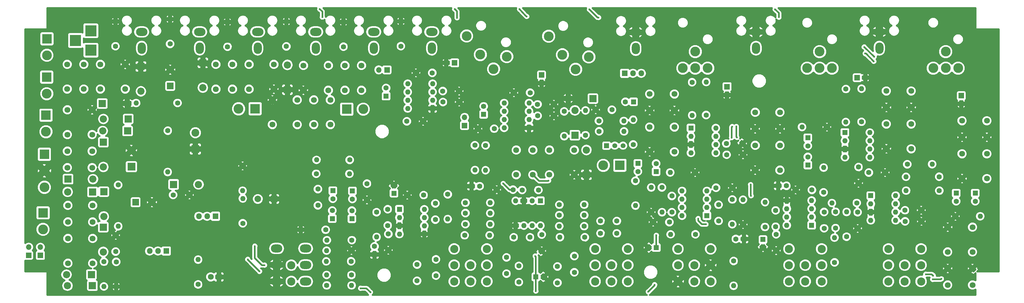
<source format=gbr>
G04 #@! TF.FileFunction,Copper,L1,Top,Signal*
%FSLAX46Y46*%
G04 Gerber Fmt 4.6, Leading zero omitted, Abs format (unit mm)*
G04 Created by KiCad (PCBNEW 4.0.7) date 05/23/21 23:09:54*
%MOMM*%
%LPD*%
G01*
G04 APERTURE LIST*
%ADD10C,0.100000*%
%ADD11R,2.400000X2.400000*%
%ADD12C,2.400000*%
%ADD13R,2.200000X2.200000*%
%ADD14O,2.200000X2.200000*%
%ADD15R,1.600000X1.600000*%
%ADD16C,1.600000*%
%ADD17C,3.000000*%
%ADD18O,1.600000X1.600000*%
%ADD19C,1.800000*%
%ADD20O,3.500000X2.500000*%
%ADD21O,2.500000X3.500000*%
%ADD22R,1.800000X1.800000*%
%ADD23O,1.800000X1.800000*%
%ADD24R,3.000000X3.000000*%
%ADD25R,3.500000X3.500000*%
%ADD26C,2.500000*%
%ADD27R,1.700000X1.700000*%
%ADD28O,1.700000X1.700000*%
%ADD29R,2.000000X2.000000*%
%ADD30C,2.000000*%
%ADD31C,1.520000*%
%ADD32R,1.520000X1.520000*%
%ADD33C,0.600000*%
%ADD34C,0.500000*%
G04 APERTURE END LIST*
D10*
D11*
X79970000Y-78180000D03*
D12*
X79970000Y-73180000D03*
D13*
X82260000Y-51700000D03*
D14*
X82260000Y-59320000D03*
D15*
X128090000Y-91060000D03*
D16*
X128090000Y-93560000D03*
D17*
X196480000Y-53690000D03*
X192430000Y-49240000D03*
X200530000Y-49880000D03*
X188230000Y-43520000D03*
D16*
X107860000Y-46630000D03*
D18*
X107860000Y-39010000D03*
D13*
X59400000Y-68960000D03*
D14*
X51780000Y-68960000D03*
D13*
X48450000Y-91360000D03*
D14*
X40830000Y-91360000D03*
D19*
X314892000Y-79662000D03*
X314892000Y-69502000D03*
X314892000Y-74582000D03*
X322492000Y-74582000D03*
X322492000Y-79662000D03*
X322492000Y-69502000D03*
X314892000Y-87282000D03*
X322492000Y-87282000D03*
D20*
X81280000Y-42180000D03*
D21*
X81280000Y-47180000D03*
D22*
X86110000Y-98850000D03*
D23*
X83570000Y-98850000D03*
X81030000Y-98850000D03*
D19*
X120690000Y-52530000D03*
X130850000Y-52530000D03*
X125770000Y-52530000D03*
X125770000Y-60130000D03*
X120690000Y-60130000D03*
X130850000Y-60130000D03*
X113070000Y-52530000D03*
X113070000Y-60130000D03*
D20*
X63500000Y-42180000D03*
D21*
X63500000Y-47180000D03*
D17*
X171330000Y-53630000D03*
X167280000Y-49180000D03*
X175380000Y-49820000D03*
X163080000Y-43460000D03*
D15*
X236700000Y-98700000D03*
D18*
X229080000Y-91080000D03*
X236700000Y-96160000D03*
X229080000Y-93620000D03*
X236700000Y-93620000D03*
X229080000Y-96160000D03*
X236700000Y-91080000D03*
X229080000Y-98700000D03*
D16*
X312850000Y-98872000D03*
D18*
X320470000Y-98872000D03*
D15*
X286930000Y-92510000D03*
D18*
X294550000Y-100130000D03*
X286930000Y-95050000D03*
X294550000Y-97590000D03*
X286930000Y-97590000D03*
X294550000Y-95050000D03*
X286930000Y-100130000D03*
X294550000Y-92510000D03*
D16*
X165620000Y-77040000D03*
D18*
X165620000Y-84660000D03*
D19*
X111190000Y-63090000D03*
X121350000Y-63090000D03*
X116270000Y-63090000D03*
X116270000Y-70690000D03*
X111190000Y-70690000D03*
X121350000Y-70690000D03*
X103570000Y-63090000D03*
X103570000Y-70690000D03*
D16*
X132550000Y-93840000D03*
X132550000Y-88840000D03*
X117520000Y-95500000D03*
X117520000Y-90500000D03*
X172300000Y-90700000D03*
X177300000Y-90700000D03*
X147900000Y-118700000D03*
X147900000Y-113700000D03*
X179100000Y-119100000D03*
X179100000Y-114100000D03*
X153700000Y-112100000D03*
X153700000Y-117100000D03*
X175300000Y-111500000D03*
X175300000Y-116500000D03*
X190900000Y-119300000D03*
X190900000Y-114300000D03*
D13*
X48400000Y-120200000D03*
D14*
X40780000Y-120200000D03*
D13*
X51910000Y-91310000D03*
D14*
X51910000Y-98930000D03*
D13*
X51780000Y-76090000D03*
D14*
X51780000Y-83710000D03*
D13*
X48100000Y-116800000D03*
D14*
X40480000Y-116800000D03*
D13*
X40960000Y-87450000D03*
D14*
X48580000Y-87450000D03*
D13*
X51740000Y-102200000D03*
D14*
X51740000Y-109820000D03*
D13*
X73310000Y-89070000D03*
D14*
X80930000Y-89070000D03*
D13*
X59180000Y-72640000D03*
D14*
X51560000Y-72640000D03*
D24*
X33700000Y-79800000D03*
D17*
X33700000Y-84880000D03*
X33700000Y-89960000D03*
D24*
X33300000Y-97800000D03*
D17*
X33300000Y-102880000D03*
D16*
X127700000Y-112700000D03*
D18*
X120080000Y-112700000D03*
D16*
X55710000Y-112880000D03*
D18*
X55710000Y-120500000D03*
D16*
X94440000Y-83370000D03*
D18*
X94440000Y-90990000D03*
D16*
X51970000Y-112820000D03*
D18*
X51970000Y-120440000D03*
D16*
X94490000Y-101030000D03*
D18*
X94490000Y-93410000D03*
D16*
X127900000Y-106200000D03*
D18*
X120280000Y-106200000D03*
D16*
X157300000Y-92100000D03*
D18*
X157300000Y-99720000D03*
D16*
X135500000Y-97600000D03*
D18*
X135500000Y-105220000D03*
D16*
X168900000Y-77080000D03*
D18*
X168900000Y-84700000D03*
D16*
X80810000Y-119790000D03*
D18*
X80810000Y-112170000D03*
D16*
X162700000Y-101300000D03*
D18*
X170320000Y-101300000D03*
D16*
X199300000Y-105300000D03*
D18*
X191680000Y-105300000D03*
D16*
X162500000Y-104700000D03*
D18*
X170120000Y-104700000D03*
D16*
X199100000Y-101900000D03*
D18*
X191480000Y-101900000D03*
D16*
X162700000Y-97900000D03*
D18*
X170320000Y-97900000D03*
D16*
X191500000Y-98500000D03*
D18*
X199120000Y-98500000D03*
D16*
X191500000Y-95300000D03*
D18*
X199120000Y-95300000D03*
D16*
X254510000Y-102150000D03*
D18*
X254510000Y-94530000D03*
D16*
X275820000Y-113050000D03*
D18*
X275820000Y-105430000D03*
D16*
X279520000Y-105140000D03*
D18*
X279520000Y-97520000D03*
D16*
X247800000Y-101390000D03*
D18*
X247800000Y-93770000D03*
D16*
X219632000Y-97602000D03*
D18*
X219632000Y-89982000D03*
D19*
X40900000Y-105680000D03*
X40900000Y-95520000D03*
X40900000Y-100600000D03*
X48500000Y-100600000D03*
X48500000Y-105680000D03*
X48500000Y-95520000D03*
X40900000Y-113300000D03*
X48500000Y-113300000D03*
D22*
X71042000Y-109540000D03*
D23*
X68502000Y-109540000D03*
X65962000Y-109540000D03*
D16*
X204100000Y-104100000D03*
X209100000Y-104100000D03*
X186100000Y-104500000D03*
X186100000Y-109500000D03*
X139100000Y-109300000D03*
X139100000Y-104300000D03*
X196100000Y-116100000D03*
X196100000Y-111100000D03*
X204100000Y-100300000D03*
X209100000Y-100300000D03*
X185100000Y-90800000D03*
X180100000Y-90800000D03*
X182500000Y-105300000D03*
X177500000Y-105300000D03*
X268890000Y-90750000D03*
X263890000Y-90750000D03*
D24*
X34200000Y-67800000D03*
D17*
X34200000Y-72880000D03*
D16*
X244500000Y-93700000D03*
D18*
X244500000Y-101320000D03*
D16*
X222934000Y-89982000D03*
D18*
X222934000Y-97602000D03*
D16*
X298118000Y-82870000D03*
D18*
X305738000Y-82870000D03*
D16*
X272464000Y-91506000D03*
D18*
X272464000Y-83886000D03*
D16*
X214806000Y-87950000D03*
D18*
X214806000Y-95570000D03*
D16*
X273480000Y-71440000D03*
D18*
X265860000Y-71440000D03*
D16*
X233094000Y-85410000D03*
D18*
X225474000Y-85410000D03*
D16*
X257940000Y-109420000D03*
X257940000Y-104420000D03*
X257770000Y-102060000D03*
X257770000Y-97060000D03*
X153500000Y-94900000D03*
X153500000Y-99900000D03*
X138900000Y-96700000D03*
X138900000Y-101700000D03*
X276130000Y-97480000D03*
X276130000Y-102480000D03*
X272630000Y-97560000D03*
X272630000Y-102560000D03*
X282900000Y-102600000D03*
X282900000Y-97600000D03*
X239500000Y-90100000D03*
X244500000Y-90100000D03*
X225220000Y-100650000D03*
X220220000Y-100650000D03*
X225982000Y-97602000D03*
X225982000Y-92602000D03*
X240300000Y-100300000D03*
X240300000Y-95300000D03*
X283170000Y-88710000D03*
X283170000Y-83710000D03*
D13*
X51470000Y-64210000D03*
D14*
X59090000Y-64210000D03*
D22*
X87210000Y-117500000D03*
D19*
X84670000Y-117500000D03*
D13*
X199800000Y-86110000D03*
D14*
X199800000Y-78490000D03*
D13*
X108180000Y-59960000D03*
D14*
X108180000Y-52340000D03*
D17*
X233140000Y-53340000D03*
X236950000Y-53340000D03*
X229330000Y-53340000D03*
X233140000Y-48260000D03*
X271240000Y-53340000D03*
X275050000Y-53340000D03*
X267430000Y-53340000D03*
X271240000Y-48260000D03*
X309880000Y-53340000D03*
X313690000Y-53340000D03*
X306070000Y-53340000D03*
X309880000Y-48260000D03*
D25*
X47950000Y-47830000D03*
X47950000Y-41830000D03*
X43250000Y-44830000D03*
D24*
X34480000Y-44310000D03*
D17*
X34480000Y-49390000D03*
D24*
X34420000Y-56100000D03*
D17*
X34420000Y-61180000D03*
D16*
X74520000Y-64040000D03*
D18*
X61820000Y-64040000D03*
D16*
X162700000Y-94700000D03*
D18*
X170320000Y-94700000D03*
D16*
X142950000Y-46580000D03*
D18*
X142950000Y-38960000D03*
D16*
X72220000Y-45880000D03*
D18*
X72220000Y-38260000D03*
D16*
X125350000Y-46760000D03*
D18*
X125350000Y-39140000D03*
D16*
X55490000Y-46600000D03*
D18*
X55490000Y-38980000D03*
D16*
X89800000Y-46770000D03*
D18*
X89800000Y-39150000D03*
D19*
X48340000Y-73750000D03*
X48340000Y-83910000D03*
X48340000Y-78830000D03*
X40740000Y-78830000D03*
X40740000Y-73750000D03*
X40740000Y-83910000D03*
X48340000Y-66130000D03*
X40740000Y-66130000D03*
X188460000Y-86100000D03*
X178300000Y-86100000D03*
X183380000Y-86100000D03*
X183380000Y-78500000D03*
X188460000Y-78500000D03*
X178300000Y-78500000D03*
X196080000Y-86100000D03*
X196080000Y-78500000D03*
X96410000Y-59790000D03*
X86250000Y-59790000D03*
X91330000Y-59790000D03*
X91330000Y-52190000D03*
X96410000Y-52190000D03*
X86250000Y-52190000D03*
X104030000Y-59790000D03*
X104030000Y-52190000D03*
X50860000Y-59760000D03*
X40700000Y-59760000D03*
X45780000Y-59760000D03*
X45780000Y-52160000D03*
X50860000Y-52160000D03*
X40700000Y-52160000D03*
X58480000Y-59760000D03*
X58480000Y-52160000D03*
D26*
X164280000Y-118900000D03*
X159280000Y-118900000D03*
X169280000Y-118900000D03*
X169280000Y-113900000D03*
X164280000Y-113900000D03*
X159280000Y-113900000D03*
X169280000Y-108900000D03*
X159280000Y-108900000D03*
X207460000Y-118900000D03*
X202460000Y-118900000D03*
X212460000Y-118900000D03*
X212460000Y-113900000D03*
X207460000Y-113900000D03*
X202460000Y-113900000D03*
X212460000Y-108900000D03*
X202460000Y-108900000D03*
X232860000Y-118900000D03*
X227860000Y-118900000D03*
X237860000Y-118900000D03*
X237860000Y-113900000D03*
X232860000Y-113900000D03*
X227860000Y-113900000D03*
X237860000Y-108900000D03*
X227860000Y-108900000D03*
X297340000Y-118900000D03*
X292340000Y-118900000D03*
X302340000Y-118900000D03*
X302340000Y-113900000D03*
X297340000Y-113900000D03*
X292340000Y-113900000D03*
X302340000Y-108900000D03*
X292340000Y-108900000D03*
X266860000Y-118900000D03*
X261860000Y-118900000D03*
X271860000Y-118900000D03*
X271860000Y-113900000D03*
X266860000Y-113900000D03*
X261860000Y-113900000D03*
X271860000Y-108900000D03*
X261860000Y-108900000D03*
D24*
X210050000Y-83210000D03*
D17*
X204970000Y-83210000D03*
D24*
X126340000Y-65950000D03*
D17*
X131420000Y-65950000D03*
D24*
X98290000Y-65830000D03*
D17*
X93210000Y-65830000D03*
D16*
X149900000Y-92340000D03*
X144900000Y-92340000D03*
D15*
X140820000Y-91780000D03*
D16*
X140820000Y-89280000D03*
D15*
X184300000Y-117500000D03*
D16*
X186800000Y-117500000D03*
D15*
X134850000Y-110600000D03*
D16*
X134850000Y-108100000D03*
D15*
X248070000Y-105840000D03*
D16*
X245570000Y-105840000D03*
D15*
X221200000Y-108500000D03*
D16*
X218700000Y-108500000D03*
X302440000Y-100430000D03*
X297440000Y-100430000D03*
X291330000Y-85410000D03*
X286330000Y-85410000D03*
X302400000Y-97000000D03*
X297400000Y-97000000D03*
X247770000Y-79960000D03*
X242770000Y-79960000D03*
X247660000Y-76500000D03*
X242660000Y-76500000D03*
X307920000Y-90980000D03*
D18*
X297760000Y-90980000D03*
D16*
X236490000Y-67740000D03*
D18*
X236490000Y-57580000D03*
D16*
X284090000Y-69820000D03*
D18*
X284090000Y-59660000D03*
D16*
X307890000Y-86720000D03*
D18*
X297730000Y-86720000D03*
D16*
X279290000Y-59740000D03*
D18*
X279290000Y-69900000D03*
D16*
X232180000Y-57680000D03*
D18*
X232180000Y-67840000D03*
D15*
X142500000Y-96700000D03*
D18*
X150120000Y-104320000D03*
X142500000Y-99240000D03*
X150120000Y-101780000D03*
X142500000Y-101780000D03*
X150120000Y-99240000D03*
X142500000Y-104320000D03*
X150120000Y-96700000D03*
D15*
X185700000Y-94100000D03*
D18*
X178080000Y-101720000D03*
X183160000Y-94100000D03*
X180620000Y-101720000D03*
X180620000Y-94100000D03*
X183160000Y-101720000D03*
X178080000Y-94100000D03*
X185700000Y-101720000D03*
D15*
X268810000Y-101620000D03*
D18*
X261190000Y-94000000D03*
X268810000Y-99080000D03*
X261190000Y-96540000D03*
X268810000Y-96540000D03*
X261190000Y-99080000D03*
X268810000Y-94000000D03*
X261190000Y-101620000D03*
D15*
X231830000Y-71730000D03*
D18*
X239450000Y-79350000D03*
X231830000Y-74270000D03*
X239450000Y-76810000D03*
X231830000Y-76810000D03*
X239450000Y-74270000D03*
X231830000Y-79350000D03*
X239450000Y-71730000D03*
D15*
X279010000Y-73110000D03*
D18*
X286630000Y-80730000D03*
X279010000Y-75650000D03*
X286630000Y-78190000D03*
X279010000Y-78190000D03*
X286630000Y-75650000D03*
X279010000Y-80730000D03*
X286630000Y-73110000D03*
D16*
X120200000Y-120100000D03*
D18*
X127820000Y-120100000D03*
D16*
X127800000Y-116900000D03*
D18*
X120180000Y-116900000D03*
D16*
X147560000Y-54800000D03*
X152560000Y-54800000D03*
X177560000Y-60880000D03*
X182560000Y-60880000D03*
X166540000Y-71930000D03*
X171540000Y-71930000D03*
X149760000Y-69680000D03*
X144760000Y-69680000D03*
D15*
X138410000Y-61920000D03*
D16*
X138410000Y-59420000D03*
D15*
X168290000Y-67560000D03*
D16*
X168290000Y-65060000D03*
D27*
X138690000Y-53870000D03*
D28*
X136150000Y-53870000D03*
D27*
X162460000Y-70980000D03*
D28*
X162460000Y-68440000D03*
D15*
X152660000Y-65710000D03*
D18*
X145040000Y-58090000D03*
X152660000Y-63170000D03*
X145040000Y-60630000D03*
X152660000Y-60630000D03*
X145040000Y-63170000D03*
X152660000Y-58090000D03*
X145040000Y-65710000D03*
D15*
X182220000Y-71690000D03*
D18*
X174600000Y-64070000D03*
X182220000Y-69150000D03*
X174600000Y-66610000D03*
X182220000Y-66610000D03*
X174600000Y-69150000D03*
X182220000Y-64070000D03*
X174600000Y-71690000D03*
D15*
X121930000Y-99610000D03*
D16*
X121930000Y-97110000D03*
X155830000Y-63740000D03*
X160830000Y-63740000D03*
X184850000Y-67980000D03*
X189850000Y-67980000D03*
X160780000Y-60390000D03*
X155780000Y-60390000D03*
X189820000Y-64460000D03*
X184820000Y-64460000D03*
D15*
X122096000Y-90998000D03*
D16*
X122096000Y-93498000D03*
D15*
X127938000Y-99634000D03*
D16*
X127938000Y-97134000D03*
D26*
X109380000Y-118900000D03*
D20*
X104855000Y-118900000D03*
X113745000Y-118900000D03*
X113745000Y-113820000D03*
D26*
X109380000Y-113900000D03*
D20*
X104855000Y-113820000D03*
X113745000Y-108740000D03*
X104855000Y-108740000D03*
X251750000Y-42210000D03*
D21*
X251750000Y-47210000D03*
D20*
X214910000Y-42310000D03*
D21*
X214910000Y-47310000D03*
D20*
X134620000Y-42180000D03*
D21*
X134620000Y-47180000D03*
D20*
X152400000Y-42180000D03*
D21*
X152400000Y-47180000D03*
D20*
X99060000Y-42180000D03*
D21*
X99060000Y-47180000D03*
D20*
X116840000Y-42180000D03*
D21*
X116840000Y-47180000D03*
D20*
X289560000Y-42180000D03*
D21*
X289560000Y-47180000D03*
D16*
X127800000Y-109400000D03*
D18*
X120180000Y-109400000D03*
D16*
X119900000Y-103000000D03*
D18*
X112280000Y-103000000D03*
D16*
X233200000Y-104400000D03*
D18*
X225580000Y-104400000D03*
D16*
X244900000Y-112600000D03*
D18*
X244900000Y-120220000D03*
D29*
X61644000Y-94554000D03*
D30*
X66644000Y-94554000D03*
D29*
X104100000Y-93540000D03*
D30*
X99100000Y-93540000D03*
D13*
X201800000Y-62690000D03*
D14*
X194180000Y-62690000D03*
D31*
X208475000Y-77145000D03*
X211015000Y-77145000D03*
D32*
X205935000Y-77145000D03*
D16*
X199510000Y-73945000D03*
D18*
X199510000Y-66325000D03*
D16*
X192985000Y-66620000D03*
D18*
X192985000Y-74240000D03*
D13*
X196260000Y-73945000D03*
D14*
X196260000Y-66325000D03*
D22*
X211504000Y-54930000D03*
D23*
X214044000Y-54930000D03*
X216584000Y-54930000D03*
D19*
X318090000Y-109820000D03*
X318090000Y-119980000D03*
X318090000Y-114900000D03*
X310490000Y-114900000D03*
X310490000Y-109820000D03*
X310490000Y-119980000D03*
X318090000Y-102200000D03*
X310490000Y-102200000D03*
X219160000Y-71420000D03*
X219160000Y-61260000D03*
X219160000Y-66340000D03*
X226760000Y-66340000D03*
X226760000Y-71420000D03*
X226760000Y-61260000D03*
X219160000Y-79040000D03*
X226760000Y-79040000D03*
X251510000Y-77060000D03*
X251510000Y-66900000D03*
X251510000Y-71980000D03*
X259110000Y-71980000D03*
X259110000Y-77060000D03*
X259110000Y-66900000D03*
X251510000Y-84680000D03*
X259110000Y-84680000D03*
X291700000Y-70500000D03*
X291700000Y-60340000D03*
X291700000Y-65420000D03*
X299300000Y-65420000D03*
X299300000Y-70500000D03*
X299300000Y-60340000D03*
X291700000Y-78120000D03*
X299300000Y-78120000D03*
D16*
X214120000Y-76810000D03*
D18*
X214120000Y-69190000D03*
D13*
X63280000Y-52830000D03*
D14*
X63280000Y-60450000D03*
D16*
X55548000Y-104714000D03*
X55548000Y-109714000D03*
X73150000Y-92310000D03*
X78150000Y-92310000D03*
X56310000Y-89220000D03*
D18*
X56310000Y-101920000D03*
D16*
X71510000Y-72540000D03*
D18*
X71510000Y-85240000D03*
D11*
X60374000Y-83632000D03*
D12*
X60374000Y-78632000D03*
D15*
X164590000Y-89610000D03*
D16*
X167090000Y-89610000D03*
D15*
X253890000Y-106000000D03*
D16*
X253890000Y-108500000D03*
D15*
X258580000Y-89490000D03*
D16*
X261080000Y-89490000D03*
X203635000Y-69545000D03*
D18*
X211255000Y-69545000D03*
D16*
X202614000Y-66106000D03*
X207614000Y-66106000D03*
X203685000Y-72745000D03*
D18*
X211305000Y-72745000D03*
D29*
X72280000Y-58790000D03*
D30*
X72280000Y-53790000D03*
D15*
X214240000Y-63680000D03*
D16*
X211740000Y-63680000D03*
D27*
X28900000Y-110870000D03*
D28*
X28900000Y-108330000D03*
D27*
X32490000Y-110890000D03*
D28*
X32490000Y-108350000D03*
D27*
X314660000Y-61800000D03*
D28*
X314660000Y-64340000D03*
D27*
X242890000Y-59020000D03*
D28*
X242890000Y-61560000D03*
D27*
X282750000Y-56270000D03*
D28*
X285290000Y-56270000D03*
D27*
X186040000Y-55440000D03*
D28*
X186040000Y-57980000D03*
D27*
X159410000Y-51700000D03*
D28*
X156870000Y-51700000D03*
D16*
X117010000Y-85800000D03*
D18*
X127170000Y-85800000D03*
D16*
X127250000Y-81530000D03*
D18*
X117090000Y-81530000D03*
D16*
X282640000Y-94770000D03*
D18*
X275020000Y-94770000D03*
D15*
X313104000Y-91760000D03*
D16*
X313104000Y-94260000D03*
D15*
X318946000Y-91760000D03*
D16*
X318946000Y-94260000D03*
D15*
X267638000Y-83124000D03*
D16*
X267638000Y-80624000D03*
D15*
X267638000Y-74742000D03*
D16*
X267638000Y-77242000D03*
D15*
X221156000Y-85156000D03*
D16*
X221156000Y-82656000D03*
D15*
X215568000Y-82616000D03*
D16*
X215568000Y-85116000D03*
D33*
X80360000Y-50240000D03*
X78760000Y-49260000D03*
X76780000Y-48700000D03*
X74770000Y-48780000D03*
X72140000Y-48670000D03*
X69630000Y-48730000D03*
X67500000Y-48640000D03*
X61100000Y-48870000D03*
X59010000Y-48920000D03*
X56660000Y-48530000D03*
X55010000Y-48390000D03*
X53620000Y-47580000D03*
X53420000Y-44980000D03*
X53840000Y-43170000D03*
X54200000Y-41350000D03*
X54940000Y-40360000D03*
X76670000Y-76780000D03*
X74150000Y-76500000D03*
X71810000Y-75940000D03*
X69630000Y-75210000D03*
X68510000Y-73820000D03*
X67450000Y-72310000D03*
X66330000Y-69680000D03*
X64260000Y-69850000D03*
X62080000Y-70130000D03*
X61690000Y-67610000D03*
X60740000Y-65990000D03*
X101760000Y-61660000D03*
X99440000Y-61750000D03*
X97570000Y-61500000D03*
X95830000Y-61500000D03*
X93630000Y-61270000D03*
X91620000Y-61440000D03*
X89300000Y-61410000D03*
X87370000Y-61330000D03*
X85520000Y-61500000D03*
X84550000Y-60380000D03*
X84520000Y-58620000D03*
X84630000Y-56890000D03*
X84570000Y-55270000D03*
X84270000Y-53250000D03*
X113880000Y-100810000D03*
X113440000Y-98570000D03*
X113600000Y-96280000D03*
X113700000Y-93080000D03*
X113530000Y-90680000D03*
X113730000Y-88090000D03*
X113350000Y-85080000D03*
X113460000Y-82490000D03*
X113540000Y-80240000D03*
X113460000Y-77910000D03*
X111090000Y-76500000D03*
X109250000Y-74880000D03*
X107230000Y-72920000D03*
X106560000Y-71080000D03*
X106510000Y-69400000D03*
X105840000Y-67500000D03*
X103940000Y-65660000D03*
X104750000Y-116900000D03*
X104500000Y-115840000D03*
X114220000Y-103650000D03*
X106790000Y-112010000D03*
X107990000Y-110950000D03*
X109500000Y-110730000D03*
X110810000Y-110670000D03*
X112120000Y-110840000D03*
X113690000Y-110780000D03*
X115140000Y-110750000D03*
X116230000Y-110110000D03*
X116930000Y-108880000D03*
X116740000Y-107290000D03*
X116360000Y-105650000D03*
X115600000Y-104390000D03*
X89970000Y-117460000D03*
X91310000Y-115500000D03*
X92590000Y-114000000D03*
X94100000Y-113380000D03*
X93820000Y-110810000D03*
X94880000Y-109190000D03*
X95720000Y-107620000D03*
X96670000Y-106000000D03*
X98350000Y-104500000D03*
X100030000Y-102990000D03*
X101370000Y-101250000D03*
X103320000Y-99580000D03*
X104890000Y-98010000D03*
X106400000Y-96670000D03*
X107790000Y-95280000D03*
X107790000Y-95160000D03*
X107620000Y-92590000D03*
X107290000Y-89690000D03*
X107390000Y-89970000D03*
X105440000Y-87210000D03*
X103300000Y-85080000D03*
X100900000Y-83300000D03*
X98320000Y-81340000D03*
X95120000Y-78590000D03*
X92720000Y-76190000D03*
X86500000Y-76100000D03*
X82320000Y-77610000D03*
X79970000Y-78180000D03*
X221200000Y-104700000D03*
X96010000Y-112130000D03*
X99630000Y-115820000D03*
X244290000Y-74680000D03*
X244430000Y-71320000D03*
X303790000Y-116680000D03*
X306050000Y-117100000D03*
X285210000Y-48830000D03*
X287830000Y-51250000D03*
X184290000Y-121850000D03*
X130600000Y-121000000D03*
X133620000Y-122220000D03*
X220700000Y-119890000D03*
X218770000Y-122070000D03*
X184100000Y-111100000D03*
X159450000Y-35180000D03*
X160150000Y-37860000D03*
X101170000Y-113880000D03*
X98180000Y-108040000D03*
X118100000Y-35180000D03*
X118880000Y-37640000D03*
X257600000Y-35230000D03*
X258780000Y-37670000D03*
X200690000Y-35260000D03*
X203510000Y-37770000D03*
X308570000Y-118070000D03*
X305900000Y-118260000D03*
X179300000Y-35210000D03*
X181490000Y-37440000D03*
X234030000Y-99580000D03*
X236430000Y-101310000D03*
X245900000Y-74600000D03*
X245730000Y-71270000D03*
X284920000Y-46850000D03*
X287950000Y-49840000D03*
X174300000Y-88800000D03*
X188200000Y-87900000D03*
X250130000Y-89120000D03*
X250240000Y-92560000D03*
D34*
X80360000Y-50240000D02*
X79380000Y-49260000D01*
X79380000Y-49260000D02*
X78760000Y-49260000D01*
X76780000Y-48700000D02*
X76700000Y-48780000D01*
X76700000Y-48780000D02*
X74770000Y-48780000D01*
X72140000Y-48670000D02*
X72080000Y-48730000D01*
X72080000Y-48730000D02*
X69630000Y-48730000D01*
X67500000Y-48640000D02*
X67270000Y-48870000D01*
X67270000Y-48870000D02*
X65650000Y-48870000D01*
X65650000Y-48870000D02*
X64650000Y-49870000D01*
X64650000Y-49870000D02*
X62100000Y-49870000D01*
X62100000Y-49870000D02*
X61100000Y-48870000D01*
X59010000Y-48920000D02*
X58620000Y-48530000D01*
X58620000Y-48530000D02*
X56660000Y-48530000D01*
X55010000Y-48390000D02*
X54200000Y-47580000D01*
X54200000Y-47580000D02*
X53620000Y-47580000D01*
X53420000Y-44980000D02*
X53840000Y-44560000D01*
X53840000Y-44560000D02*
X53840000Y-43170000D01*
X54200000Y-41350000D02*
X54940000Y-40580000D01*
X54940000Y-40580000D02*
X54940000Y-40360000D01*
X76670000Y-76780000D02*
X76390000Y-76500000D01*
X76390000Y-76500000D02*
X74150000Y-76500000D01*
X71810000Y-75940000D02*
X71080000Y-75210000D01*
X71080000Y-75210000D02*
X69630000Y-75210000D01*
X68510000Y-73820000D02*
X67450000Y-72760000D01*
X67450000Y-72760000D02*
X67450000Y-72310000D01*
X66330000Y-69680000D02*
X66160000Y-69850000D01*
X66160000Y-69850000D02*
X64260000Y-69850000D01*
X62080000Y-70130000D02*
X61690000Y-69740000D01*
X61690000Y-69740000D02*
X61690000Y-67610000D01*
X60740000Y-65990000D02*
X59090000Y-64340000D01*
X59090000Y-64340000D02*
X59090000Y-64210000D01*
X103570000Y-63090000D02*
X103190000Y-63090000D01*
X103190000Y-63090000D02*
X101760000Y-61660000D01*
X99440000Y-61750000D02*
X99190000Y-61500000D01*
X99190000Y-61500000D02*
X97570000Y-61500000D01*
X95830000Y-61500000D02*
X95600000Y-61270000D01*
X95600000Y-61270000D02*
X93630000Y-61270000D01*
X91620000Y-61440000D02*
X91590000Y-61410000D01*
X91590000Y-61410000D02*
X89300000Y-61410000D01*
X87370000Y-61330000D02*
X87200000Y-61500000D01*
X87200000Y-61500000D02*
X85520000Y-61500000D01*
X84550000Y-60380000D02*
X84520000Y-60350000D01*
X84520000Y-60350000D02*
X84520000Y-58620000D01*
X84630000Y-56890000D02*
X84570000Y-56830000D01*
X84570000Y-56830000D02*
X84570000Y-55270000D01*
X84270000Y-53250000D02*
X82720000Y-51700000D01*
X82720000Y-51700000D02*
X82260000Y-51700000D01*
X113880000Y-100810000D02*
X113440000Y-100370000D01*
X113440000Y-100370000D02*
X113440000Y-98570000D01*
X113600000Y-96280000D02*
X113700000Y-96180000D01*
X113700000Y-96180000D02*
X113700000Y-93080000D01*
X113530000Y-90680000D02*
X113730000Y-90480000D01*
X113730000Y-90480000D02*
X113730000Y-88090000D01*
X113350000Y-85080000D02*
X113390000Y-85040000D01*
X113390000Y-85040000D02*
X113390000Y-82560000D01*
X113390000Y-82560000D02*
X113460000Y-82490000D01*
X113540000Y-80240000D02*
X113460000Y-80160000D01*
X113460000Y-80160000D02*
X113460000Y-77910000D01*
X111090000Y-76500000D02*
X109470000Y-74880000D01*
X109470000Y-74880000D02*
X109250000Y-74880000D01*
X107230000Y-72920000D02*
X106560000Y-72250000D01*
X106560000Y-72250000D02*
X106560000Y-71080000D01*
X106510000Y-69400000D02*
X105840000Y-68730000D01*
X105840000Y-68730000D02*
X105840000Y-67500000D01*
X103940000Y-65660000D02*
X103570000Y-65290000D01*
X103570000Y-65290000D02*
X103570000Y-63090000D01*
X104750000Y-116900000D02*
X104500000Y-116650000D01*
X104500000Y-116650000D02*
X104500000Y-115840000D01*
X115600000Y-104390000D02*
X114960000Y-104390000D01*
X114960000Y-104390000D02*
X114220000Y-103650000D01*
X104855000Y-113820000D02*
X104980000Y-113820000D01*
X104980000Y-113820000D02*
X106790000Y-112010000D01*
X107990000Y-110950000D02*
X108210000Y-110730000D01*
X108210000Y-110730000D02*
X109500000Y-110730000D01*
X110810000Y-110670000D02*
X110980000Y-110840000D01*
X110980000Y-110840000D02*
X112120000Y-110840000D01*
X113690000Y-110780000D02*
X113720000Y-110750000D01*
X113720000Y-110750000D02*
X115140000Y-110750000D01*
X116230000Y-110110000D02*
X116930000Y-109410000D01*
X116930000Y-109410000D02*
X116930000Y-108880000D01*
X116740000Y-107290000D02*
X116360000Y-106910000D01*
X116360000Y-106910000D02*
X116360000Y-105650000D01*
X87210000Y-117500000D02*
X89930000Y-117500000D01*
X89930000Y-117500000D02*
X89970000Y-117460000D01*
X91310000Y-115500000D02*
X92590000Y-114220000D01*
X92590000Y-114220000D02*
X92590000Y-114000000D01*
X94100000Y-113380000D02*
X93820000Y-113100000D01*
X93820000Y-113100000D02*
X93820000Y-110810000D01*
X94880000Y-109190000D02*
X95720000Y-108350000D01*
X95720000Y-108350000D02*
X95720000Y-107620000D01*
X96670000Y-106000000D02*
X98170000Y-104500000D01*
X98170000Y-104500000D02*
X98350000Y-104500000D01*
X100030000Y-102990000D02*
X101370000Y-101650000D01*
X101370000Y-101650000D02*
X101370000Y-101250000D01*
X103320000Y-99580000D02*
X104890000Y-98010000D01*
X106400000Y-96670000D02*
X107790000Y-95280000D01*
X107790000Y-95160000D02*
X107620000Y-94990000D01*
X107620000Y-94990000D02*
X107620000Y-92590000D01*
X107290000Y-89690000D02*
X107390000Y-89790000D01*
X107390000Y-89790000D02*
X107390000Y-89970000D01*
X105440000Y-87210000D02*
X103310000Y-85080000D01*
X103310000Y-85080000D02*
X103300000Y-85080000D01*
X100900000Y-83300000D02*
X98940000Y-81340000D01*
X98940000Y-81340000D02*
X98320000Y-81340000D01*
X95120000Y-78590000D02*
X92720000Y-76190000D01*
X86500000Y-76100000D02*
X84990000Y-77610000D01*
X84990000Y-77610000D02*
X82320000Y-77610000D01*
X221200000Y-104700000D02*
X221200000Y-108500000D01*
X96010000Y-112200000D02*
X96010000Y-112130000D01*
X99630000Y-115820000D02*
X96010000Y-112200000D01*
X244290000Y-71460000D02*
X244290000Y-74680000D01*
X244430000Y-71320000D02*
X244290000Y-71460000D01*
X305630000Y-116680000D02*
X303790000Y-116680000D01*
X306050000Y-117100000D02*
X305630000Y-116680000D01*
X285410000Y-48830000D02*
X285210000Y-48830000D01*
X287830000Y-51250000D02*
X285410000Y-48830000D01*
X184300000Y-121840000D02*
X184300000Y-117500000D01*
X184290000Y-121850000D02*
X184300000Y-121840000D01*
X132400000Y-121000000D02*
X130600000Y-121000000D01*
X133620000Y-122220000D02*
X132400000Y-121000000D01*
X220700000Y-120140000D02*
X220700000Y-119890000D01*
X218770000Y-122070000D02*
X220700000Y-120140000D01*
X184300000Y-117500000D02*
X184300000Y-111300000D01*
X184300000Y-111300000D02*
X184100000Y-111100000D01*
X159450000Y-35180000D02*
X160150000Y-35880000D01*
X160150000Y-35880000D02*
X160150000Y-37860000D01*
X101170000Y-113880000D02*
X100350000Y-113880000D01*
X98180000Y-111710000D02*
X98180000Y-108040000D01*
X100350000Y-113880000D02*
X98180000Y-111710000D01*
X118100000Y-35180000D02*
X118880000Y-35960000D01*
X118880000Y-35960000D02*
X118880000Y-37640000D01*
X258760000Y-36390000D02*
X257600000Y-35230000D01*
X258760000Y-37650000D02*
X258760000Y-36390000D01*
X258780000Y-37670000D02*
X258760000Y-37650000D01*
X200690000Y-35260000D02*
X203200000Y-37770000D01*
X203200000Y-37770000D02*
X203510000Y-37770000D01*
X308570000Y-118070000D02*
X308380000Y-118260000D01*
X308380000Y-118260000D02*
X305900000Y-118260000D01*
X179300000Y-35210000D02*
X181170000Y-37190000D01*
X181170000Y-37190000D02*
X181490000Y-37440000D01*
X234030000Y-99580000D02*
X234030000Y-100200000D01*
X235140000Y-101310000D02*
X236430000Y-101310000D01*
X234030000Y-100200000D02*
X235140000Y-101310000D01*
X245900000Y-74600000D02*
X245730000Y-74430000D01*
X245730000Y-74430000D02*
X245730000Y-71270000D01*
X284980000Y-46850000D02*
X284920000Y-46850000D01*
X287950000Y-49840000D02*
X284980000Y-46850000D01*
X176200000Y-90700000D02*
X177300000Y-90700000D01*
X174300000Y-88800000D02*
X176200000Y-90700000D01*
X185280000Y-88000000D02*
X183380000Y-86100000D01*
X188100000Y-88000000D02*
X185280000Y-88000000D01*
X188200000Y-87900000D02*
X188100000Y-88000000D01*
X250140000Y-92460000D02*
X250130000Y-89120000D01*
X250240000Y-92560000D02*
X250140000Y-92460000D01*
G36*
X117050182Y-34970226D02*
X117049818Y-35387942D01*
X117209334Y-35774000D01*
X117504446Y-36069628D01*
X117625808Y-36120022D01*
X117880000Y-36374213D01*
X117880000Y-37310251D01*
X117830182Y-37430226D01*
X117829818Y-37847942D01*
X117989334Y-38234000D01*
X118284446Y-38529628D01*
X118670226Y-38689818D01*
X119087942Y-38690182D01*
X119474000Y-38530666D01*
X119613025Y-38391884D01*
X119555715Y-38680000D01*
X119688926Y-39349696D01*
X120068278Y-39917437D01*
X120592185Y-40267500D01*
X120068278Y-40617563D01*
X119688926Y-41185304D01*
X119555715Y-41855000D01*
X119688926Y-42524696D01*
X120068278Y-43092437D01*
X120636019Y-43471789D01*
X121305715Y-43605000D01*
X121374285Y-43605000D01*
X122043981Y-43471789D01*
X122611722Y-43092437D01*
X122991074Y-42524696D01*
X123124285Y-41855000D01*
X122991074Y-41185304D01*
X122611722Y-40617563D01*
X122087815Y-40267500D01*
X122611722Y-39917437D01*
X122709811Y-39770635D01*
X123925306Y-39770635D01*
X124275088Y-40267838D01*
X124719369Y-40564665D01*
X124950000Y-40448737D01*
X124950000Y-39540000D01*
X125750000Y-39540000D01*
X125750000Y-40448737D01*
X125980631Y-40564665D01*
X126424912Y-40267838D01*
X126774694Y-39770635D01*
X126666307Y-39540000D01*
X125750000Y-39540000D01*
X124950000Y-39540000D01*
X124033693Y-39540000D01*
X123925306Y-39770635D01*
X122709811Y-39770635D01*
X122991074Y-39349696D01*
X123124285Y-38680000D01*
X123090344Y-38509365D01*
X123925306Y-38509365D01*
X124033693Y-38740000D01*
X124950000Y-38740000D01*
X124950000Y-37831263D01*
X125750000Y-37831263D01*
X125750000Y-38740000D01*
X126666307Y-38740000D01*
X126694504Y-38680000D01*
X128335715Y-38680000D01*
X128468926Y-39349696D01*
X128848278Y-39917437D01*
X129372185Y-40267500D01*
X128848278Y-40617563D01*
X128468926Y-41185304D01*
X128335715Y-41855000D01*
X128468926Y-42524696D01*
X128848278Y-43092437D01*
X129416019Y-43471789D01*
X130085715Y-43605000D01*
X130154285Y-43605000D01*
X130823981Y-43471789D01*
X131391722Y-43092437D01*
X131771074Y-42524696D01*
X131839638Y-42180000D01*
X132071022Y-42180000D01*
X132223263Y-42945367D01*
X132656808Y-43594214D01*
X133305655Y-44027759D01*
X134071022Y-44180000D01*
X135168978Y-44180000D01*
X135934345Y-44027759D01*
X136583192Y-43594214D01*
X137016737Y-42945367D01*
X137168978Y-42180000D01*
X137016737Y-41414633D01*
X136583192Y-40765786D01*
X135934345Y-40332241D01*
X135168978Y-40180000D01*
X134071022Y-40180000D01*
X133305655Y-40332241D01*
X132656808Y-40765786D01*
X132223263Y-41414633D01*
X132071022Y-42180000D01*
X131839638Y-42180000D01*
X131904285Y-41855000D01*
X131771074Y-41185304D01*
X131391722Y-40617563D01*
X130867815Y-40267500D01*
X131391722Y-39917437D01*
X131771074Y-39349696D01*
X131904285Y-38680000D01*
X137335715Y-38680000D01*
X137468926Y-39349696D01*
X137848278Y-39917437D01*
X138372185Y-40267500D01*
X137848278Y-40617563D01*
X137468926Y-41185304D01*
X137335715Y-41855000D01*
X137468926Y-42524696D01*
X137848278Y-43092437D01*
X138416019Y-43471789D01*
X139085715Y-43605000D01*
X139154285Y-43605000D01*
X139823981Y-43471789D01*
X140391722Y-43092437D01*
X140771074Y-42524696D01*
X140904285Y-41855000D01*
X140771074Y-41185304D01*
X140391722Y-40617563D01*
X139867815Y-40267500D01*
X140391722Y-39917437D01*
X140610083Y-39590635D01*
X141525306Y-39590635D01*
X141875088Y-40087838D01*
X142319369Y-40384665D01*
X142550000Y-40268737D01*
X142550000Y-39360000D01*
X143350000Y-39360000D01*
X143350000Y-40268737D01*
X143580631Y-40384665D01*
X144024912Y-40087838D01*
X144374694Y-39590635D01*
X144266307Y-39360000D01*
X143350000Y-39360000D01*
X142550000Y-39360000D01*
X141633693Y-39360000D01*
X141525306Y-39590635D01*
X140610083Y-39590635D01*
X140771074Y-39349696D01*
X140904285Y-38680000D01*
X146115715Y-38680000D01*
X146248926Y-39349696D01*
X146628278Y-39917437D01*
X147152185Y-40267500D01*
X146628278Y-40617563D01*
X146248926Y-41185304D01*
X146115715Y-41855000D01*
X146248926Y-42524696D01*
X146628278Y-43092437D01*
X147196019Y-43471789D01*
X147865715Y-43605000D01*
X147934285Y-43605000D01*
X148603981Y-43471789D01*
X149171722Y-43092437D01*
X149551074Y-42524696D01*
X149619638Y-42180000D01*
X149851022Y-42180000D01*
X150003263Y-42945367D01*
X150436808Y-43594214D01*
X151085655Y-44027759D01*
X151851022Y-44180000D01*
X152948978Y-44180000D01*
X153714345Y-44027759D01*
X153897185Y-43905589D01*
X160829610Y-43905589D01*
X161171431Y-44732858D01*
X161803813Y-45366345D01*
X162630484Y-45709608D01*
X163525589Y-45710390D01*
X164352858Y-45368569D01*
X164986345Y-44736187D01*
X165329608Y-43909516D01*
X165330390Y-43014411D01*
X164988569Y-42187142D01*
X164356187Y-41553655D01*
X163529516Y-41210392D01*
X162634411Y-41209610D01*
X161807142Y-41551431D01*
X161173655Y-42183813D01*
X160830392Y-43010484D01*
X160829610Y-43905589D01*
X153897185Y-43905589D01*
X154363192Y-43594214D01*
X154796737Y-42945367D01*
X154948978Y-42180000D01*
X154796737Y-41414633D01*
X154363192Y-40765786D01*
X153714345Y-40332241D01*
X152948978Y-40180000D01*
X151851022Y-40180000D01*
X151085655Y-40332241D01*
X150436808Y-40765786D01*
X150003263Y-41414633D01*
X149851022Y-42180000D01*
X149619638Y-42180000D01*
X149684285Y-41855000D01*
X149551074Y-41185304D01*
X149171722Y-40617563D01*
X148647815Y-40267500D01*
X149171722Y-39917437D01*
X149551074Y-39349696D01*
X149684285Y-38680000D01*
X155115715Y-38680000D01*
X155248926Y-39349696D01*
X155628278Y-39917437D01*
X156152185Y-40267500D01*
X155628278Y-40617563D01*
X155248926Y-41185304D01*
X155115715Y-41855000D01*
X155248926Y-42524696D01*
X155628278Y-43092437D01*
X156196019Y-43471789D01*
X156865715Y-43605000D01*
X156934285Y-43605000D01*
X157603981Y-43471789D01*
X158171722Y-43092437D01*
X158551074Y-42524696D01*
X158684285Y-41855000D01*
X158551074Y-41185304D01*
X158184422Y-40636569D01*
X165769696Y-40636569D01*
X166035557Y-41280001D01*
X166527410Y-41772713D01*
X167170376Y-42039696D01*
X167866569Y-42040304D01*
X168510001Y-41774443D01*
X169002713Y-41282590D01*
X169246050Y-40696569D01*
X190919696Y-40696569D01*
X191185557Y-41340001D01*
X191677410Y-41832713D01*
X192320376Y-42099696D01*
X193016569Y-42100304D01*
X193660001Y-41834443D01*
X194152713Y-41342590D01*
X194419696Y-40699624D01*
X194420304Y-40003431D01*
X194154443Y-39359999D01*
X193662590Y-38867287D01*
X193019624Y-38600304D01*
X192323431Y-38599696D01*
X191679999Y-38865557D01*
X191187287Y-39357410D01*
X190920304Y-40000376D01*
X190919696Y-40696569D01*
X169246050Y-40696569D01*
X169269696Y-40639624D01*
X169270304Y-39943431D01*
X169004443Y-39299999D01*
X168512590Y-38807287D01*
X167869624Y-38540304D01*
X167173431Y-38539696D01*
X166529999Y-38805557D01*
X166037287Y-39297410D01*
X165770304Y-39940376D01*
X165769696Y-40636569D01*
X158184422Y-40636569D01*
X158171722Y-40617563D01*
X157647815Y-40267500D01*
X158171722Y-39917437D01*
X158551074Y-39349696D01*
X158684285Y-38680000D01*
X158551074Y-38010304D01*
X158171722Y-37442563D01*
X157603981Y-37063211D01*
X156934285Y-36930000D01*
X156865715Y-36930000D01*
X156196019Y-37063211D01*
X155628278Y-37442563D01*
X155248926Y-38010304D01*
X155115715Y-38680000D01*
X149684285Y-38680000D01*
X149551074Y-38010304D01*
X149171722Y-37442563D01*
X148603981Y-37063211D01*
X147934285Y-36930000D01*
X147865715Y-36930000D01*
X147196019Y-37063211D01*
X146628278Y-37442563D01*
X146248926Y-38010304D01*
X146115715Y-38680000D01*
X140904285Y-38680000D01*
X140834540Y-38329365D01*
X141525306Y-38329365D01*
X141633693Y-38560000D01*
X142550000Y-38560000D01*
X142550000Y-37651263D01*
X143350000Y-37651263D01*
X143350000Y-38560000D01*
X144266307Y-38560000D01*
X144374694Y-38329365D01*
X144024912Y-37832162D01*
X143580631Y-37535335D01*
X143350000Y-37651263D01*
X142550000Y-37651263D01*
X142319369Y-37535335D01*
X141875088Y-37832162D01*
X141525306Y-38329365D01*
X140834540Y-38329365D01*
X140771074Y-38010304D01*
X140391722Y-37442563D01*
X139823981Y-37063211D01*
X139154285Y-36930000D01*
X139085715Y-36930000D01*
X138416019Y-37063211D01*
X137848278Y-37442563D01*
X137468926Y-38010304D01*
X137335715Y-38680000D01*
X131904285Y-38680000D01*
X131771074Y-38010304D01*
X131391722Y-37442563D01*
X130823981Y-37063211D01*
X130154285Y-36930000D01*
X130085715Y-36930000D01*
X129416019Y-37063211D01*
X128848278Y-37442563D01*
X128468926Y-38010304D01*
X128335715Y-38680000D01*
X126694504Y-38680000D01*
X126774694Y-38509365D01*
X126424912Y-38012162D01*
X125980631Y-37715335D01*
X125750000Y-37831263D01*
X124950000Y-37831263D01*
X124719369Y-37715335D01*
X124275088Y-38012162D01*
X123925306Y-38509365D01*
X123090344Y-38509365D01*
X122991074Y-38010304D01*
X122611722Y-37442563D01*
X122043981Y-37063211D01*
X121374285Y-36930000D01*
X121305715Y-36930000D01*
X120636019Y-37063211D01*
X120068278Y-37442563D01*
X119929993Y-37649522D01*
X119930182Y-37432058D01*
X119880000Y-37310608D01*
X119880000Y-35960005D01*
X119880001Y-35960000D01*
X119803880Y-35577316D01*
X119677344Y-35387942D01*
X119587107Y-35252893D01*
X119587104Y-35252891D01*
X119159214Y-34825000D01*
X158460485Y-34825000D01*
X158400182Y-34970226D01*
X158399818Y-35387942D01*
X158559334Y-35774000D01*
X158854446Y-36069628D01*
X158975808Y-36120022D01*
X159150000Y-36294213D01*
X159150000Y-37530251D01*
X159100182Y-37650226D01*
X159099818Y-38067942D01*
X159259334Y-38454000D01*
X159554446Y-38749628D01*
X159940226Y-38909818D01*
X160357942Y-38910182D01*
X160744000Y-38750666D01*
X161039628Y-38455554D01*
X161199818Y-38069774D01*
X161200182Y-37652058D01*
X161150000Y-37530608D01*
X161150000Y-35880000D01*
X161073880Y-35497317D01*
X160857107Y-35172893D01*
X160857104Y-35172891D01*
X160509213Y-34825000D01*
X178322942Y-34825000D01*
X178250182Y-35000226D01*
X178249818Y-35417942D01*
X178409334Y-35804000D01*
X178704446Y-36099628D01*
X178803597Y-36140799D01*
X180442987Y-37876623D01*
X180504834Y-37920554D01*
X180554356Y-37978024D01*
X180586620Y-38003230D01*
X180599334Y-38034000D01*
X180894446Y-38329628D01*
X181280226Y-38489818D01*
X181697942Y-38490182D01*
X182084000Y-38330666D01*
X182379628Y-38035554D01*
X182539818Y-37649774D01*
X182540182Y-37232058D01*
X182380666Y-36846000D01*
X182085554Y-36550372D01*
X181850839Y-36452910D01*
X181845160Y-36448473D01*
X180311880Y-34825000D01*
X199733704Y-34825000D01*
X199640182Y-35050226D01*
X199639818Y-35467942D01*
X199799334Y-35854000D01*
X200094446Y-36149628D01*
X200215808Y-36200022D01*
X202492893Y-38477107D01*
X202817316Y-38693880D01*
X203162092Y-38762460D01*
X203300226Y-38819818D01*
X203717942Y-38820182D01*
X203742584Y-38810000D01*
X208625715Y-38810000D01*
X208758926Y-39479696D01*
X209138278Y-40047437D01*
X209662185Y-40397500D01*
X209138278Y-40747563D01*
X208758926Y-41315304D01*
X208625715Y-41985000D01*
X208758926Y-42654696D01*
X209138278Y-43222437D01*
X209706019Y-43601789D01*
X210375715Y-43735000D01*
X210444285Y-43735000D01*
X211113981Y-43601789D01*
X211676655Y-43225822D01*
X212623010Y-43225822D01*
X213084668Y-43755041D01*
X213738546Y-44152226D01*
X214035000Y-44045084D01*
X214035000Y-42935000D01*
X215785000Y-42935000D01*
X215785000Y-44045084D01*
X216081454Y-44152226D01*
X216735332Y-43755041D01*
X217196990Y-43225822D01*
X217117723Y-42935000D01*
X215785000Y-42935000D01*
X214035000Y-42935000D01*
X212702277Y-42935000D01*
X212623010Y-43225822D01*
X211676655Y-43225822D01*
X211681722Y-43222437D01*
X212061074Y-42654696D01*
X212194285Y-41985000D01*
X212076764Y-41394178D01*
X212623010Y-41394178D01*
X212702277Y-41685000D01*
X214035000Y-41685000D01*
X214035000Y-40574916D01*
X215785000Y-40574916D01*
X215785000Y-41685000D01*
X217117723Y-41685000D01*
X217196990Y-41394178D01*
X216735332Y-40864959D01*
X216081454Y-40467774D01*
X215785000Y-40574916D01*
X214035000Y-40574916D01*
X213738546Y-40467774D01*
X213084668Y-40864959D01*
X212623010Y-41394178D01*
X212076764Y-41394178D01*
X212061074Y-41315304D01*
X211681722Y-40747563D01*
X211157815Y-40397500D01*
X211681722Y-40047437D01*
X212061074Y-39479696D01*
X212194285Y-38810000D01*
X217625715Y-38810000D01*
X217758926Y-39479696D01*
X218138278Y-40047437D01*
X218662185Y-40397500D01*
X218138278Y-40747563D01*
X217758926Y-41315304D01*
X217625715Y-41985000D01*
X217758926Y-42654696D01*
X218138278Y-43222437D01*
X218706019Y-43601789D01*
X219375715Y-43735000D01*
X219444285Y-43735000D01*
X220113981Y-43601789D01*
X220681722Y-43222437D01*
X221061074Y-42654696D01*
X221194285Y-41985000D01*
X221061074Y-41315304D01*
X220681722Y-40747563D01*
X220157815Y-40397500D01*
X220681722Y-40047437D01*
X220902800Y-39716569D01*
X227579696Y-39716569D01*
X227845557Y-40360001D01*
X228337410Y-40852713D01*
X228980376Y-41119696D01*
X229676569Y-41120304D01*
X230320001Y-40854443D01*
X230812713Y-40362590D01*
X231079696Y-39719624D01*
X231080304Y-39023431D01*
X230950797Y-38710000D01*
X245465715Y-38710000D01*
X245598926Y-39379696D01*
X245978278Y-39947437D01*
X246502185Y-40297500D01*
X245978278Y-40647563D01*
X245598926Y-41215304D01*
X245465715Y-41885000D01*
X245598926Y-42554696D01*
X245978278Y-43122437D01*
X246546019Y-43501789D01*
X247215715Y-43635000D01*
X247284285Y-43635000D01*
X247953981Y-43501789D01*
X248516655Y-43125822D01*
X249463010Y-43125822D01*
X249924668Y-43655041D01*
X250578546Y-44052226D01*
X250875000Y-43945084D01*
X250875000Y-42835000D01*
X252625000Y-42835000D01*
X252625000Y-43945084D01*
X252921454Y-44052226D01*
X253575332Y-43655041D01*
X254036990Y-43125822D01*
X253957723Y-42835000D01*
X252625000Y-42835000D01*
X250875000Y-42835000D01*
X249542277Y-42835000D01*
X249463010Y-43125822D01*
X248516655Y-43125822D01*
X248521722Y-43122437D01*
X248901074Y-42554696D01*
X249034285Y-41885000D01*
X248916764Y-41294178D01*
X249463010Y-41294178D01*
X249542277Y-41585000D01*
X250875000Y-41585000D01*
X250875000Y-40474916D01*
X252625000Y-40474916D01*
X252625000Y-41585000D01*
X253957723Y-41585000D01*
X254036990Y-41294178D01*
X253575332Y-40764959D01*
X252921454Y-40367774D01*
X252625000Y-40474916D01*
X250875000Y-40474916D01*
X250578546Y-40367774D01*
X249924668Y-40764959D01*
X249463010Y-41294178D01*
X248916764Y-41294178D01*
X248901074Y-41215304D01*
X248521722Y-40647563D01*
X247997815Y-40297500D01*
X248521722Y-39947437D01*
X248901074Y-39379696D01*
X249034285Y-38710000D01*
X248901074Y-38040304D01*
X248521722Y-37472563D01*
X247953981Y-37093211D01*
X247284285Y-36960000D01*
X247215715Y-36960000D01*
X246546019Y-37093211D01*
X245978278Y-37472563D01*
X245598926Y-38040304D01*
X245465715Y-38710000D01*
X230950797Y-38710000D01*
X230814443Y-38379999D01*
X230322590Y-37887287D01*
X229679624Y-37620304D01*
X228983431Y-37619696D01*
X228339999Y-37885557D01*
X227847287Y-38377410D01*
X227580304Y-39020376D01*
X227579696Y-39716569D01*
X220902800Y-39716569D01*
X221061074Y-39479696D01*
X221194285Y-38810000D01*
X221061074Y-38140304D01*
X220681722Y-37572563D01*
X220113981Y-37193211D01*
X219444285Y-37060000D01*
X219375715Y-37060000D01*
X218706019Y-37193211D01*
X218138278Y-37572563D01*
X217758926Y-38140304D01*
X217625715Y-38810000D01*
X212194285Y-38810000D01*
X212061074Y-38140304D01*
X211681722Y-37572563D01*
X211113981Y-37193211D01*
X210444285Y-37060000D01*
X210375715Y-37060000D01*
X209706019Y-37193211D01*
X209138278Y-37572563D01*
X208758926Y-38140304D01*
X208625715Y-38810000D01*
X203742584Y-38810000D01*
X204104000Y-38660666D01*
X204399628Y-38365554D01*
X204559818Y-37979774D01*
X204560182Y-37562058D01*
X204400666Y-37176000D01*
X204105554Y-36880372D01*
X203719774Y-36720182D01*
X203564260Y-36720046D01*
X201669214Y-34825000D01*
X256631247Y-34825000D01*
X256550182Y-35020226D01*
X256549818Y-35437942D01*
X256709334Y-35824000D01*
X257004446Y-36119628D01*
X257125808Y-36170022D01*
X257760000Y-36804214D01*
X257760000Y-37388416D01*
X257730182Y-37460226D01*
X257729900Y-37784123D01*
X257521722Y-37472563D01*
X256953981Y-37093211D01*
X256284285Y-36960000D01*
X256215715Y-36960000D01*
X255546019Y-37093211D01*
X254978278Y-37472563D01*
X254598926Y-38040304D01*
X254465715Y-38710000D01*
X254598926Y-39379696D01*
X254978278Y-39947437D01*
X255502185Y-40297500D01*
X254978278Y-40647563D01*
X254598926Y-41215304D01*
X254465715Y-41885000D01*
X254598926Y-42554696D01*
X254978278Y-43122437D01*
X255546019Y-43501789D01*
X256215715Y-43635000D01*
X256284285Y-43635000D01*
X256953981Y-43501789D01*
X257521722Y-43122437D01*
X257901074Y-42554696D01*
X258034285Y-41885000D01*
X257901074Y-41215304D01*
X257521722Y-40647563D01*
X256997815Y-40297500D01*
X257521722Y-39947437D01*
X257675982Y-39716569D01*
X265679696Y-39716569D01*
X265945557Y-40360001D01*
X266437410Y-40852713D01*
X267080376Y-41119696D01*
X267776569Y-41120304D01*
X268420001Y-40854443D01*
X268912713Y-40362590D01*
X269179696Y-39719624D01*
X269180304Y-39023431D01*
X269038402Y-38680000D01*
X283275715Y-38680000D01*
X283408926Y-39349696D01*
X283788278Y-39917437D01*
X284312185Y-40267500D01*
X283788278Y-40617563D01*
X283408926Y-41185304D01*
X283275715Y-41855000D01*
X283408926Y-42524696D01*
X283788278Y-43092437D01*
X284356019Y-43471789D01*
X285025715Y-43605000D01*
X285094285Y-43605000D01*
X285763981Y-43471789D01*
X286326655Y-43095822D01*
X287273010Y-43095822D01*
X287734668Y-43625041D01*
X288388546Y-44022226D01*
X288685000Y-43915084D01*
X288685000Y-42805000D01*
X290435000Y-42805000D01*
X290435000Y-43915084D01*
X290731454Y-44022226D01*
X291385332Y-43625041D01*
X291846990Y-43095822D01*
X291767723Y-42805000D01*
X290435000Y-42805000D01*
X288685000Y-42805000D01*
X287352277Y-42805000D01*
X287273010Y-43095822D01*
X286326655Y-43095822D01*
X286331722Y-43092437D01*
X286711074Y-42524696D01*
X286844285Y-41855000D01*
X286726764Y-41264178D01*
X287273010Y-41264178D01*
X287352277Y-41555000D01*
X288685000Y-41555000D01*
X288685000Y-40444916D01*
X290435000Y-40444916D01*
X290435000Y-41555000D01*
X291767723Y-41555000D01*
X291846990Y-41264178D01*
X291385332Y-40734959D01*
X290731454Y-40337774D01*
X290435000Y-40444916D01*
X288685000Y-40444916D01*
X288388546Y-40337774D01*
X287734668Y-40734959D01*
X287273010Y-41264178D01*
X286726764Y-41264178D01*
X286711074Y-41185304D01*
X286331722Y-40617563D01*
X285807815Y-40267500D01*
X286331722Y-39917437D01*
X286711074Y-39349696D01*
X286844285Y-38680000D01*
X292275715Y-38680000D01*
X292408926Y-39349696D01*
X292788278Y-39917437D01*
X293312185Y-40267500D01*
X292788278Y-40617563D01*
X292408926Y-41185304D01*
X292275715Y-41855000D01*
X292408926Y-42524696D01*
X292788278Y-43092437D01*
X293356019Y-43471789D01*
X294025715Y-43605000D01*
X294094285Y-43605000D01*
X294763981Y-43471789D01*
X295331722Y-43092437D01*
X295711074Y-42524696D01*
X295844285Y-41855000D01*
X295711074Y-41185304D01*
X295331722Y-40617563D01*
X294807815Y-40267500D01*
X295331722Y-39917437D01*
X295465937Y-39716569D01*
X304319696Y-39716569D01*
X304585557Y-40360001D01*
X305077410Y-40852713D01*
X305720376Y-41119696D01*
X306416569Y-41120304D01*
X307060001Y-40854443D01*
X307552713Y-40362590D01*
X307819696Y-39719624D01*
X307820304Y-39023431D01*
X307554443Y-38379999D01*
X307062590Y-37887287D01*
X306419624Y-37620304D01*
X305723431Y-37619696D01*
X305079999Y-37885557D01*
X304587287Y-38377410D01*
X304320304Y-39020376D01*
X304319696Y-39716569D01*
X295465937Y-39716569D01*
X295711074Y-39349696D01*
X295844285Y-38680000D01*
X295711074Y-38010304D01*
X295331722Y-37442563D01*
X294763981Y-37063211D01*
X294094285Y-36930000D01*
X294025715Y-36930000D01*
X293356019Y-37063211D01*
X292788278Y-37442563D01*
X292408926Y-38010304D01*
X292275715Y-38680000D01*
X286844285Y-38680000D01*
X286711074Y-38010304D01*
X286331722Y-37442563D01*
X285763981Y-37063211D01*
X285094285Y-36930000D01*
X285025715Y-36930000D01*
X284356019Y-37063211D01*
X283788278Y-37442563D01*
X283408926Y-38010304D01*
X283275715Y-38680000D01*
X269038402Y-38680000D01*
X268914443Y-38379999D01*
X268422590Y-37887287D01*
X267779624Y-37620304D01*
X267083431Y-37619696D01*
X266439999Y-37885557D01*
X265947287Y-38377410D01*
X265680304Y-39020376D01*
X265679696Y-39716569D01*
X257675982Y-39716569D01*
X257901074Y-39379696D01*
X258034285Y-38710000D01*
X257959564Y-38334353D01*
X258184446Y-38559628D01*
X258570226Y-38719818D01*
X258987942Y-38720182D01*
X259374000Y-38560666D01*
X259669628Y-38265554D01*
X259829818Y-37879774D01*
X259830182Y-37462058D01*
X259760000Y-37292205D01*
X259760000Y-36390000D01*
X259712187Y-36149628D01*
X259683880Y-36007316D01*
X259467107Y-35682893D01*
X258609214Y-34825000D01*
X319060000Y-34825000D01*
X319060000Y-41120000D01*
X319079696Y-41217264D01*
X319135682Y-41299202D01*
X319219136Y-41352903D01*
X319310000Y-41370000D01*
X326175000Y-41370000D01*
X326175000Y-115870000D01*
X319503776Y-115870000D01*
X320165773Y-115208003D01*
X319774280Y-114816510D01*
X319672786Y-114306269D01*
X319420731Y-114205665D01*
X318726396Y-114900000D01*
X319044594Y-115218198D01*
X318408198Y-115854594D01*
X318090000Y-115536396D01*
X317395665Y-116230731D01*
X317496269Y-116482786D01*
X317985184Y-116562954D01*
X318398003Y-116975773D01*
X319060000Y-116313776D01*
X319060000Y-118616204D01*
X319025870Y-118582014D01*
X318419645Y-118330287D01*
X317763235Y-118329715D01*
X317156571Y-118580383D01*
X316692014Y-119044130D01*
X316440287Y-119650355D01*
X316439715Y-120306765D01*
X316690383Y-120913429D01*
X317154130Y-121377986D01*
X317760355Y-121629713D01*
X318416765Y-121630285D01*
X319023429Y-121379617D01*
X319060000Y-121343110D01*
X319060000Y-123050000D01*
X219147795Y-123050000D01*
X219364000Y-122960666D01*
X219659628Y-122665554D01*
X219710022Y-122544192D01*
X221407107Y-120847107D01*
X221438704Y-120799818D01*
X221586208Y-120579063D01*
X227064820Y-120579063D01*
X227219684Y-120844632D01*
X228012604Y-120941644D01*
X228500316Y-120844632D01*
X228655180Y-120579063D01*
X227860000Y-119783883D01*
X227064820Y-120579063D01*
X221586208Y-120579063D01*
X221623880Y-120522683D01*
X221669551Y-120293078D01*
X221749818Y-120099774D01*
X221750182Y-119682058D01*
X221590666Y-119296000D01*
X221347695Y-119052604D01*
X225818356Y-119052604D01*
X225915368Y-119540316D01*
X226180937Y-119695180D01*
X226976117Y-118900000D01*
X228743883Y-118900000D01*
X229539063Y-119695180D01*
X229804632Y-119540316D01*
X229834513Y-119296079D01*
X230859654Y-119296079D01*
X231163494Y-120031429D01*
X231725612Y-120594529D01*
X232460430Y-120899652D01*
X233256079Y-120900346D01*
X233991429Y-120596506D01*
X234554529Y-120034388D01*
X234859652Y-119299570D01*
X234859655Y-119296079D01*
X235859654Y-119296079D01*
X236163494Y-120031429D01*
X236725612Y-120594529D01*
X237460430Y-120899652D01*
X238256079Y-120900346D01*
X238991429Y-120596506D01*
X239399011Y-120189634D01*
X243350000Y-120189634D01*
X243350000Y-120250366D01*
X243467987Y-120843525D01*
X243803984Y-121346382D01*
X244306841Y-121682379D01*
X244900000Y-121800366D01*
X245493159Y-121682379D01*
X245996016Y-121346382D01*
X246332013Y-120843525D01*
X246450000Y-120250366D01*
X246450000Y-120189634D01*
X246332013Y-119596475D01*
X246131296Y-119296079D01*
X259859654Y-119296079D01*
X260163494Y-120031429D01*
X260725612Y-120594529D01*
X261460430Y-120899652D01*
X262256079Y-120900346D01*
X262991429Y-120596506D01*
X263554529Y-120034388D01*
X263859652Y-119299570D01*
X263859655Y-119296079D01*
X264859654Y-119296079D01*
X265163494Y-120031429D01*
X265725612Y-120594529D01*
X266460430Y-120899652D01*
X267256079Y-120900346D01*
X267991429Y-120596506D01*
X268554529Y-120034388D01*
X268859652Y-119299570D01*
X268859655Y-119296079D01*
X269859654Y-119296079D01*
X270163494Y-120031429D01*
X270725612Y-120594529D01*
X271460430Y-120899652D01*
X272256079Y-120900346D01*
X272991429Y-120596506D01*
X273554529Y-120034388D01*
X273859652Y-119299570D01*
X273859655Y-119296079D01*
X290339654Y-119296079D01*
X290643494Y-120031429D01*
X291205612Y-120594529D01*
X291940430Y-120899652D01*
X292736079Y-120900346D01*
X293471429Y-120596506D01*
X294034529Y-120034388D01*
X294339652Y-119299570D01*
X294339655Y-119296079D01*
X295339654Y-119296079D01*
X295643494Y-120031429D01*
X296205612Y-120594529D01*
X296940430Y-120899652D01*
X297736079Y-120900346D01*
X298471429Y-120596506D01*
X299034529Y-120034388D01*
X299339652Y-119299570D01*
X299339655Y-119296079D01*
X300339654Y-119296079D01*
X300643494Y-120031429D01*
X301205612Y-120594529D01*
X301940430Y-120899652D01*
X302736079Y-120900346D01*
X303471429Y-120596506D01*
X303761676Y-120306765D01*
X308839715Y-120306765D01*
X309090383Y-120913429D01*
X309554130Y-121377986D01*
X310160355Y-121629713D01*
X310816765Y-121630285D01*
X311423429Y-121379617D01*
X311887986Y-120915870D01*
X312139713Y-120309645D01*
X312140285Y-119653235D01*
X311889617Y-119046571D01*
X311425870Y-118582014D01*
X310819645Y-118330287D01*
X310163235Y-118329715D01*
X309556571Y-118580383D01*
X309092014Y-119044130D01*
X308840287Y-119650355D01*
X308839715Y-120306765D01*
X303761676Y-120306765D01*
X304034529Y-120034388D01*
X304339652Y-119299570D01*
X304340346Y-118503921D01*
X304036506Y-117768571D01*
X303998113Y-117730111D01*
X304119392Y-117680000D01*
X305003913Y-117680000D01*
X304850182Y-118050226D01*
X304849818Y-118467942D01*
X305009334Y-118854000D01*
X305304446Y-119149628D01*
X305690226Y-119309818D01*
X306107942Y-119310182D01*
X306229392Y-119260000D01*
X308380000Y-119260000D01*
X308762684Y-119183880D01*
X308987767Y-119033484D01*
X309164000Y-118960666D01*
X309459628Y-118665554D01*
X309619818Y-118279774D01*
X309620182Y-117862058D01*
X309460666Y-117476000D01*
X309165554Y-117180372D01*
X308779774Y-117020182D01*
X308362058Y-117019818D01*
X307976000Y-117179334D01*
X307895193Y-117260000D01*
X307099861Y-117260000D01*
X307100182Y-116892058D01*
X306940666Y-116506000D01*
X306665878Y-116230731D01*
X309795665Y-116230731D01*
X309896269Y-116482786D01*
X310547170Y-116589515D01*
X311083731Y-116482786D01*
X311184335Y-116230731D01*
X310490000Y-115536396D01*
X309795665Y-116230731D01*
X306665878Y-116230731D01*
X306645554Y-116210372D01*
X306524192Y-116159978D01*
X306337107Y-115972893D01*
X306012684Y-115756120D01*
X305630000Y-115680000D01*
X304119749Y-115680000D01*
X303999774Y-115630182D01*
X303582058Y-115629818D01*
X303196000Y-115789334D01*
X302900372Y-116084446D01*
X302740182Y-116470226D01*
X302739818Y-116887942D01*
X302746057Y-116903042D01*
X302739570Y-116900348D01*
X301943921Y-116899654D01*
X301208571Y-117203494D01*
X300645471Y-117765612D01*
X300340348Y-118500430D01*
X300339654Y-119296079D01*
X299339655Y-119296079D01*
X299340346Y-118503921D01*
X299036506Y-117768571D01*
X298474388Y-117205471D01*
X297739570Y-116900348D01*
X296943921Y-116899654D01*
X296208571Y-117203494D01*
X295645471Y-117765612D01*
X295340348Y-118500430D01*
X295339654Y-119296079D01*
X294339655Y-119296079D01*
X294340346Y-118503921D01*
X294036506Y-117768571D01*
X293474388Y-117205471D01*
X292739570Y-116900348D01*
X291943921Y-116899654D01*
X291208571Y-117203494D01*
X290645471Y-117765612D01*
X290340348Y-118500430D01*
X290339654Y-119296079D01*
X273859655Y-119296079D01*
X273860346Y-118503921D01*
X273556506Y-117768571D01*
X272994388Y-117205471D01*
X272259570Y-116900348D01*
X271463921Y-116899654D01*
X270728571Y-117203494D01*
X270165471Y-117765612D01*
X269860348Y-118500430D01*
X269859654Y-119296079D01*
X268859655Y-119296079D01*
X268860346Y-118503921D01*
X268556506Y-117768571D01*
X267994388Y-117205471D01*
X267259570Y-116900348D01*
X266463921Y-116899654D01*
X265728571Y-117203494D01*
X265165471Y-117765612D01*
X264860348Y-118500430D01*
X264859654Y-119296079D01*
X263859655Y-119296079D01*
X263860346Y-118503921D01*
X263556506Y-117768571D01*
X262994388Y-117205471D01*
X262259570Y-116900348D01*
X261463921Y-116899654D01*
X260728571Y-117203494D01*
X260165471Y-117765612D01*
X259860348Y-118500430D01*
X259859654Y-119296079D01*
X246131296Y-119296079D01*
X245996016Y-119093618D01*
X245493159Y-118757621D01*
X244900000Y-118639634D01*
X244306841Y-118757621D01*
X243803984Y-119093618D01*
X243467987Y-119596475D01*
X243350000Y-120189634D01*
X239399011Y-120189634D01*
X239554529Y-120034388D01*
X239859652Y-119299570D01*
X239860346Y-118503921D01*
X239556506Y-117768571D01*
X238994388Y-117205471D01*
X238259570Y-116900348D01*
X237463921Y-116899654D01*
X236728571Y-117203494D01*
X236165471Y-117765612D01*
X235860348Y-118500430D01*
X235859654Y-119296079D01*
X234859655Y-119296079D01*
X234860346Y-118503921D01*
X234556506Y-117768571D01*
X233994388Y-117205471D01*
X233259570Y-116900348D01*
X232463921Y-116899654D01*
X231728571Y-117203494D01*
X231165471Y-117765612D01*
X230860348Y-118500430D01*
X230859654Y-119296079D01*
X229834513Y-119296079D01*
X229901644Y-118747396D01*
X229804632Y-118259684D01*
X229539063Y-118104820D01*
X228743883Y-118900000D01*
X226976117Y-118900000D01*
X226180937Y-118104820D01*
X225915368Y-118259684D01*
X225818356Y-119052604D01*
X221347695Y-119052604D01*
X221295554Y-119000372D01*
X220909774Y-118840182D01*
X220492058Y-118839818D01*
X220106000Y-118999334D01*
X219810372Y-119294446D01*
X219650182Y-119680226D01*
X219650099Y-119775687D01*
X218296060Y-121129726D01*
X218176000Y-121179334D01*
X217880372Y-121474446D01*
X217720182Y-121860226D01*
X217719818Y-122277942D01*
X217879334Y-122664000D01*
X218174446Y-122959628D01*
X218392086Y-123050000D01*
X134274772Y-123050000D01*
X134509628Y-122815554D01*
X134669818Y-122429774D01*
X134670182Y-122012058D01*
X134510666Y-121626000D01*
X134215554Y-121330372D01*
X134094191Y-121279978D01*
X133107107Y-120292893D01*
X132782684Y-120076120D01*
X132400000Y-120000000D01*
X130929749Y-120000000D01*
X130809774Y-119950182D01*
X130392058Y-119949818D01*
X130006000Y-120109334D01*
X129710372Y-120404446D01*
X129550182Y-120790226D01*
X129549818Y-121207942D01*
X129709334Y-121594000D01*
X130004446Y-121889628D01*
X130390226Y-122049818D01*
X130807942Y-122050182D01*
X130929392Y-122000000D01*
X131985786Y-122000000D01*
X132679726Y-122693939D01*
X132729334Y-122814000D01*
X132964922Y-123050000D01*
X34560000Y-123050000D01*
X34560000Y-116800000D01*
X38593756Y-116800000D01*
X38734579Y-117507964D01*
X39135608Y-118108148D01*
X39735792Y-118509177D01*
X39945804Y-118550951D01*
X39435608Y-118891852D01*
X39034579Y-119492036D01*
X38893756Y-120200000D01*
X39034579Y-120907964D01*
X39435608Y-121508148D01*
X40035792Y-121909177D01*
X40743756Y-122050000D01*
X40816244Y-122050000D01*
X41524208Y-121909177D01*
X42124392Y-121508148D01*
X42525421Y-120907964D01*
X42666244Y-120200000D01*
X42525421Y-119492036D01*
X42124392Y-118891852D01*
X41524208Y-118490823D01*
X41314196Y-118449049D01*
X41824392Y-118108148D01*
X42225421Y-117507964D01*
X42366244Y-116800000D01*
X42225421Y-116092036D01*
X41963472Y-115700000D01*
X46235307Y-115700000D01*
X46235307Y-117900000D01*
X46287604Y-118177933D01*
X46451862Y-118433198D01*
X46702492Y-118604446D01*
X46727423Y-118609495D01*
X46595554Y-118802492D01*
X46535307Y-119100000D01*
X46535307Y-121300000D01*
X46587604Y-121577933D01*
X46751862Y-121833198D01*
X47002492Y-122004446D01*
X47300000Y-122064693D01*
X49500000Y-122064693D01*
X49777933Y-122012396D01*
X50033198Y-121848138D01*
X50204446Y-121597508D01*
X50264693Y-121300000D01*
X50264693Y-120409634D01*
X50420000Y-120409634D01*
X50420000Y-120470366D01*
X50537987Y-121063525D01*
X50873984Y-121566382D01*
X51376841Y-121902379D01*
X51970000Y-122020366D01*
X52563159Y-121902379D01*
X53066016Y-121566382D01*
X53357171Y-121130635D01*
X54285306Y-121130635D01*
X54635088Y-121627838D01*
X55079369Y-121924665D01*
X55310000Y-121808737D01*
X55310000Y-120900000D01*
X56110000Y-120900000D01*
X56110000Y-121808737D01*
X56340631Y-121924665D01*
X56784912Y-121627838D01*
X57134694Y-121130635D01*
X57026307Y-120900000D01*
X56110000Y-120900000D01*
X55310000Y-120900000D01*
X54393693Y-120900000D01*
X54285306Y-121130635D01*
X53357171Y-121130635D01*
X53402013Y-121063525D01*
X53520000Y-120470366D01*
X53520000Y-120409634D01*
X53412534Y-119869365D01*
X54285306Y-119869365D01*
X54393693Y-120100000D01*
X55310000Y-120100000D01*
X55310000Y-119191263D01*
X56110000Y-119191263D01*
X56110000Y-120100000D01*
X57026307Y-120100000D01*
X57027735Y-120096961D01*
X79259732Y-120096961D01*
X79495208Y-120666857D01*
X79930849Y-121103260D01*
X80500333Y-121339730D01*
X81116961Y-121340268D01*
X81686857Y-121104792D01*
X82123260Y-120669151D01*
X82359730Y-120099667D01*
X82359977Y-119815822D01*
X102568010Y-119815822D01*
X103029668Y-120345041D01*
X103683546Y-120742226D01*
X103980000Y-120635084D01*
X103980000Y-119525000D01*
X105730000Y-119525000D01*
X105730000Y-120635084D01*
X106026454Y-120742226D01*
X106680332Y-120345041D01*
X107141990Y-119815822D01*
X107062723Y-119525000D01*
X105730000Y-119525000D01*
X103980000Y-119525000D01*
X102647277Y-119525000D01*
X102568010Y-119815822D01*
X82359977Y-119815822D01*
X82360268Y-119483039D01*
X82283018Y-119296079D01*
X107379654Y-119296079D01*
X107683494Y-120031429D01*
X108245612Y-120594529D01*
X108980430Y-120899652D01*
X109776079Y-120900346D01*
X110511429Y-120596506D01*
X111074529Y-120034388D01*
X111309234Y-119469155D01*
X111348263Y-119665367D01*
X111781808Y-120314214D01*
X112430655Y-120747759D01*
X113196022Y-120900000D01*
X114293978Y-120900000D01*
X115059345Y-120747759D01*
X115569386Y-120406961D01*
X118649732Y-120406961D01*
X118885208Y-120976857D01*
X119320849Y-121413260D01*
X119890333Y-121649730D01*
X120506961Y-121650268D01*
X121076857Y-121414792D01*
X121513260Y-120979151D01*
X121749730Y-120409667D01*
X121750000Y-120100000D01*
X126239634Y-120100000D01*
X126357621Y-120693159D01*
X126693618Y-121196016D01*
X127196475Y-121532013D01*
X127789634Y-121650000D01*
X127850366Y-121650000D01*
X128443525Y-121532013D01*
X128946382Y-121196016D01*
X129282379Y-120693159D01*
X129400366Y-120100000D01*
X129282379Y-119506841D01*
X128946382Y-119003984D01*
X128443525Y-118667987D01*
X127850366Y-118550000D01*
X127789634Y-118550000D01*
X127196475Y-118667987D01*
X126693618Y-119003984D01*
X126357621Y-119506841D01*
X126239634Y-120100000D01*
X121750000Y-120100000D01*
X121750268Y-119793039D01*
X121514792Y-119223143D01*
X121079151Y-118786740D01*
X120509667Y-118550270D01*
X119893039Y-118549732D01*
X119323143Y-118785208D01*
X118886740Y-119220849D01*
X118650270Y-119790333D01*
X118649732Y-120406961D01*
X115569386Y-120406961D01*
X115708192Y-120314214D01*
X116141737Y-119665367D01*
X116293978Y-118900000D01*
X116141737Y-118134633D01*
X115708192Y-117485786D01*
X115059345Y-117052241D01*
X114293978Y-116900000D01*
X118599634Y-116900000D01*
X118717621Y-117493159D01*
X119053618Y-117996016D01*
X119556475Y-118332013D01*
X120149634Y-118450000D01*
X120210366Y-118450000D01*
X120803525Y-118332013D01*
X121306382Y-117996016D01*
X121642379Y-117493159D01*
X121699307Y-117206961D01*
X126249732Y-117206961D01*
X126485208Y-117776857D01*
X126920849Y-118213260D01*
X127490333Y-118449730D01*
X128106961Y-118450268D01*
X128676857Y-118214792D01*
X129113260Y-117779151D01*
X129264264Y-117415491D01*
X135499601Y-117415491D01*
X135849018Y-118261143D01*
X136495453Y-118908708D01*
X137340495Y-119259600D01*
X138255491Y-119260399D01*
X138868856Y-119006961D01*
X146349732Y-119006961D01*
X146585208Y-119576857D01*
X147020849Y-120013260D01*
X147590333Y-120249730D01*
X148206961Y-120250268D01*
X148776857Y-120014792D01*
X149213260Y-119579151D01*
X149330801Y-119296079D01*
X157279654Y-119296079D01*
X157583494Y-120031429D01*
X158145612Y-120594529D01*
X158880430Y-120899652D01*
X159676079Y-120900346D01*
X160411429Y-120596506D01*
X160974529Y-120034388D01*
X161279652Y-119299570D01*
X161279655Y-119296079D01*
X162279654Y-119296079D01*
X162583494Y-120031429D01*
X163145612Y-120594529D01*
X163880430Y-120899652D01*
X164676079Y-120900346D01*
X165411429Y-120596506D01*
X165974529Y-120034388D01*
X166279652Y-119299570D01*
X166279655Y-119296079D01*
X167279654Y-119296079D01*
X167583494Y-120031429D01*
X168145612Y-120594529D01*
X168880430Y-120899652D01*
X169676079Y-120900346D01*
X170411429Y-120596506D01*
X170974529Y-120034388D01*
X171235059Y-119406961D01*
X177549732Y-119406961D01*
X177785208Y-119976857D01*
X178220849Y-120413260D01*
X178790333Y-120649730D01*
X179406961Y-120650268D01*
X179976857Y-120414792D01*
X180413260Y-119979151D01*
X180649730Y-119409667D01*
X180650268Y-118793039D01*
X180414792Y-118223143D01*
X179979151Y-117786740D01*
X179409667Y-117550270D01*
X178793039Y-117549732D01*
X178223143Y-117785208D01*
X177786740Y-118220849D01*
X177550270Y-118790333D01*
X177549732Y-119406961D01*
X171235059Y-119406961D01*
X171279652Y-119299570D01*
X171280346Y-118503921D01*
X170976506Y-117768571D01*
X170414388Y-117205471D01*
X169679570Y-116900348D01*
X168883921Y-116899654D01*
X168148571Y-117203494D01*
X167585471Y-117765612D01*
X167280348Y-118500430D01*
X167279654Y-119296079D01*
X166279655Y-119296079D01*
X166280346Y-118503921D01*
X165976506Y-117768571D01*
X165414388Y-117205471D01*
X164679570Y-116900348D01*
X163883921Y-116899654D01*
X163148571Y-117203494D01*
X162585471Y-117765612D01*
X162280348Y-118500430D01*
X162279654Y-119296079D01*
X161279655Y-119296079D01*
X161280346Y-118503921D01*
X160976506Y-117768571D01*
X160414388Y-117205471D01*
X159679570Y-116900348D01*
X158883921Y-116899654D01*
X158148571Y-117203494D01*
X157585471Y-117765612D01*
X157280348Y-118500430D01*
X157279654Y-119296079D01*
X149330801Y-119296079D01*
X149449730Y-119009667D01*
X149450268Y-118393039D01*
X149214792Y-117823143D01*
X148799337Y-117406961D01*
X152149732Y-117406961D01*
X152385208Y-117976857D01*
X152820849Y-118413260D01*
X153390333Y-118649730D01*
X154006961Y-118650268D01*
X154576857Y-118414792D01*
X155013260Y-117979151D01*
X155249730Y-117409667D01*
X155250255Y-116806961D01*
X173749732Y-116806961D01*
X173985208Y-117376857D01*
X174420849Y-117813260D01*
X174990333Y-118049730D01*
X175606961Y-118050268D01*
X176176857Y-117814792D01*
X176613260Y-117379151D01*
X176849730Y-116809667D01*
X176849825Y-116700000D01*
X182735307Y-116700000D01*
X182735307Y-118300000D01*
X182787604Y-118577933D01*
X182951862Y-118833198D01*
X183202492Y-119004446D01*
X183300000Y-119024192D01*
X183300000Y-121496168D01*
X183240182Y-121640226D01*
X183239818Y-122057942D01*
X183399334Y-122444000D01*
X183694446Y-122739628D01*
X184080226Y-122899818D01*
X184497942Y-122900182D01*
X184884000Y-122740666D01*
X185179628Y-122445554D01*
X185339818Y-122059774D01*
X185340182Y-121642058D01*
X185300000Y-121544810D01*
X185300000Y-119606961D01*
X189349732Y-119606961D01*
X189585208Y-120176857D01*
X190020849Y-120613260D01*
X190590333Y-120849730D01*
X191206961Y-120850268D01*
X191776857Y-120614792D01*
X192213260Y-120179151D01*
X192449730Y-119609667D01*
X192450003Y-119296079D01*
X200459654Y-119296079D01*
X200763494Y-120031429D01*
X201325612Y-120594529D01*
X202060430Y-120899652D01*
X202856079Y-120900346D01*
X203591429Y-120596506D01*
X204154529Y-120034388D01*
X204459652Y-119299570D01*
X204459655Y-119296079D01*
X205459654Y-119296079D01*
X205763494Y-120031429D01*
X206325612Y-120594529D01*
X207060430Y-120899652D01*
X207856079Y-120900346D01*
X208591429Y-120596506D01*
X209154529Y-120034388D01*
X209459652Y-119299570D01*
X209459655Y-119296079D01*
X210459654Y-119296079D01*
X210763494Y-120031429D01*
X211325612Y-120594529D01*
X212060430Y-120899652D01*
X212856079Y-120900346D01*
X213591429Y-120596506D01*
X214154529Y-120034388D01*
X214459652Y-119299570D01*
X214460346Y-118503921D01*
X214156506Y-117768571D01*
X213594388Y-117205471D01*
X212859570Y-116900348D01*
X212063921Y-116899654D01*
X211328571Y-117203494D01*
X210765471Y-117765612D01*
X210460348Y-118500430D01*
X210459654Y-119296079D01*
X209459655Y-119296079D01*
X209460346Y-118503921D01*
X209156506Y-117768571D01*
X208594388Y-117205471D01*
X207859570Y-116900348D01*
X207063921Y-116899654D01*
X206328571Y-117203494D01*
X205765471Y-117765612D01*
X205460348Y-118500430D01*
X205459654Y-119296079D01*
X204459655Y-119296079D01*
X204460346Y-118503921D01*
X204156506Y-117768571D01*
X203594388Y-117205471D01*
X202859570Y-116900348D01*
X202063921Y-116899654D01*
X201328571Y-117203494D01*
X200765471Y-117765612D01*
X200460348Y-118500430D01*
X200459654Y-119296079D01*
X192450003Y-119296079D01*
X192450268Y-118993039D01*
X192214792Y-118423143D01*
X191779151Y-117986740D01*
X191209667Y-117750270D01*
X190593039Y-117749732D01*
X190023143Y-117985208D01*
X189586740Y-118420849D01*
X189350270Y-118990333D01*
X189349732Y-119606961D01*
X185300000Y-119606961D01*
X185300000Y-119027060D01*
X185377933Y-119012396D01*
X185633198Y-118848138D01*
X185744970Y-118684554D01*
X186564093Y-119503677D01*
X187016643Y-119051126D01*
X187380017Y-118978846D01*
X187465119Y-118730805D01*
X186800000Y-118065685D01*
X186517157Y-118348528D01*
X185951472Y-117782843D01*
X186234315Y-117500000D01*
X187365685Y-117500000D01*
X188030805Y-118165119D01*
X188278846Y-118080017D01*
X188388239Y-117469936D01*
X188278846Y-116919983D01*
X188030805Y-116834881D01*
X187365685Y-117500000D01*
X186234315Y-117500000D01*
X185951472Y-117217157D01*
X186517157Y-116651472D01*
X186800000Y-116934315D01*
X187327353Y-116406961D01*
X194549732Y-116406961D01*
X194785208Y-116976857D01*
X195220849Y-117413260D01*
X195790333Y-117649730D01*
X196406961Y-117650268D01*
X196976857Y-117414792D01*
X197413260Y-116979151D01*
X197605788Y-116515491D01*
X217169601Y-116515491D01*
X217519018Y-117361143D01*
X218165453Y-118008708D01*
X219010495Y-118359600D01*
X219925491Y-118360399D01*
X220771143Y-118010982D01*
X221418708Y-117364547D01*
X221478340Y-117220937D01*
X227064820Y-117220937D01*
X227860000Y-118016117D01*
X228655180Y-117220937D01*
X228500316Y-116955368D01*
X227707396Y-116858356D01*
X227219684Y-116955368D01*
X227064820Y-117220937D01*
X221478340Y-117220937D01*
X221769600Y-116519505D01*
X221770399Y-115604509D01*
X221420982Y-114758857D01*
X220959012Y-114296079D01*
X225859654Y-114296079D01*
X226163494Y-115031429D01*
X226725612Y-115594529D01*
X227460430Y-115899652D01*
X228256079Y-115900346D01*
X228991429Y-115596506D01*
X229554529Y-115034388D01*
X229859652Y-114299570D01*
X229859655Y-114296079D01*
X230859654Y-114296079D01*
X231163494Y-115031429D01*
X231725612Y-115594529D01*
X232460430Y-115899652D01*
X233256079Y-115900346D01*
X233991429Y-115596506D01*
X234008902Y-115579063D01*
X237064820Y-115579063D01*
X237219684Y-115844632D01*
X238012604Y-115941644D01*
X238500316Y-115844632D01*
X238655180Y-115579063D01*
X237860000Y-114783883D01*
X237064820Y-115579063D01*
X234008902Y-115579063D01*
X234554529Y-115034388D01*
X234859652Y-114299570D01*
X234859867Y-114052604D01*
X235818356Y-114052604D01*
X235915368Y-114540316D01*
X236180937Y-114695180D01*
X236976117Y-113900000D01*
X238743883Y-113900000D01*
X239539063Y-114695180D01*
X239804632Y-114540316D01*
X239834513Y-114296079D01*
X259859654Y-114296079D01*
X260163494Y-115031429D01*
X260725612Y-115594529D01*
X261460430Y-115899652D01*
X262256079Y-115900346D01*
X262991429Y-115596506D01*
X263554529Y-115034388D01*
X263859652Y-114299570D01*
X263859655Y-114296079D01*
X264859654Y-114296079D01*
X265163494Y-115031429D01*
X265725612Y-115594529D01*
X266460430Y-115899652D01*
X267256079Y-115900346D01*
X267991429Y-115596506D01*
X268554529Y-115034388D01*
X268859652Y-114299570D01*
X268859655Y-114296079D01*
X269859654Y-114296079D01*
X270163494Y-115031429D01*
X270725612Y-115594529D01*
X271460430Y-115899652D01*
X272256079Y-115900346D01*
X272991429Y-115596506D01*
X273554529Y-115034388D01*
X273859652Y-114299570D01*
X273860346Y-113503921D01*
X273799624Y-113356961D01*
X274269732Y-113356961D01*
X274505208Y-113926857D01*
X274940849Y-114363260D01*
X275510333Y-114599730D01*
X276126961Y-114600268D01*
X276696857Y-114364792D01*
X276765690Y-114296079D01*
X290339654Y-114296079D01*
X290643494Y-115031429D01*
X291205612Y-115594529D01*
X291940430Y-115899652D01*
X292736079Y-115900346D01*
X293471429Y-115596506D01*
X294034529Y-115034388D01*
X294339652Y-114299570D01*
X294339655Y-114296079D01*
X295339654Y-114296079D01*
X295643494Y-115031429D01*
X296205612Y-115594529D01*
X296940430Y-115899652D01*
X297736079Y-115900346D01*
X298471429Y-115596506D01*
X299034529Y-115034388D01*
X299339652Y-114299570D01*
X299339655Y-114296079D01*
X300339654Y-114296079D01*
X300643494Y-115031429D01*
X301205612Y-115594529D01*
X301940430Y-115899652D01*
X302736079Y-115900346D01*
X303471429Y-115596506D01*
X304034529Y-115034388D01*
X304066592Y-114957170D01*
X308800485Y-114957170D01*
X308907214Y-115493731D01*
X309159269Y-115594335D01*
X309853604Y-114900000D01*
X311126396Y-114900000D01*
X311820731Y-115594335D01*
X312072786Y-115493731D01*
X312160766Y-114957170D01*
X316400485Y-114957170D01*
X316507214Y-115493731D01*
X316759269Y-115594335D01*
X317453604Y-114900000D01*
X316759269Y-114205665D01*
X316507214Y-114306269D01*
X316400485Y-114957170D01*
X312160766Y-114957170D01*
X312179515Y-114842830D01*
X312072786Y-114306269D01*
X311820731Y-114205665D01*
X311126396Y-114900000D01*
X309853604Y-114900000D01*
X309159269Y-114205665D01*
X308907214Y-114306269D01*
X308800485Y-114957170D01*
X304066592Y-114957170D01*
X304339652Y-114299570D01*
X304340289Y-113569269D01*
X309795665Y-113569269D01*
X310490000Y-114263604D01*
X311184335Y-113569269D01*
X317395665Y-113569269D01*
X318090000Y-114263604D01*
X318784335Y-113569269D01*
X318683731Y-113317214D01*
X318032830Y-113210485D01*
X317496269Y-113317214D01*
X317395665Y-113569269D01*
X311184335Y-113569269D01*
X311083731Y-113317214D01*
X310432830Y-113210485D01*
X309896269Y-113317214D01*
X309795665Y-113569269D01*
X304340289Y-113569269D01*
X304340346Y-113503921D01*
X304036506Y-112768571D01*
X303474388Y-112205471D01*
X302739570Y-111900348D01*
X301943921Y-111899654D01*
X301208571Y-112203494D01*
X300645471Y-112765612D01*
X300340348Y-113500430D01*
X300339654Y-114296079D01*
X299339655Y-114296079D01*
X299340346Y-113503921D01*
X299036506Y-112768571D01*
X298474388Y-112205471D01*
X297739570Y-111900348D01*
X296943921Y-111899654D01*
X296208571Y-112203494D01*
X295645471Y-112765612D01*
X295340348Y-113500430D01*
X295339654Y-114296079D01*
X294339655Y-114296079D01*
X294340346Y-113503921D01*
X294036506Y-112768571D01*
X293474388Y-112205471D01*
X292739570Y-111900348D01*
X291943921Y-111899654D01*
X291208571Y-112203494D01*
X290645471Y-112765612D01*
X290340348Y-113500430D01*
X290339654Y-114296079D01*
X276765690Y-114296079D01*
X277133260Y-113929151D01*
X277369730Y-113359667D01*
X277370268Y-112743039D01*
X277134792Y-112173143D01*
X276699151Y-111736740D01*
X276129667Y-111500270D01*
X275513039Y-111499732D01*
X274943143Y-111735208D01*
X274506740Y-112170849D01*
X274270270Y-112740333D01*
X274269732Y-113356961D01*
X273799624Y-113356961D01*
X273556506Y-112768571D01*
X272994388Y-112205471D01*
X272259570Y-111900348D01*
X271463921Y-111899654D01*
X270728571Y-112203494D01*
X270165471Y-112765612D01*
X269860348Y-113500430D01*
X269859654Y-114296079D01*
X268859655Y-114296079D01*
X268860346Y-113503921D01*
X268556506Y-112768571D01*
X267994388Y-112205471D01*
X267259570Y-111900348D01*
X266463921Y-111899654D01*
X265728571Y-112203494D01*
X265165471Y-112765612D01*
X264860348Y-113500430D01*
X264859654Y-114296079D01*
X263859655Y-114296079D01*
X263860346Y-113503921D01*
X263556506Y-112768571D01*
X262994388Y-112205471D01*
X262259570Y-111900348D01*
X261463921Y-111899654D01*
X260728571Y-112203494D01*
X260165471Y-112765612D01*
X259860348Y-113500430D01*
X259859654Y-114296079D01*
X239834513Y-114296079D01*
X239901644Y-113747396D01*
X239804632Y-113259684D01*
X239539063Y-113104820D01*
X238743883Y-113900000D01*
X236976117Y-113900000D01*
X236180937Y-113104820D01*
X235915368Y-113259684D01*
X235818356Y-114052604D01*
X234859867Y-114052604D01*
X234860346Y-113503921D01*
X234556506Y-112768571D01*
X234009828Y-112220937D01*
X237064820Y-112220937D01*
X237860000Y-113016117D01*
X237969156Y-112906961D01*
X243349732Y-112906961D01*
X243585208Y-113476857D01*
X244020849Y-113913260D01*
X244590333Y-114149730D01*
X245206961Y-114150268D01*
X245776857Y-113914792D01*
X246213260Y-113479151D01*
X246449730Y-112909667D01*
X246450268Y-112293039D01*
X246214792Y-111723143D01*
X245779151Y-111286740D01*
X245209667Y-111050270D01*
X244593039Y-111049732D01*
X244023143Y-111285208D01*
X243586740Y-111720849D01*
X243350270Y-112290333D01*
X243349732Y-112906961D01*
X237969156Y-112906961D01*
X238655180Y-112220937D01*
X238500316Y-111955368D01*
X237707396Y-111858356D01*
X237219684Y-111955368D01*
X237064820Y-112220937D01*
X234009828Y-112220937D01*
X233994388Y-112205471D01*
X233259570Y-111900348D01*
X232463921Y-111899654D01*
X231728571Y-112203494D01*
X231165471Y-112765612D01*
X230860348Y-113500430D01*
X230859654Y-114296079D01*
X229859655Y-114296079D01*
X229860346Y-113503921D01*
X229556506Y-112768571D01*
X228994388Y-112205471D01*
X228259570Y-111900348D01*
X227463921Y-111899654D01*
X226728571Y-112203494D01*
X226165471Y-112765612D01*
X225860348Y-113500430D01*
X225859654Y-114296079D01*
X220959012Y-114296079D01*
X220774547Y-114111292D01*
X219929505Y-113760400D01*
X219014509Y-113759601D01*
X218168857Y-114109018D01*
X217521292Y-114755453D01*
X217170400Y-115600495D01*
X217169601Y-116515491D01*
X197605788Y-116515491D01*
X197649730Y-116409667D01*
X197650268Y-115793039D01*
X197414792Y-115223143D01*
X196979151Y-114786740D01*
X196409667Y-114550270D01*
X195793039Y-114549732D01*
X195223143Y-114785208D01*
X194786740Y-115220849D01*
X194550270Y-115790333D01*
X194549732Y-116406961D01*
X187327353Y-116406961D01*
X187465119Y-116269195D01*
X187380017Y-116021154D01*
X187025323Y-115957554D01*
X186564093Y-115496323D01*
X185744250Y-116316166D01*
X185648138Y-116166802D01*
X185397508Y-115995554D01*
X185300000Y-115975808D01*
X185300000Y-114606961D01*
X189349732Y-114606961D01*
X189585208Y-115176857D01*
X190020849Y-115613260D01*
X190590333Y-115849730D01*
X191206961Y-115850268D01*
X191776857Y-115614792D01*
X192213260Y-115179151D01*
X192449730Y-114609667D01*
X192450003Y-114296079D01*
X200459654Y-114296079D01*
X200763494Y-115031429D01*
X201325612Y-115594529D01*
X202060430Y-115899652D01*
X202856079Y-115900346D01*
X203591429Y-115596506D01*
X204154529Y-115034388D01*
X204459652Y-114299570D01*
X204459655Y-114296079D01*
X205459654Y-114296079D01*
X205763494Y-115031429D01*
X206325612Y-115594529D01*
X207060430Y-115899652D01*
X207856079Y-115900346D01*
X208591429Y-115596506D01*
X209154529Y-115034388D01*
X209459652Y-114299570D01*
X209459655Y-114296079D01*
X210459654Y-114296079D01*
X210763494Y-115031429D01*
X211325612Y-115594529D01*
X212060430Y-115899652D01*
X212856079Y-115900346D01*
X213591429Y-115596506D01*
X214154529Y-115034388D01*
X214459652Y-114299570D01*
X214460346Y-113503921D01*
X214156506Y-112768571D01*
X213594388Y-112205471D01*
X212859570Y-111900348D01*
X212063921Y-111899654D01*
X211328571Y-112203494D01*
X210765471Y-112765612D01*
X210460348Y-113500430D01*
X210459654Y-114296079D01*
X209459655Y-114296079D01*
X209460346Y-113503921D01*
X209156506Y-112768571D01*
X208594388Y-112205471D01*
X207859570Y-111900348D01*
X207063921Y-111899654D01*
X206328571Y-112203494D01*
X205765471Y-112765612D01*
X205460348Y-113500430D01*
X205459654Y-114296079D01*
X204459655Y-114296079D01*
X204460346Y-113503921D01*
X204156506Y-112768571D01*
X203594388Y-112205471D01*
X202859570Y-111900348D01*
X202063921Y-111899654D01*
X201328571Y-112203494D01*
X200765471Y-112765612D01*
X200460348Y-113500430D01*
X200459654Y-114296079D01*
X192450003Y-114296079D01*
X192450268Y-113993039D01*
X192214792Y-113423143D01*
X191779151Y-112986740D01*
X191209667Y-112750270D01*
X190593039Y-112749732D01*
X190023143Y-112985208D01*
X189586740Y-113420849D01*
X189350270Y-113990333D01*
X189349732Y-114606961D01*
X185300000Y-114606961D01*
X185300000Y-111300005D01*
X185300001Y-111300000D01*
X185223880Y-110917316D01*
X185115439Y-110755023D01*
X185864093Y-111503677D01*
X185960808Y-111406961D01*
X194549732Y-111406961D01*
X194785208Y-111976857D01*
X195220849Y-112413260D01*
X195790333Y-112649730D01*
X196406961Y-112650268D01*
X196976857Y-112414792D01*
X197413260Y-111979151D01*
X197649730Y-111409667D01*
X197650268Y-110793039D01*
X197414792Y-110223143D01*
X196979151Y-109786740D01*
X196409667Y-109550270D01*
X195793039Y-109549732D01*
X195223143Y-109785208D01*
X194786740Y-110220849D01*
X194550270Y-110790333D01*
X194549732Y-111406961D01*
X185960808Y-111406961D01*
X186316643Y-111051126D01*
X186680017Y-110978846D01*
X186765119Y-110730805D01*
X186100000Y-110065685D01*
X185817157Y-110348528D01*
X185251472Y-109782843D01*
X185534315Y-109500000D01*
X186665685Y-109500000D01*
X187330805Y-110165119D01*
X187578846Y-110080017D01*
X187688239Y-109469936D01*
X187653657Y-109296079D01*
X200459654Y-109296079D01*
X200763494Y-110031429D01*
X201325612Y-110594529D01*
X202060430Y-110899652D01*
X202856079Y-110900346D01*
X203591429Y-110596506D01*
X204154529Y-110034388D01*
X204459652Y-109299570D01*
X204459655Y-109296079D01*
X210459654Y-109296079D01*
X210763494Y-110031429D01*
X211325612Y-110594529D01*
X212060430Y-110899652D01*
X212856079Y-110900346D01*
X213591429Y-110596506D01*
X214154529Y-110034388D01*
X214459652Y-109299570D01*
X214460323Y-108530064D01*
X217111761Y-108530064D01*
X217221154Y-109080017D01*
X217469195Y-109165119D01*
X218134315Y-108500000D01*
X217469195Y-107834881D01*
X217221154Y-107919983D01*
X217111761Y-108530064D01*
X214460323Y-108530064D01*
X214460346Y-108503921D01*
X214156506Y-107768571D01*
X213658001Y-107269195D01*
X218034881Y-107269195D01*
X218700000Y-107934315D01*
X218982843Y-107651472D01*
X219548528Y-108217157D01*
X219265685Y-108500000D01*
X219548528Y-108782843D01*
X218982843Y-109348528D01*
X218700000Y-109065685D01*
X218034881Y-109730805D01*
X218119983Y-109978846D01*
X218474677Y-110042446D01*
X218935907Y-110503677D01*
X219755750Y-109683834D01*
X219851862Y-109833198D01*
X220102492Y-110004446D01*
X220400000Y-110064693D01*
X222000000Y-110064693D01*
X222277933Y-110012396D01*
X222533198Y-109848138D01*
X222704446Y-109597508D01*
X222764693Y-109300000D01*
X222764693Y-109296079D01*
X225859654Y-109296079D01*
X226163494Y-110031429D01*
X226725612Y-110594529D01*
X227460430Y-110899652D01*
X228256079Y-110900346D01*
X228991429Y-110596506D01*
X229554529Y-110034388D01*
X229859652Y-109299570D01*
X229859655Y-109296079D01*
X235859654Y-109296079D01*
X236163494Y-110031429D01*
X236725612Y-110594529D01*
X237460430Y-110899652D01*
X238256079Y-110900346D01*
X238860015Y-110650805D01*
X257274881Y-110650805D01*
X257359983Y-110898846D01*
X257970064Y-111008239D01*
X258520017Y-110898846D01*
X258605119Y-110650805D01*
X257940000Y-109985685D01*
X257274881Y-110650805D01*
X238860015Y-110650805D01*
X238991429Y-110596506D01*
X239554529Y-110034388D01*
X239680587Y-109730805D01*
X253224881Y-109730805D01*
X253309983Y-109978846D01*
X253920064Y-110088239D01*
X254470017Y-109978846D01*
X254555119Y-109730805D01*
X254274379Y-109450064D01*
X256351761Y-109450064D01*
X256461154Y-110000017D01*
X256709195Y-110085119D01*
X257374315Y-109420000D01*
X258505685Y-109420000D01*
X259170805Y-110085119D01*
X259418846Y-110000017D01*
X259528239Y-109389936D01*
X259509570Y-109296079D01*
X259859654Y-109296079D01*
X260163494Y-110031429D01*
X260725612Y-110594529D01*
X261460430Y-110899652D01*
X262256079Y-110900346D01*
X262991429Y-110596506D01*
X263554529Y-110034388D01*
X263859652Y-109299570D01*
X263859655Y-109296079D01*
X269859654Y-109296079D01*
X270163494Y-110031429D01*
X270725612Y-110594529D01*
X271460430Y-110899652D01*
X272256079Y-110900346D01*
X272991429Y-110596506D01*
X273554529Y-110034388D01*
X273859652Y-109299570D01*
X273859655Y-109296079D01*
X290339654Y-109296079D01*
X290643494Y-110031429D01*
X291205612Y-110594529D01*
X291940430Y-110899652D01*
X292736079Y-110900346D01*
X293471429Y-110596506D01*
X294034529Y-110034388D01*
X294339652Y-109299570D01*
X294339655Y-109296079D01*
X300339654Y-109296079D01*
X300643494Y-110031429D01*
X301205612Y-110594529D01*
X301940430Y-110899652D01*
X302736079Y-110900346D01*
X303471429Y-110596506D01*
X303921955Y-110146765D01*
X308839715Y-110146765D01*
X309090383Y-110753429D01*
X309554130Y-111217986D01*
X310160355Y-111469713D01*
X310816765Y-111470285D01*
X311423429Y-111219617D01*
X311887986Y-110755870D01*
X312139713Y-110149645D01*
X312139715Y-110146765D01*
X316439715Y-110146765D01*
X316690383Y-110753429D01*
X317154130Y-111217986D01*
X317760355Y-111469713D01*
X318416765Y-111470285D01*
X319023429Y-111219617D01*
X319487986Y-110755870D01*
X319739713Y-110149645D01*
X319740285Y-109493235D01*
X319489617Y-108886571D01*
X319025870Y-108422014D01*
X318419645Y-108170287D01*
X317763235Y-108169715D01*
X317156571Y-108420383D01*
X316692014Y-108884130D01*
X316440287Y-109490355D01*
X316439715Y-110146765D01*
X312139715Y-110146765D01*
X312140285Y-109493235D01*
X311889617Y-108886571D01*
X311425870Y-108422014D01*
X310819645Y-108170287D01*
X310163235Y-108169715D01*
X309556571Y-108420383D01*
X309092014Y-108884130D01*
X308840287Y-109490355D01*
X308839715Y-110146765D01*
X303921955Y-110146765D01*
X304034529Y-110034388D01*
X304339652Y-109299570D01*
X304340346Y-108503921D01*
X304036506Y-107768571D01*
X303474388Y-107205471D01*
X302739570Y-106900348D01*
X301943921Y-106899654D01*
X301208571Y-107203494D01*
X300645471Y-107765612D01*
X300340348Y-108500430D01*
X300339654Y-109296079D01*
X294339655Y-109296079D01*
X294340346Y-108503921D01*
X294036506Y-107768571D01*
X293474388Y-107205471D01*
X292739570Y-106900348D01*
X291943921Y-106899654D01*
X291208571Y-107203494D01*
X290645471Y-107765612D01*
X290340348Y-108500430D01*
X290339654Y-109296079D01*
X273859655Y-109296079D01*
X273860346Y-108503921D01*
X273556506Y-107768571D01*
X272994388Y-107205471D01*
X272259570Y-106900348D01*
X271463921Y-106899654D01*
X270728571Y-107203494D01*
X270165471Y-107765612D01*
X269860348Y-108500430D01*
X269859654Y-109296079D01*
X263859655Y-109296079D01*
X263860346Y-108503921D01*
X263556506Y-107768571D01*
X262994388Y-107205471D01*
X262259570Y-106900348D01*
X261463921Y-106899654D01*
X260728571Y-107203494D01*
X260165471Y-107765612D01*
X259860348Y-108500430D01*
X259859654Y-109296079D01*
X259509570Y-109296079D01*
X259418846Y-108839983D01*
X259170805Y-108754881D01*
X258505685Y-109420000D01*
X257374315Y-109420000D01*
X256709195Y-108754881D01*
X256461154Y-108839983D01*
X256351761Y-109450064D01*
X254274379Y-109450064D01*
X253890000Y-109065685D01*
X253224881Y-109730805D01*
X239680587Y-109730805D01*
X239859652Y-109299570D01*
X239860346Y-108503921D01*
X239761252Y-108264093D01*
X251886323Y-108264093D01*
X252338874Y-108716643D01*
X252411154Y-109080017D01*
X252659195Y-109165119D01*
X253324315Y-108500000D01*
X253041472Y-108217157D01*
X253607157Y-107651472D01*
X253890000Y-107934315D01*
X254172843Y-107651472D01*
X254738528Y-108217157D01*
X254455685Y-108500000D01*
X255120805Y-109165119D01*
X255368846Y-109080017D01*
X255432446Y-108725323D01*
X255893677Y-108264093D01*
X255818779Y-108189195D01*
X257274881Y-108189195D01*
X257940000Y-108854315D01*
X258605119Y-108189195D01*
X258520017Y-107941154D01*
X257909936Y-107831761D01*
X257359983Y-107941154D01*
X257274881Y-108189195D01*
X255818779Y-108189195D01*
X255073834Y-107444250D01*
X255223198Y-107348138D01*
X255394446Y-107097508D01*
X255454693Y-106800000D01*
X255454693Y-105200000D01*
X255402396Y-104922067D01*
X255238138Y-104666802D01*
X254987508Y-104495554D01*
X254690000Y-104435307D01*
X253090000Y-104435307D01*
X252812067Y-104487604D01*
X252556802Y-104651862D01*
X252385554Y-104902492D01*
X252325307Y-105200000D01*
X252325307Y-106800000D01*
X252377604Y-107077933D01*
X252541862Y-107333198D01*
X252705446Y-107444970D01*
X251886323Y-108264093D01*
X239761252Y-108264093D01*
X239556506Y-107768571D01*
X238994388Y-107205471D01*
X238259570Y-106900348D01*
X237463921Y-106899654D01*
X236728571Y-107203494D01*
X236165471Y-107765612D01*
X235860348Y-108500430D01*
X235859654Y-109296079D01*
X229859655Y-109296079D01*
X229860346Y-108503921D01*
X229556506Y-107768571D01*
X228994388Y-107205471D01*
X228259570Y-106900348D01*
X227463921Y-106899654D01*
X226728571Y-107203494D01*
X226165471Y-107765612D01*
X225860348Y-108500430D01*
X225859654Y-109296079D01*
X222764693Y-109296079D01*
X222764693Y-107700000D01*
X222712396Y-107422067D01*
X222548138Y-107166802D01*
X222297508Y-106995554D01*
X222200000Y-106975808D01*
X222200000Y-106146961D01*
X244019732Y-106146961D01*
X244255208Y-106716857D01*
X244690849Y-107153260D01*
X245260333Y-107389730D01*
X245876961Y-107390268D01*
X246446857Y-107154792D01*
X246512000Y-107089763D01*
X246512000Y-107090002D01*
X246648028Y-107090002D01*
X246840627Y-107282601D01*
X247119224Y-107398000D01*
X247480500Y-107398000D01*
X247670000Y-107208500D01*
X247670000Y-106240000D01*
X248470000Y-106240000D01*
X248470000Y-107208500D01*
X248659500Y-107398000D01*
X249020776Y-107398000D01*
X249299373Y-107282601D01*
X249512602Y-107069372D01*
X249628000Y-106790775D01*
X249628000Y-106429500D01*
X249438500Y-106240000D01*
X248470000Y-106240000D01*
X247670000Y-106240000D01*
X247270000Y-106240000D01*
X247270000Y-105440000D01*
X247670000Y-105440000D01*
X247670000Y-104471500D01*
X248470000Y-104471500D01*
X248470000Y-105440000D01*
X249438500Y-105440000D01*
X249628000Y-105250500D01*
X249628000Y-104889225D01*
X249512602Y-104610628D01*
X249299373Y-104397399D01*
X249020776Y-104282000D01*
X248659500Y-104282000D01*
X248470000Y-104471500D01*
X247670000Y-104471500D01*
X247480500Y-104282000D01*
X247119224Y-104282000D01*
X246840627Y-104397399D01*
X246648028Y-104589998D01*
X246512299Y-104589998D01*
X246449151Y-104526740D01*
X245879667Y-104290270D01*
X245263039Y-104289732D01*
X244693143Y-104525208D01*
X244256740Y-104960849D01*
X244020270Y-105530333D01*
X244019732Y-106146961D01*
X222200000Y-106146961D01*
X222200000Y-105029749D01*
X222249818Y-104909774D01*
X222250182Y-104492058D01*
X222212145Y-104400000D01*
X223999634Y-104400000D01*
X224117621Y-104993159D01*
X224453618Y-105496016D01*
X224956475Y-105832013D01*
X225549634Y-105950000D01*
X225610366Y-105950000D01*
X226203525Y-105832013D01*
X226706382Y-105496016D01*
X227042379Y-104993159D01*
X227099307Y-104706961D01*
X231649732Y-104706961D01*
X231885208Y-105276857D01*
X232320849Y-105713260D01*
X232890333Y-105949730D01*
X233506961Y-105950268D01*
X234076857Y-105714792D01*
X234513260Y-105279151D01*
X234749730Y-104709667D01*
X234750268Y-104093039D01*
X234514792Y-103523143D01*
X234079151Y-103086740D01*
X233509667Y-102850270D01*
X232893039Y-102849732D01*
X232323143Y-103085208D01*
X231886740Y-103520849D01*
X231650270Y-104090333D01*
X231649732Y-104706961D01*
X227099307Y-104706961D01*
X227160366Y-104400000D01*
X227042379Y-103806841D01*
X226706382Y-103303984D01*
X226203525Y-102967987D01*
X225610366Y-102850000D01*
X225549634Y-102850000D01*
X224956475Y-102967987D01*
X224453618Y-103303984D01*
X224117621Y-103806841D01*
X223999634Y-104400000D01*
X222212145Y-104400000D01*
X222090666Y-104106000D01*
X221795554Y-103810372D01*
X221409774Y-103650182D01*
X220992058Y-103649818D01*
X220606000Y-103809334D01*
X220310372Y-104104446D01*
X220150182Y-104490226D01*
X220149818Y-104907942D01*
X220200000Y-105029392D01*
X220200000Y-106972940D01*
X220122067Y-106987604D01*
X219866802Y-107151862D01*
X219755030Y-107315446D01*
X218935907Y-106496323D01*
X218483357Y-106948874D01*
X218119983Y-107021154D01*
X218034881Y-107269195D01*
X213658001Y-107269195D01*
X213594388Y-107205471D01*
X212859570Y-106900348D01*
X212063921Y-106899654D01*
X211328571Y-107203494D01*
X210765471Y-107765612D01*
X210460348Y-108500430D01*
X210459654Y-109296079D01*
X204459655Y-109296079D01*
X204460346Y-108503921D01*
X204156506Y-107768571D01*
X203594388Y-107205471D01*
X202859570Y-106900348D01*
X202063921Y-106899654D01*
X201328571Y-107203494D01*
X200765471Y-107765612D01*
X200460348Y-108500430D01*
X200459654Y-109296079D01*
X187653657Y-109296079D01*
X187578846Y-108919983D01*
X187330805Y-108834881D01*
X186665685Y-109500000D01*
X185534315Y-109500000D01*
X184869195Y-108834881D01*
X184621154Y-108919983D01*
X184557554Y-109274677D01*
X184096323Y-109735907D01*
X184482192Y-110121776D01*
X184309774Y-110050182D01*
X183892058Y-110049818D01*
X183506000Y-110209334D01*
X183210372Y-110504446D01*
X183050182Y-110890226D01*
X183049818Y-111307942D01*
X183209334Y-111694000D01*
X183300000Y-111784825D01*
X183300000Y-115972940D01*
X183222067Y-115987604D01*
X182966802Y-116151862D01*
X182795554Y-116402492D01*
X182735307Y-116700000D01*
X176849825Y-116700000D01*
X176850268Y-116193039D01*
X176614792Y-115623143D01*
X176179151Y-115186740D01*
X175609667Y-114950270D01*
X174993039Y-114949732D01*
X174423143Y-115185208D01*
X173986740Y-115620849D01*
X173750270Y-116190333D01*
X173749732Y-116806961D01*
X155250255Y-116806961D01*
X155250268Y-116793039D01*
X155014792Y-116223143D01*
X154579151Y-115786740D01*
X154009667Y-115550270D01*
X153393039Y-115549732D01*
X152823143Y-115785208D01*
X152386740Y-116220849D01*
X152150270Y-116790333D01*
X152149732Y-117406961D01*
X148799337Y-117406961D01*
X148779151Y-117386740D01*
X148209667Y-117150270D01*
X147593039Y-117149732D01*
X147023143Y-117385208D01*
X146586740Y-117820849D01*
X146350270Y-118390333D01*
X146349732Y-119006961D01*
X138868856Y-119006961D01*
X139101143Y-118910982D01*
X139748708Y-118264547D01*
X140099600Y-117419505D01*
X140100399Y-116504509D01*
X139750982Y-115658857D01*
X139104547Y-115011292D01*
X138259505Y-114660400D01*
X137344509Y-114659601D01*
X136498857Y-115009018D01*
X135851292Y-115655453D01*
X135500400Y-116500495D01*
X135499601Y-117415491D01*
X129264264Y-117415491D01*
X129349730Y-117209667D01*
X129350268Y-116593039D01*
X129114792Y-116023143D01*
X128679151Y-115586740D01*
X128109667Y-115350270D01*
X127493039Y-115349732D01*
X126923143Y-115585208D01*
X126486740Y-116020849D01*
X126250270Y-116590333D01*
X126249732Y-117206961D01*
X121699307Y-117206961D01*
X121760366Y-116900000D01*
X121642379Y-116306841D01*
X121306382Y-115803984D01*
X120803525Y-115467987D01*
X120210366Y-115350000D01*
X120149634Y-115350000D01*
X119556475Y-115467987D01*
X119053618Y-115803984D01*
X118717621Y-116306841D01*
X118599634Y-116900000D01*
X114293978Y-116900000D01*
X113196022Y-116900000D01*
X112430655Y-117052241D01*
X111781808Y-117485786D01*
X111348263Y-118134633D01*
X111309104Y-118331501D01*
X111076506Y-117768571D01*
X110514388Y-117205471D01*
X109779570Y-116900348D01*
X108983921Y-116899654D01*
X108248571Y-117203494D01*
X107685471Y-117765612D01*
X107380348Y-118500430D01*
X107379654Y-119296079D01*
X82283018Y-119296079D01*
X82124792Y-118913143D01*
X81689151Y-118476740D01*
X81119667Y-118240270D01*
X80503039Y-118239732D01*
X79933143Y-118475208D01*
X79496740Y-118910849D01*
X79260270Y-119480333D01*
X79259732Y-120096961D01*
X57027735Y-120096961D01*
X57134694Y-119869365D01*
X56784912Y-119372162D01*
X56340631Y-119075335D01*
X56110000Y-119191263D01*
X55310000Y-119191263D01*
X55079369Y-119075335D01*
X54635088Y-119372162D01*
X54285306Y-119869365D01*
X53412534Y-119869365D01*
X53402013Y-119816475D01*
X53066016Y-119313618D01*
X52563159Y-118977621D01*
X51970000Y-118859634D01*
X51376841Y-118977621D01*
X50873984Y-119313618D01*
X50537987Y-119816475D01*
X50420000Y-120409634D01*
X50264693Y-120409634D01*
X50264693Y-119100000D01*
X50212396Y-118822067D01*
X50048138Y-118566802D01*
X49797508Y-118395554D01*
X49772577Y-118390505D01*
X49904446Y-118197508D01*
X49964693Y-117900000D01*
X49964693Y-117826765D01*
X83019715Y-117826765D01*
X83270383Y-118433429D01*
X83734130Y-118897986D01*
X84340355Y-119149713D01*
X84996765Y-119150285D01*
X85603429Y-118899617D01*
X85670595Y-118832569D01*
X85880627Y-119042601D01*
X86159224Y-119158000D01*
X86570500Y-119158000D01*
X86760000Y-118968500D01*
X86760000Y-117950000D01*
X87660000Y-117950000D01*
X87660000Y-118968500D01*
X87849500Y-119158000D01*
X88260776Y-119158000D01*
X88539373Y-119042601D01*
X88752602Y-118829372D01*
X88868000Y-118550775D01*
X88868000Y-118139500D01*
X88712678Y-117984178D01*
X102568010Y-117984178D01*
X102647277Y-118275000D01*
X103980000Y-118275000D01*
X103980000Y-117164916D01*
X105730000Y-117164916D01*
X105730000Y-118275000D01*
X107062723Y-118275000D01*
X107141990Y-117984178D01*
X106680332Y-117454959D01*
X106026454Y-117057774D01*
X105730000Y-117164916D01*
X103980000Y-117164916D01*
X103683546Y-117057774D01*
X103029668Y-117454959D01*
X102568010Y-117984178D01*
X88712678Y-117984178D01*
X88678500Y-117950000D01*
X87660000Y-117950000D01*
X86760000Y-117950000D01*
X86310000Y-117950000D01*
X86310000Y-117853036D01*
X86319713Y-117829645D01*
X86320285Y-117173235D01*
X86310000Y-117148344D01*
X86310000Y-117050000D01*
X86760000Y-117050000D01*
X86760000Y-116031500D01*
X87660000Y-116031500D01*
X87660000Y-117050000D01*
X88678500Y-117050000D01*
X88868000Y-116860500D01*
X88868000Y-116449225D01*
X88752602Y-116170628D01*
X88539373Y-115957399D01*
X88260776Y-115842000D01*
X87849500Y-115842000D01*
X87660000Y-116031500D01*
X86760000Y-116031500D01*
X86570500Y-115842000D01*
X86159224Y-115842000D01*
X85880627Y-115957399D01*
X85670884Y-116167142D01*
X85605870Y-116102014D01*
X84999645Y-115850287D01*
X84343235Y-115849715D01*
X83736571Y-116100383D01*
X83272014Y-116564130D01*
X83020287Y-117170355D01*
X83019715Y-117826765D01*
X49964693Y-117826765D01*
X49964693Y-115700000D01*
X49912396Y-115422067D01*
X49748138Y-115166802D01*
X49497508Y-114995554D01*
X49200000Y-114935307D01*
X48863015Y-114935307D01*
X49433429Y-114699617D01*
X49897986Y-114235870D01*
X50149713Y-113629645D01*
X50150285Y-112973235D01*
X49899617Y-112366571D01*
X49435870Y-111902014D01*
X48829645Y-111650287D01*
X48173235Y-111649715D01*
X47566571Y-111900383D01*
X47102014Y-112364130D01*
X46850287Y-112970355D01*
X46849715Y-113626765D01*
X47100383Y-114233429D01*
X47564130Y-114697986D01*
X48135662Y-114935307D01*
X47000000Y-114935307D01*
X46722067Y-114987604D01*
X46466802Y-115151862D01*
X46295554Y-115402492D01*
X46235307Y-115700000D01*
X41963472Y-115700000D01*
X41824392Y-115491852D01*
X41224208Y-115090823D01*
X40516244Y-114950000D01*
X40443756Y-114950000D01*
X39735792Y-115090823D01*
X39135608Y-115491852D01*
X38734579Y-116092036D01*
X38593756Y-116800000D01*
X34560000Y-116800000D01*
X34560000Y-116120000D01*
X34540304Y-116022736D01*
X34484318Y-115940798D01*
X34400864Y-115887097D01*
X34310000Y-115870000D01*
X27825000Y-115870000D01*
X27825000Y-113626765D01*
X39249715Y-113626765D01*
X39500383Y-114233429D01*
X39964130Y-114697986D01*
X40570355Y-114949713D01*
X41226765Y-114950285D01*
X41833429Y-114699617D01*
X42297986Y-114235870D01*
X42549713Y-113629645D01*
X42550285Y-112973235D01*
X42299617Y-112366571D01*
X41835870Y-111902014D01*
X41229645Y-111650287D01*
X40573235Y-111649715D01*
X39966571Y-111900383D01*
X39502014Y-112364130D01*
X39250287Y-112970355D01*
X39249715Y-113626765D01*
X27825000Y-113626765D01*
X27825000Y-112439129D01*
X28050000Y-112484693D01*
X29750000Y-112484693D01*
X30027933Y-112432396D01*
X30283198Y-112268138D01*
X30454446Y-112017508D01*
X30514693Y-111720000D01*
X30514693Y-110020000D01*
X30462396Y-109742067D01*
X30298138Y-109486802D01*
X30124842Y-109368394D01*
X30409553Y-108942293D01*
X30527367Y-108350000D01*
X30858654Y-108350000D01*
X30980447Y-108962293D01*
X31265891Y-109389491D01*
X31106802Y-109491862D01*
X30935554Y-109742492D01*
X30875307Y-110040000D01*
X30875307Y-111740000D01*
X30927604Y-112017933D01*
X31091862Y-112273198D01*
X31342492Y-112444446D01*
X31640000Y-112504693D01*
X33340000Y-112504693D01*
X33617933Y-112452396D01*
X33873198Y-112288138D01*
X34044446Y-112037508D01*
X34104693Y-111740000D01*
X34104693Y-110040000D01*
X34056478Y-109783756D01*
X49890000Y-109783756D01*
X49890000Y-109856244D01*
X50030823Y-110564208D01*
X50431852Y-111164392D01*
X51032036Y-111565421D01*
X51032694Y-111565552D01*
X50656740Y-111940849D01*
X50420270Y-112510333D01*
X50419732Y-113126961D01*
X50655208Y-113696857D01*
X51090849Y-114133260D01*
X51660333Y-114369730D01*
X52276961Y-114370268D01*
X52846857Y-114134792D01*
X53283260Y-113699151D01*
X53495939Y-113186961D01*
X54159732Y-113186961D01*
X54395208Y-113756857D01*
X54830849Y-114193260D01*
X55400333Y-114429730D01*
X56016961Y-114430268D01*
X56586857Y-114194792D01*
X57023260Y-113759151D01*
X57259730Y-113189667D01*
X57260268Y-112573039D01*
X57081189Y-112139634D01*
X79260000Y-112139634D01*
X79260000Y-112200366D01*
X79377987Y-112793525D01*
X79713984Y-113296382D01*
X80216841Y-113632379D01*
X80810000Y-113750366D01*
X81403159Y-113632379D01*
X81906016Y-113296382D01*
X82242013Y-112793525D01*
X82332634Y-112337942D01*
X94959818Y-112337942D01*
X95119334Y-112724000D01*
X95414446Y-113019628D01*
X95416101Y-113020315D01*
X98689726Y-116293940D01*
X98739334Y-116414000D01*
X99034446Y-116709628D01*
X99420226Y-116869818D01*
X99837942Y-116870182D01*
X100224000Y-116710666D01*
X100519628Y-116415554D01*
X100679818Y-116029774D01*
X100680182Y-115612058D01*
X100520666Y-115226000D01*
X100225554Y-114930372D01*
X100104192Y-114879978D01*
X100043185Y-114818971D01*
X100350000Y-114880000D01*
X100840251Y-114880000D01*
X100960226Y-114929818D01*
X101377942Y-114930182D01*
X101764000Y-114770666D01*
X101798904Y-114735822D01*
X102568010Y-114735822D01*
X103029668Y-115265041D01*
X103683546Y-115662226D01*
X103980000Y-115555084D01*
X103980000Y-114445000D01*
X105730000Y-114445000D01*
X105730000Y-115555084D01*
X106026454Y-115662226D01*
X106680332Y-115265041D01*
X107141990Y-114735822D01*
X107062723Y-114445000D01*
X105730000Y-114445000D01*
X103980000Y-114445000D01*
X102647277Y-114445000D01*
X102568010Y-114735822D01*
X101798904Y-114735822D01*
X102059628Y-114475554D01*
X102134152Y-114296079D01*
X107379654Y-114296079D01*
X107683494Y-115031429D01*
X108245612Y-115594529D01*
X108980430Y-115899652D01*
X109776079Y-115900346D01*
X110511429Y-115596506D01*
X111074529Y-115034388D01*
X111319993Y-114443245D01*
X111348263Y-114585367D01*
X111781808Y-115234214D01*
X112430655Y-115667759D01*
X113196022Y-115820000D01*
X114293978Y-115820000D01*
X115059345Y-115667759D01*
X115708192Y-115234214D01*
X116141737Y-114585367D01*
X116293978Y-113820000D01*
X116141737Y-113054633D01*
X115904780Y-112700000D01*
X118499634Y-112700000D01*
X118617621Y-113293159D01*
X118953618Y-113796016D01*
X119456475Y-114132013D01*
X120049634Y-114250000D01*
X120110366Y-114250000D01*
X120703525Y-114132013D01*
X121206382Y-113796016D01*
X121542379Y-113293159D01*
X121599307Y-113006961D01*
X126149732Y-113006961D01*
X126385208Y-113576857D01*
X126820849Y-114013260D01*
X127390333Y-114249730D01*
X128006961Y-114250268D01*
X128576857Y-114014792D01*
X128584701Y-114006961D01*
X146349732Y-114006961D01*
X146585208Y-114576857D01*
X147020849Y-115013260D01*
X147590333Y-115249730D01*
X148206961Y-115250268D01*
X148776857Y-115014792D01*
X149213260Y-114579151D01*
X149330801Y-114296079D01*
X157279654Y-114296079D01*
X157583494Y-115031429D01*
X158145612Y-115594529D01*
X158880430Y-115899652D01*
X159676079Y-115900346D01*
X160411429Y-115596506D01*
X160974529Y-115034388D01*
X161279652Y-114299570D01*
X161279655Y-114296079D01*
X162279654Y-114296079D01*
X162583494Y-115031429D01*
X163145612Y-115594529D01*
X163880430Y-115899652D01*
X164676079Y-115900346D01*
X165411429Y-115596506D01*
X165974529Y-115034388D01*
X166279652Y-114299570D01*
X166279655Y-114296079D01*
X167279654Y-114296079D01*
X167583494Y-115031429D01*
X168145612Y-115594529D01*
X168880430Y-115899652D01*
X169676079Y-115900346D01*
X170411429Y-115596506D01*
X170974529Y-115034388D01*
X171235059Y-114406961D01*
X177549732Y-114406961D01*
X177785208Y-114976857D01*
X178220849Y-115413260D01*
X178790333Y-115649730D01*
X179406961Y-115650268D01*
X179976857Y-115414792D01*
X180413260Y-114979151D01*
X180649730Y-114409667D01*
X180650268Y-113793039D01*
X180414792Y-113223143D01*
X179979151Y-112786740D01*
X179409667Y-112550270D01*
X178793039Y-112549732D01*
X178223143Y-112785208D01*
X177786740Y-113220849D01*
X177550270Y-113790333D01*
X177549732Y-114406961D01*
X171235059Y-114406961D01*
X171279652Y-114299570D01*
X171280346Y-113503921D01*
X170976506Y-112768571D01*
X170414388Y-112205471D01*
X169679570Y-111900348D01*
X168883921Y-111899654D01*
X168148571Y-112203494D01*
X167585471Y-112765612D01*
X167280348Y-113500430D01*
X167279654Y-114296079D01*
X166279655Y-114296079D01*
X166280346Y-113503921D01*
X165976506Y-112768571D01*
X165414388Y-112205471D01*
X164679570Y-111900348D01*
X163883921Y-111899654D01*
X163148571Y-112203494D01*
X162585471Y-112765612D01*
X162280348Y-113500430D01*
X162279654Y-114296079D01*
X161279655Y-114296079D01*
X161280346Y-113503921D01*
X160976506Y-112768571D01*
X160414388Y-112205471D01*
X159679570Y-111900348D01*
X158883921Y-111899654D01*
X158148571Y-112203494D01*
X157585471Y-112765612D01*
X157280348Y-113500430D01*
X157279654Y-114296079D01*
X149330801Y-114296079D01*
X149449730Y-114009667D01*
X149450268Y-113393039D01*
X149214792Y-112823143D01*
X148799337Y-112406961D01*
X152149732Y-112406961D01*
X152385208Y-112976857D01*
X152820849Y-113413260D01*
X153390333Y-113649730D01*
X154006961Y-113650268D01*
X154576857Y-113414792D01*
X155013260Y-112979151D01*
X155249730Y-112409667D01*
X155250255Y-111806961D01*
X173749732Y-111806961D01*
X173985208Y-112376857D01*
X174420849Y-112813260D01*
X174990333Y-113049730D01*
X175606961Y-113050268D01*
X176176857Y-112814792D01*
X176613260Y-112379151D01*
X176849730Y-111809667D01*
X176850268Y-111193039D01*
X176614792Y-110623143D01*
X176179151Y-110186740D01*
X175609667Y-109950270D01*
X174993039Y-109949732D01*
X174423143Y-110185208D01*
X173986740Y-110620849D01*
X173750270Y-111190333D01*
X173749732Y-111806961D01*
X155250255Y-111806961D01*
X155250268Y-111793039D01*
X155014792Y-111223143D01*
X154579151Y-110786740D01*
X154009667Y-110550270D01*
X153393039Y-110549732D01*
X152823143Y-110785208D01*
X152386740Y-111220849D01*
X152150270Y-111790333D01*
X152149732Y-112406961D01*
X148799337Y-112406961D01*
X148779151Y-112386740D01*
X148209667Y-112150270D01*
X147593039Y-112149732D01*
X147023143Y-112385208D01*
X146586740Y-112820849D01*
X146350270Y-113390333D01*
X146349732Y-114006961D01*
X128584701Y-114006961D01*
X129013260Y-113579151D01*
X129249730Y-113009667D01*
X129250268Y-112393039D01*
X129014792Y-111823143D01*
X128579151Y-111386740D01*
X128104144Y-111189500D01*
X133292000Y-111189500D01*
X133292000Y-111550776D01*
X133407399Y-111829373D01*
X133620628Y-112042602D01*
X133899225Y-112158000D01*
X134260500Y-112158000D01*
X134450000Y-111968500D01*
X134450000Y-111000000D01*
X135250000Y-111000000D01*
X135250000Y-111968500D01*
X135439500Y-112158000D01*
X135800775Y-112158000D01*
X136079372Y-112042602D01*
X136292601Y-111829373D01*
X136408000Y-111550776D01*
X136408000Y-111189500D01*
X136218500Y-111000000D01*
X135250000Y-111000000D01*
X134450000Y-111000000D01*
X133481500Y-111000000D01*
X133292000Y-111189500D01*
X128104144Y-111189500D01*
X128009667Y-111150270D01*
X127393039Y-111149732D01*
X126823143Y-111385208D01*
X126386740Y-111820849D01*
X126150270Y-112390333D01*
X126149732Y-113006961D01*
X121599307Y-113006961D01*
X121660366Y-112700000D01*
X121542379Y-112106841D01*
X121206382Y-111603984D01*
X120703525Y-111267987D01*
X120110366Y-111150000D01*
X120049634Y-111150000D01*
X119456475Y-111267987D01*
X118953618Y-111603984D01*
X118617621Y-112106841D01*
X118499634Y-112700000D01*
X115904780Y-112700000D01*
X115708192Y-112405786D01*
X115059345Y-111972241D01*
X114293978Y-111820000D01*
X113196022Y-111820000D01*
X112430655Y-111972241D01*
X111781808Y-112405786D01*
X111348263Y-113054633D01*
X111298362Y-113305504D01*
X111076506Y-112768571D01*
X110514388Y-112205471D01*
X109779570Y-111900348D01*
X108983921Y-111899654D01*
X108248571Y-112203494D01*
X107685471Y-112765612D01*
X107380348Y-113500430D01*
X107379654Y-114296079D01*
X102134152Y-114296079D01*
X102219818Y-114089774D01*
X102220182Y-113672058D01*
X102060666Y-113286000D01*
X101765554Y-112990372D01*
X101557976Y-112904178D01*
X102568010Y-112904178D01*
X102647277Y-113195000D01*
X103980000Y-113195000D01*
X103980000Y-112084916D01*
X105730000Y-112084916D01*
X105730000Y-113195000D01*
X107062723Y-113195000D01*
X107141990Y-112904178D01*
X106680332Y-112374959D01*
X106026454Y-111977774D01*
X105730000Y-112084916D01*
X103980000Y-112084916D01*
X103683546Y-111977774D01*
X103029668Y-112374959D01*
X102568010Y-112904178D01*
X101557976Y-112904178D01*
X101379774Y-112830182D01*
X100962058Y-112829818D01*
X100840608Y-112880000D01*
X100764213Y-112880000D01*
X99180000Y-111295786D01*
X99180000Y-108740000D01*
X102306022Y-108740000D01*
X102458263Y-109505367D01*
X102891808Y-110154214D01*
X103540655Y-110587759D01*
X104306022Y-110740000D01*
X105403978Y-110740000D01*
X106169345Y-110587759D01*
X106818192Y-110154214D01*
X107251737Y-109505367D01*
X107403978Y-108740000D01*
X111196022Y-108740000D01*
X111348263Y-109505367D01*
X111781808Y-110154214D01*
X112430655Y-110587759D01*
X113196022Y-110740000D01*
X114293978Y-110740000D01*
X115059345Y-110587759D01*
X115708192Y-110154214D01*
X116141737Y-109505367D01*
X116162695Y-109400000D01*
X118599634Y-109400000D01*
X118717621Y-109993159D01*
X119053618Y-110496016D01*
X119556475Y-110832013D01*
X120149634Y-110950000D01*
X120210366Y-110950000D01*
X120803525Y-110832013D01*
X121104655Y-110630805D01*
X127134881Y-110630805D01*
X127219983Y-110878846D01*
X127830064Y-110988239D01*
X128380017Y-110878846D01*
X128465119Y-110630805D01*
X128365120Y-110530805D01*
X138434881Y-110530805D01*
X138519983Y-110778846D01*
X139130064Y-110888239D01*
X139680017Y-110778846D01*
X139765119Y-110530805D01*
X139100000Y-109865685D01*
X138434881Y-110530805D01*
X128365120Y-110530805D01*
X127800000Y-109965685D01*
X127134881Y-110630805D01*
X121104655Y-110630805D01*
X121306382Y-110496016D01*
X121642379Y-109993159D01*
X121754385Y-109430064D01*
X126211761Y-109430064D01*
X126321154Y-109980017D01*
X126569195Y-110065119D01*
X127234315Y-109400000D01*
X128365685Y-109400000D01*
X129030805Y-110065119D01*
X129278846Y-109980017D01*
X129338160Y-109649224D01*
X133292000Y-109649224D01*
X133292000Y-110010500D01*
X133481500Y-110200000D01*
X134450000Y-110200000D01*
X134450000Y-109800000D01*
X135250000Y-109800000D01*
X135250000Y-110200000D01*
X136218500Y-110200000D01*
X136408000Y-110010500D01*
X136408000Y-109649224D01*
X136292601Y-109370627D01*
X136252038Y-109330064D01*
X137511761Y-109330064D01*
X137621154Y-109880017D01*
X137869195Y-109965119D01*
X138534315Y-109300000D01*
X139665685Y-109300000D01*
X140330805Y-109965119D01*
X140578846Y-109880017D01*
X140683551Y-109296079D01*
X157279654Y-109296079D01*
X157583494Y-110031429D01*
X158145612Y-110594529D01*
X158880430Y-110899652D01*
X159676079Y-110900346D01*
X160411429Y-110596506D01*
X160974529Y-110034388D01*
X161279652Y-109299570D01*
X161279655Y-109296079D01*
X167279654Y-109296079D01*
X167583494Y-110031429D01*
X168145612Y-110594529D01*
X168880430Y-110899652D01*
X169676079Y-110900346D01*
X170411429Y-110596506D01*
X170974529Y-110034388D01*
X171279652Y-109299570D01*
X171280346Y-108503921D01*
X171183360Y-108269195D01*
X185434881Y-108269195D01*
X186100000Y-108934315D01*
X186765119Y-108269195D01*
X186680017Y-108021154D01*
X186069936Y-107911761D01*
X185519983Y-108021154D01*
X185434881Y-108269195D01*
X171183360Y-108269195D01*
X170976506Y-107768571D01*
X170414388Y-107205471D01*
X169679570Y-106900348D01*
X168883921Y-106899654D01*
X168148571Y-107203494D01*
X167585471Y-107765612D01*
X167280348Y-108500430D01*
X167279654Y-109296079D01*
X161279655Y-109296079D01*
X161280346Y-108503921D01*
X160976506Y-107768571D01*
X160414388Y-107205471D01*
X159679570Y-106900348D01*
X158883921Y-106899654D01*
X158148571Y-107203494D01*
X157585471Y-107765612D01*
X157280348Y-108500430D01*
X157279654Y-109296079D01*
X140683551Y-109296079D01*
X140688239Y-109269936D01*
X140578846Y-108719983D01*
X140330805Y-108634881D01*
X139665685Y-109300000D01*
X138534315Y-109300000D01*
X137869195Y-108634881D01*
X137621154Y-108719983D01*
X137511761Y-109330064D01*
X136252038Y-109330064D01*
X136100002Y-109178028D01*
X136100002Y-109042299D01*
X136163260Y-108979151D01*
X136399730Y-108409667D01*
X136400027Y-108069195D01*
X138434881Y-108069195D01*
X139100000Y-108734315D01*
X139765119Y-108069195D01*
X139680017Y-107821154D01*
X139069936Y-107711761D01*
X138519983Y-107821154D01*
X138434881Y-108069195D01*
X136400027Y-108069195D01*
X136400268Y-107793039D01*
X136164792Y-107223143D01*
X135729151Y-106786740D01*
X135677119Y-106765135D01*
X136093159Y-106682379D01*
X136596016Y-106346382D01*
X136932013Y-105843525D01*
X137050000Y-105250366D01*
X137050000Y-105189634D01*
X136932013Y-104596475D01*
X136596016Y-104093618D01*
X136093159Y-103757621D01*
X135500000Y-103639634D01*
X134906841Y-103757621D01*
X134403984Y-104093618D01*
X134067987Y-104596475D01*
X133950000Y-105189634D01*
X133950000Y-105250366D01*
X134067987Y-105843525D01*
X134403984Y-106346382D01*
X134708536Y-106549876D01*
X134543039Y-106549732D01*
X133973143Y-106785208D01*
X133536740Y-107220849D01*
X133300270Y-107790333D01*
X133299732Y-108406961D01*
X133535208Y-108976857D01*
X133600237Y-109042000D01*
X133599998Y-109042000D01*
X133599998Y-109178028D01*
X133407399Y-109370627D01*
X133292000Y-109649224D01*
X129338160Y-109649224D01*
X129388239Y-109369936D01*
X129278846Y-108819983D01*
X129030805Y-108734881D01*
X128365685Y-109400000D01*
X127234315Y-109400000D01*
X126569195Y-108734881D01*
X126321154Y-108819983D01*
X126211761Y-109430064D01*
X121754385Y-109430064D01*
X121760366Y-109400000D01*
X121642379Y-108806841D01*
X121306382Y-108303984D01*
X121104656Y-108169195D01*
X127134881Y-108169195D01*
X127800000Y-108834315D01*
X128465119Y-108169195D01*
X128380017Y-107921154D01*
X127769936Y-107811761D01*
X127219983Y-107921154D01*
X127134881Y-108169195D01*
X121104656Y-108169195D01*
X120803525Y-107967987D01*
X120210366Y-107850000D01*
X120149634Y-107850000D01*
X119556475Y-107967987D01*
X119053618Y-108303984D01*
X118717621Y-108806841D01*
X118599634Y-109400000D01*
X116162695Y-109400000D01*
X116293978Y-108740000D01*
X116141737Y-107974633D01*
X115708192Y-107325786D01*
X115059345Y-106892241D01*
X114293978Y-106740000D01*
X113196022Y-106740000D01*
X112430655Y-106892241D01*
X111781808Y-107325786D01*
X111348263Y-107974633D01*
X111196022Y-108740000D01*
X107403978Y-108740000D01*
X107251737Y-107974633D01*
X106818192Y-107325786D01*
X106169345Y-106892241D01*
X105403978Y-106740000D01*
X104306022Y-106740000D01*
X103540655Y-106892241D01*
X102891808Y-107325786D01*
X102458263Y-107974633D01*
X102306022Y-108740000D01*
X99180000Y-108740000D01*
X99180000Y-108369749D01*
X99229818Y-108249774D01*
X99230182Y-107832058D01*
X99070666Y-107446000D01*
X98775554Y-107150372D01*
X98389774Y-106990182D01*
X97972058Y-106989818D01*
X97586000Y-107149334D01*
X97290372Y-107444446D01*
X97130182Y-107830226D01*
X97129818Y-108247942D01*
X97180000Y-108369392D01*
X97180000Y-111710000D01*
X97241029Y-112016815D01*
X96999563Y-111775349D01*
X96900666Y-111536000D01*
X96605554Y-111240372D01*
X96219774Y-111080182D01*
X95802058Y-111079818D01*
X95416000Y-111239334D01*
X95120372Y-111534446D01*
X94960182Y-111920226D01*
X94959818Y-112337942D01*
X82332634Y-112337942D01*
X82360000Y-112200366D01*
X82360000Y-112139634D01*
X82242013Y-111546475D01*
X81906016Y-111043618D01*
X81403159Y-110707621D01*
X80810000Y-110589634D01*
X80216841Y-110707621D01*
X79713984Y-111043618D01*
X79377987Y-111546475D01*
X79260000Y-112139634D01*
X57081189Y-112139634D01*
X57024792Y-112003143D01*
X56589151Y-111566740D01*
X56019667Y-111330270D01*
X55403039Y-111329732D01*
X54833143Y-111565208D01*
X54396740Y-112000849D01*
X54160270Y-112570333D01*
X54159732Y-113186961D01*
X53495939Y-113186961D01*
X53519730Y-113129667D01*
X53520268Y-112513039D01*
X53284792Y-111943143D01*
X52849151Y-111506740D01*
X52655889Y-111426491D01*
X53048148Y-111164392D01*
X53449177Y-110564208D01*
X53557235Y-110020961D01*
X53997732Y-110020961D01*
X54233208Y-110590857D01*
X54668849Y-111027260D01*
X55238333Y-111263730D01*
X55854961Y-111264268D01*
X56424857Y-111028792D01*
X56861260Y-110593151D01*
X57097730Y-110023667D01*
X57098151Y-109540000D01*
X64279675Y-109540000D01*
X64405274Y-110171428D01*
X64762949Y-110706726D01*
X65298247Y-111064401D01*
X65929675Y-111190000D01*
X65994325Y-111190000D01*
X66625753Y-111064401D01*
X67161051Y-110706726D01*
X67232000Y-110600543D01*
X67302949Y-110706726D01*
X67838247Y-111064401D01*
X68469675Y-111190000D01*
X68534325Y-111190000D01*
X69165753Y-111064401D01*
X69506179Y-110836935D01*
X69593862Y-110973198D01*
X69844492Y-111144446D01*
X70142000Y-111204693D01*
X71942000Y-111204693D01*
X72219933Y-111152396D01*
X72475198Y-110988138D01*
X72646446Y-110737508D01*
X72706693Y-110440000D01*
X72706693Y-108640000D01*
X72654396Y-108362067D01*
X72490138Y-108106802D01*
X72239508Y-107935554D01*
X71942000Y-107875307D01*
X70142000Y-107875307D01*
X69864067Y-107927604D01*
X69608802Y-108091862D01*
X69505706Y-108242748D01*
X69165753Y-108015599D01*
X68534325Y-107890000D01*
X68469675Y-107890000D01*
X67838247Y-108015599D01*
X67302949Y-108373274D01*
X67232000Y-108479457D01*
X67161051Y-108373274D01*
X66625753Y-108015599D01*
X65994325Y-107890000D01*
X65929675Y-107890000D01*
X65298247Y-108015599D01*
X64762949Y-108373274D01*
X64405274Y-108908572D01*
X64279675Y-109540000D01*
X57098151Y-109540000D01*
X57098268Y-109407039D01*
X56862792Y-108837143D01*
X56427151Y-108400740D01*
X55857667Y-108164270D01*
X55241039Y-108163732D01*
X54671143Y-108399208D01*
X54234740Y-108834849D01*
X53998270Y-109404333D01*
X53997732Y-110020961D01*
X53557235Y-110020961D01*
X53590000Y-109856244D01*
X53590000Y-109783756D01*
X53449177Y-109075792D01*
X53048148Y-108475608D01*
X52447964Y-108074579D01*
X51740000Y-107933756D01*
X51032036Y-108074579D01*
X50431852Y-108475608D01*
X50030823Y-109075792D01*
X49890000Y-109783756D01*
X34056478Y-109783756D01*
X34052396Y-109762067D01*
X33888138Y-109506802D01*
X33714842Y-109388394D01*
X33999553Y-108962293D01*
X34121346Y-108350000D01*
X33999553Y-107737707D01*
X33652717Y-107218629D01*
X33133639Y-106871793D01*
X32521346Y-106750000D01*
X32458654Y-106750000D01*
X31846361Y-106871793D01*
X31327283Y-107218629D01*
X30980447Y-107737707D01*
X30858654Y-108350000D01*
X30527367Y-108350000D01*
X30531346Y-108330000D01*
X30409553Y-107717707D01*
X30062717Y-107198629D01*
X29543639Y-106851793D01*
X28931346Y-106730000D01*
X28868654Y-106730000D01*
X28256361Y-106851793D01*
X27825000Y-107140019D01*
X27825000Y-106006765D01*
X39249715Y-106006765D01*
X39500383Y-106613429D01*
X39964130Y-107077986D01*
X40570355Y-107329713D01*
X41226765Y-107330285D01*
X41833429Y-107079617D01*
X42297986Y-106615870D01*
X42549713Y-106009645D01*
X42549715Y-106006765D01*
X46849715Y-106006765D01*
X47100383Y-106613429D01*
X47564130Y-107077986D01*
X48170355Y-107329713D01*
X48826765Y-107330285D01*
X49433429Y-107079617D01*
X49897986Y-106615870D01*
X50149713Y-106009645D01*
X50149769Y-105944805D01*
X54882881Y-105944805D01*
X54967983Y-106192846D01*
X55578064Y-106302239D01*
X56092051Y-106200000D01*
X118699634Y-106200000D01*
X118817621Y-106793159D01*
X119153618Y-107296016D01*
X119656475Y-107632013D01*
X120249634Y-107750000D01*
X120310366Y-107750000D01*
X120903525Y-107632013D01*
X121406382Y-107296016D01*
X121742379Y-106793159D01*
X121799307Y-106506961D01*
X126349732Y-106506961D01*
X126585208Y-107076857D01*
X127020849Y-107513260D01*
X127590333Y-107749730D01*
X128206961Y-107750268D01*
X128776857Y-107514792D01*
X129213260Y-107079151D01*
X129449730Y-106509667D01*
X129450268Y-105893039D01*
X129214792Y-105323143D01*
X128779151Y-104886740D01*
X128209667Y-104650270D01*
X127593039Y-104649732D01*
X127023143Y-104885208D01*
X126586740Y-105320849D01*
X126350270Y-105890333D01*
X126349732Y-106506961D01*
X121799307Y-106506961D01*
X121860366Y-106200000D01*
X121742379Y-105606841D01*
X121406382Y-105103984D01*
X120903525Y-104767987D01*
X120310366Y-104650000D01*
X120249634Y-104650000D01*
X119656475Y-104767987D01*
X119153618Y-105103984D01*
X118817621Y-105606841D01*
X118699634Y-106200000D01*
X56092051Y-106200000D01*
X56128017Y-106192846D01*
X56213119Y-105944805D01*
X55548000Y-105279685D01*
X54882881Y-105944805D01*
X50149769Y-105944805D01*
X50150285Y-105353235D01*
X49899617Y-104746571D01*
X49897115Y-104744064D01*
X53959761Y-104744064D01*
X54069154Y-105294017D01*
X54317195Y-105379119D01*
X54982315Y-104714000D01*
X56113685Y-104714000D01*
X56778805Y-105379119D01*
X57026846Y-105294017D01*
X57136239Y-104683936D01*
X57026846Y-104133983D01*
X56778805Y-104048881D01*
X56113685Y-104714000D01*
X54982315Y-104714000D01*
X54317195Y-104048881D01*
X54069154Y-104133983D01*
X53959761Y-104744064D01*
X49897115Y-104744064D01*
X49435870Y-104282014D01*
X48829645Y-104030287D01*
X48173235Y-104029715D01*
X47566571Y-104280383D01*
X47102014Y-104744130D01*
X46850287Y-105350355D01*
X46849715Y-106006765D01*
X42549715Y-106006765D01*
X42550285Y-105353235D01*
X42299617Y-104746571D01*
X41835870Y-104282014D01*
X41229645Y-104030287D01*
X40573235Y-104029715D01*
X39966571Y-104280383D01*
X39502014Y-104744130D01*
X39250287Y-105350355D01*
X39249715Y-106006765D01*
X27825000Y-106006765D01*
X27825000Y-103325589D01*
X31049610Y-103325589D01*
X31391431Y-104152858D01*
X32023813Y-104786345D01*
X32850484Y-105129608D01*
X33745589Y-105130390D01*
X34572858Y-104788569D01*
X35206345Y-104156187D01*
X35549608Y-103329516D01*
X35550390Y-102434411D01*
X35208569Y-101607142D01*
X34576187Y-100973655D01*
X34463264Y-100926765D01*
X39249715Y-100926765D01*
X39500383Y-101533429D01*
X39964130Y-101997986D01*
X40570355Y-102249713D01*
X41226765Y-102250285D01*
X41833429Y-101999617D01*
X42297986Y-101535870D01*
X42549713Y-100929645D01*
X42549715Y-100926765D01*
X46849715Y-100926765D01*
X47100383Y-101533429D01*
X47564130Y-101997986D01*
X48170355Y-102249713D01*
X48826765Y-102250285D01*
X49433429Y-101999617D01*
X49875307Y-101558509D01*
X49875307Y-103300000D01*
X49927604Y-103577933D01*
X50091862Y-103833198D01*
X50342492Y-104004446D01*
X50640000Y-104064693D01*
X52840000Y-104064693D01*
X53117933Y-104012396D01*
X53373198Y-103848138D01*
X53544446Y-103597508D01*
X53604693Y-103300000D01*
X53604693Y-101889634D01*
X54760000Y-101889634D01*
X54760000Y-101950366D01*
X54877987Y-102543525D01*
X55213984Y-103046382D01*
X55375258Y-103154142D01*
X54967983Y-103235154D01*
X54882881Y-103483195D01*
X55548000Y-104148315D01*
X56065683Y-103630631D01*
X110855335Y-103630631D01*
X111152162Y-104074912D01*
X111649365Y-104424694D01*
X111880000Y-104316307D01*
X111880000Y-103400000D01*
X112680000Y-103400000D01*
X112680000Y-104316307D01*
X112910635Y-104424694D01*
X113407838Y-104074912D01*
X113704665Y-103630631D01*
X113588737Y-103400000D01*
X112680000Y-103400000D01*
X111880000Y-103400000D01*
X110971263Y-103400000D01*
X110855335Y-103630631D01*
X56065683Y-103630631D01*
X56213119Y-103483195D01*
X56212346Y-103480941D01*
X56310000Y-103500366D01*
X56903159Y-103382379D01*
X57016030Y-103306961D01*
X118349732Y-103306961D01*
X118585208Y-103876857D01*
X119020849Y-104313260D01*
X119590333Y-104549730D01*
X120206961Y-104550268D01*
X120776857Y-104314792D01*
X121213260Y-103879151D01*
X121449730Y-103309667D01*
X121450268Y-102693039D01*
X121214792Y-102123143D01*
X121098813Y-102006961D01*
X137349732Y-102006961D01*
X137585208Y-102576857D01*
X138020849Y-103013260D01*
X138143870Y-103064343D01*
X137786740Y-103420849D01*
X137550270Y-103990333D01*
X137549732Y-104606961D01*
X137785208Y-105176857D01*
X138220849Y-105613260D01*
X138790333Y-105849730D01*
X139406961Y-105850268D01*
X139976857Y-105614792D01*
X140413260Y-105179151D01*
X140649730Y-104609667D01*
X140649982Y-104320000D01*
X140919634Y-104320000D01*
X141037621Y-104913159D01*
X141373618Y-105416016D01*
X141876475Y-105752013D01*
X142469634Y-105870000D01*
X142530366Y-105870000D01*
X143123525Y-105752013D01*
X143626382Y-105416016D01*
X143937341Y-104950631D01*
X148695335Y-104950631D01*
X148992162Y-105394912D01*
X149489365Y-105744694D01*
X149720000Y-105636307D01*
X149720000Y-104720000D01*
X150520000Y-104720000D01*
X150520000Y-105636307D01*
X150750635Y-105744694D01*
X151247838Y-105394912D01*
X151507030Y-105006961D01*
X160949732Y-105006961D01*
X161185208Y-105576857D01*
X161620849Y-106013260D01*
X162190333Y-106249730D01*
X162806961Y-106250268D01*
X163376857Y-106014792D01*
X163813260Y-105579151D01*
X164049730Y-105009667D01*
X164050000Y-104700000D01*
X168539634Y-104700000D01*
X168657621Y-105293159D01*
X168993618Y-105796016D01*
X169496475Y-106132013D01*
X170089634Y-106250000D01*
X170150366Y-106250000D01*
X170743525Y-106132013D01*
X171246382Y-105796016D01*
X171372704Y-105606961D01*
X175949732Y-105606961D01*
X176185208Y-106176857D01*
X176620849Y-106613260D01*
X177190333Y-106849730D01*
X177806961Y-106850268D01*
X178376857Y-106614792D01*
X178813260Y-106179151D01*
X179049730Y-105609667D01*
X179049732Y-105606961D01*
X180949732Y-105606961D01*
X181185208Y-106176857D01*
X181620849Y-106613260D01*
X182190333Y-106849730D01*
X182806961Y-106850268D01*
X183376857Y-106614792D01*
X183813260Y-106179151D01*
X184049730Y-105609667D01*
X184050268Y-104993039D01*
X183814792Y-104423143D01*
X183379151Y-103986740D01*
X182809667Y-103750270D01*
X182193039Y-103749732D01*
X181623143Y-103985208D01*
X181186740Y-104420849D01*
X180950270Y-104990333D01*
X180949732Y-105606961D01*
X179049732Y-105606961D01*
X179050268Y-104993039D01*
X178814792Y-104423143D01*
X178379151Y-103986740D01*
X177809667Y-103750270D01*
X177193039Y-103749732D01*
X176623143Y-103985208D01*
X176186740Y-104420849D01*
X175950270Y-104990333D01*
X175949732Y-105606961D01*
X171372704Y-105606961D01*
X171582379Y-105293159D01*
X171700366Y-104700000D01*
X171582379Y-104106841D01*
X171246382Y-103603984D01*
X170743525Y-103267987D01*
X170150366Y-103150000D01*
X170089634Y-103150000D01*
X169496475Y-103267987D01*
X168993618Y-103603984D01*
X168657621Y-104106841D01*
X168539634Y-104700000D01*
X164050000Y-104700000D01*
X164050268Y-104393039D01*
X163814792Y-103823143D01*
X163379151Y-103386740D01*
X162809667Y-103150270D01*
X162193039Y-103149732D01*
X161623143Y-103385208D01*
X161186740Y-103820849D01*
X160950270Y-104390333D01*
X160949732Y-105006961D01*
X151507030Y-105006961D01*
X151544665Y-104950631D01*
X151428737Y-104720000D01*
X150520000Y-104720000D01*
X149720000Y-104720000D01*
X148811263Y-104720000D01*
X148695335Y-104950631D01*
X143937341Y-104950631D01*
X143962379Y-104913159D01*
X144080366Y-104320000D01*
X143962379Y-103726841D01*
X143702565Y-103338000D01*
X143750002Y-103338000D01*
X143750002Y-102672061D01*
X143924665Y-102410631D01*
X143808737Y-102180000D01*
X142900000Y-102180000D01*
X142900000Y-102580000D01*
X142100000Y-102580000D01*
X142100000Y-102180000D01*
X141191263Y-102180000D01*
X141075335Y-102410631D01*
X141249998Y-102672061D01*
X141249998Y-103338000D01*
X141297435Y-103338000D01*
X141037621Y-103726841D01*
X140919634Y-104320000D01*
X140649982Y-104320000D01*
X140650268Y-103993039D01*
X140414792Y-103423143D01*
X139979151Y-102986740D01*
X139856130Y-102935657D01*
X140213260Y-102579151D01*
X140449730Y-102009667D01*
X140450268Y-101393039D01*
X140214792Y-100823143D01*
X139779151Y-100386740D01*
X139209667Y-100150270D01*
X138593039Y-100149732D01*
X138023143Y-100385208D01*
X137586740Y-100820849D01*
X137350270Y-101390333D01*
X137349732Y-102006961D01*
X121098813Y-102006961D01*
X120779151Y-101686740D01*
X120209667Y-101450270D01*
X119593039Y-101449732D01*
X119023143Y-101685208D01*
X118586740Y-102120849D01*
X118350270Y-102690333D01*
X118349732Y-103306961D01*
X57016030Y-103306961D01*
X57406016Y-103046382D01*
X57742013Y-102543525D01*
X57860000Y-101950366D01*
X57860000Y-101889634D01*
X57750067Y-101336961D01*
X92939732Y-101336961D01*
X93175208Y-101906857D01*
X93610849Y-102343260D01*
X94180333Y-102579730D01*
X94796961Y-102580268D01*
X95307376Y-102369369D01*
X110855335Y-102369369D01*
X110971263Y-102600000D01*
X111880000Y-102600000D01*
X111880000Y-101683693D01*
X112680000Y-101683693D01*
X112680000Y-102600000D01*
X113588737Y-102600000D01*
X113704665Y-102369369D01*
X113407838Y-101925088D01*
X112910635Y-101575306D01*
X112680000Y-101683693D01*
X111880000Y-101683693D01*
X111649365Y-101575306D01*
X111152162Y-101925088D01*
X110855335Y-102369369D01*
X95307376Y-102369369D01*
X95366857Y-102344792D01*
X95803260Y-101909151D01*
X96039730Y-101339667D01*
X96040268Y-100723039D01*
X95804792Y-100153143D01*
X95369151Y-99716740D01*
X94799667Y-99480270D01*
X94183039Y-99479732D01*
X93613143Y-99715208D01*
X93176740Y-100150849D01*
X92940270Y-100720333D01*
X92939732Y-101336961D01*
X57750067Y-101336961D01*
X57742013Y-101296475D01*
X57406016Y-100793618D01*
X56903159Y-100457621D01*
X56310000Y-100339634D01*
X55716841Y-100457621D01*
X55213984Y-100793618D01*
X54877987Y-101296475D01*
X54760000Y-101889634D01*
X53604693Y-101889634D01*
X53604693Y-101100000D01*
X53552396Y-100822067D01*
X53388138Y-100566802D01*
X53137508Y-100395554D01*
X53060235Y-100379906D01*
X53218148Y-100274392D01*
X53619177Y-99674208D01*
X53760000Y-98966244D01*
X53760000Y-98893756D01*
X53751297Y-98850000D01*
X79347675Y-98850000D01*
X79473274Y-99481428D01*
X79830949Y-100016726D01*
X80366247Y-100374401D01*
X80997675Y-100500000D01*
X81062325Y-100500000D01*
X81693753Y-100374401D01*
X82229051Y-100016726D01*
X82300000Y-99910543D01*
X82370949Y-100016726D01*
X82906247Y-100374401D01*
X83537675Y-100500000D01*
X83602325Y-100500000D01*
X84233753Y-100374401D01*
X84574179Y-100146935D01*
X84661862Y-100283198D01*
X84912492Y-100454446D01*
X85210000Y-100514693D01*
X87010000Y-100514693D01*
X87287933Y-100462396D01*
X87543198Y-100298138D01*
X87714446Y-100047508D01*
X87774693Y-99750000D01*
X87774693Y-98810000D01*
X120365307Y-98810000D01*
X120365307Y-100410000D01*
X120417604Y-100687933D01*
X120581862Y-100943198D01*
X120832492Y-101114446D01*
X121130000Y-101174693D01*
X122730000Y-101174693D01*
X123007933Y-101122396D01*
X123263198Y-100958138D01*
X123434446Y-100707508D01*
X123494693Y-100410000D01*
X123494693Y-98834000D01*
X126373307Y-98834000D01*
X126373307Y-100434000D01*
X126425604Y-100711933D01*
X126589862Y-100967198D01*
X126840492Y-101138446D01*
X127138000Y-101198693D01*
X128738000Y-101198693D01*
X129015933Y-101146396D01*
X129271198Y-100982138D01*
X129442446Y-100731508D01*
X129502693Y-100434000D01*
X129502693Y-99240000D01*
X140919634Y-99240000D01*
X141037621Y-99833159D01*
X141297435Y-100222000D01*
X141249998Y-100222000D01*
X141249998Y-100887939D01*
X141075335Y-101149369D01*
X141191263Y-101380000D01*
X142100000Y-101380000D01*
X142100000Y-100980000D01*
X142900000Y-100980000D01*
X142900000Y-101380000D01*
X143808737Y-101380000D01*
X143924665Y-101149369D01*
X143750002Y-100887939D01*
X143750002Y-100222000D01*
X143702565Y-100222000D01*
X143962379Y-99833159D01*
X144080366Y-99240000D01*
X143962379Y-98646841D01*
X143643781Y-98170024D01*
X143833198Y-98048138D01*
X144004446Y-97797508D01*
X144064693Y-97500000D01*
X144064693Y-96700000D01*
X148539634Y-96700000D01*
X148657621Y-97293159D01*
X148993618Y-97796016D01*
X149254004Y-97970000D01*
X148993618Y-98143984D01*
X148657621Y-98646841D01*
X148539634Y-99240000D01*
X148657621Y-99833159D01*
X148993618Y-100336016D01*
X149254004Y-100510000D01*
X148993618Y-100683984D01*
X148657621Y-101186841D01*
X148539634Y-101780000D01*
X148657621Y-102373159D01*
X148917435Y-102762000D01*
X148869998Y-102762000D01*
X148869998Y-103427939D01*
X148695335Y-103689369D01*
X148811263Y-103920000D01*
X149720000Y-103920000D01*
X149720000Y-103520000D01*
X150520000Y-103520000D01*
X150520000Y-103920000D01*
X151428737Y-103920000D01*
X151544665Y-103689369D01*
X151370002Y-103427939D01*
X151370002Y-102762000D01*
X151322565Y-102762000D01*
X151582379Y-102373159D01*
X151700366Y-101780000D01*
X151665947Y-101606961D01*
X161149732Y-101606961D01*
X161385208Y-102176857D01*
X161820849Y-102613260D01*
X162390333Y-102849730D01*
X163006961Y-102850268D01*
X163576857Y-102614792D01*
X164013260Y-102179151D01*
X164249730Y-101609667D01*
X164250000Y-101300000D01*
X168739634Y-101300000D01*
X168857621Y-101893159D01*
X169193618Y-102396016D01*
X169696475Y-102732013D01*
X170289634Y-102850000D01*
X170350366Y-102850000D01*
X170943525Y-102732013D01*
X171446382Y-102396016D01*
X171476704Y-102350635D01*
X176655306Y-102350635D01*
X177005088Y-102847838D01*
X177449369Y-103144665D01*
X177680000Y-103028737D01*
X177680000Y-102120000D01*
X176763693Y-102120000D01*
X176655306Y-102350635D01*
X171476704Y-102350635D01*
X171782379Y-101893159D01*
X171900366Y-101300000D01*
X171858468Y-101089365D01*
X176655306Y-101089365D01*
X176763693Y-101320000D01*
X177680000Y-101320000D01*
X177680000Y-100411263D01*
X178480000Y-100411263D01*
X178480000Y-101320000D01*
X178880000Y-101320000D01*
X178880000Y-102120000D01*
X178480000Y-102120000D01*
X178480000Y-103028737D01*
X178710631Y-103144665D01*
X178972061Y-102970002D01*
X179638000Y-102970002D01*
X179638000Y-102922565D01*
X180026841Y-103182379D01*
X180620000Y-103300366D01*
X181213159Y-103182379D01*
X181716016Y-102846382D01*
X181890000Y-102585996D01*
X182063984Y-102846382D01*
X182566841Y-103182379D01*
X183160000Y-103300366D01*
X183753159Y-103182379D01*
X184256016Y-102846382D01*
X184430000Y-102585996D01*
X184603984Y-102846382D01*
X185106841Y-103182379D01*
X185206182Y-103202139D01*
X184786740Y-103620849D01*
X184550270Y-104190333D01*
X184549732Y-104806961D01*
X184785208Y-105376857D01*
X185220849Y-105813260D01*
X185790333Y-106049730D01*
X186406961Y-106050268D01*
X186976857Y-105814792D01*
X187413260Y-105379151D01*
X187446126Y-105300000D01*
X190099634Y-105300000D01*
X190217621Y-105893159D01*
X190553618Y-106396016D01*
X191056475Y-106732013D01*
X191649634Y-106850000D01*
X191710366Y-106850000D01*
X192303525Y-106732013D01*
X192806382Y-106396016D01*
X193142379Y-105893159D01*
X193199307Y-105606961D01*
X197749732Y-105606961D01*
X197985208Y-106176857D01*
X198420849Y-106613260D01*
X198990333Y-106849730D01*
X199606961Y-106850268D01*
X200176857Y-106614792D01*
X200613260Y-106179151D01*
X200849730Y-105609667D01*
X200850268Y-104993039D01*
X200614792Y-104423143D01*
X200598639Y-104406961D01*
X202549732Y-104406961D01*
X202785208Y-104976857D01*
X203220849Y-105413260D01*
X203790333Y-105649730D01*
X204406961Y-105650268D01*
X204976857Y-105414792D01*
X205413260Y-104979151D01*
X205649730Y-104409667D01*
X205649732Y-104406961D01*
X207549732Y-104406961D01*
X207785208Y-104976857D01*
X208220849Y-105413260D01*
X208790333Y-105649730D01*
X209406961Y-105650268D01*
X209976857Y-105414792D01*
X210413260Y-104979151D01*
X210649730Y-104409667D01*
X210650268Y-103793039D01*
X210414792Y-103223143D01*
X209979151Y-102786740D01*
X209409667Y-102550270D01*
X208793039Y-102549732D01*
X208223143Y-102785208D01*
X207786740Y-103220849D01*
X207550270Y-103790333D01*
X207549732Y-104406961D01*
X205649732Y-104406961D01*
X205650268Y-103793039D01*
X205414792Y-103223143D01*
X204979151Y-102786740D01*
X204409667Y-102550270D01*
X203793039Y-102549732D01*
X203223143Y-102785208D01*
X202786740Y-103220849D01*
X202550270Y-103790333D01*
X202549732Y-104406961D01*
X200598639Y-104406961D01*
X200179151Y-103986740D01*
X199609667Y-103750270D01*
X198993039Y-103749732D01*
X198423143Y-103985208D01*
X197986740Y-104420849D01*
X197750270Y-104990333D01*
X197749732Y-105606961D01*
X193199307Y-105606961D01*
X193260366Y-105300000D01*
X193142379Y-104706841D01*
X192806382Y-104203984D01*
X192303525Y-103867987D01*
X191710366Y-103750000D01*
X191649634Y-103750000D01*
X191056475Y-103867987D01*
X190553618Y-104203984D01*
X190217621Y-104706841D01*
X190099634Y-105300000D01*
X187446126Y-105300000D01*
X187649730Y-104809667D01*
X187650268Y-104193039D01*
X187414792Y-103623143D01*
X186979151Y-103186740D01*
X186552052Y-103009393D01*
X186796016Y-102846382D01*
X187132013Y-102343525D01*
X187220235Y-101900000D01*
X189899634Y-101900000D01*
X190017621Y-102493159D01*
X190353618Y-102996016D01*
X190856475Y-103332013D01*
X191449634Y-103450000D01*
X191510366Y-103450000D01*
X192103525Y-103332013D01*
X192606382Y-102996016D01*
X192942379Y-102493159D01*
X192999307Y-102206961D01*
X197549732Y-102206961D01*
X197785208Y-102776857D01*
X198220849Y-103213260D01*
X198790333Y-103449730D01*
X199406961Y-103450268D01*
X199976857Y-103214792D01*
X200413260Y-102779151D01*
X200649730Y-102209667D01*
X200650016Y-101880805D01*
X219554881Y-101880805D01*
X219639983Y-102128846D01*
X220250064Y-102238239D01*
X220800017Y-102128846D01*
X220885119Y-101880805D01*
X220220000Y-101215685D01*
X219554881Y-101880805D01*
X200650016Y-101880805D01*
X200650268Y-101593039D01*
X200414792Y-101023143D01*
X199999337Y-100606961D01*
X202549732Y-100606961D01*
X202785208Y-101176857D01*
X203220849Y-101613260D01*
X203790333Y-101849730D01*
X204406961Y-101850268D01*
X204976857Y-101614792D01*
X205413260Y-101179151D01*
X205649730Y-100609667D01*
X205649732Y-100606961D01*
X207549732Y-100606961D01*
X207785208Y-101176857D01*
X208220849Y-101613260D01*
X208790333Y-101849730D01*
X209406961Y-101850268D01*
X209976857Y-101614792D01*
X210413260Y-101179151D01*
X210620498Y-100680064D01*
X218631761Y-100680064D01*
X218741154Y-101230017D01*
X218989195Y-101315119D01*
X219654315Y-100650000D01*
X220785685Y-100650000D01*
X221450805Y-101315119D01*
X221698846Y-101230017D01*
X221747807Y-100956961D01*
X223669732Y-100956961D01*
X223905208Y-101526857D01*
X224340849Y-101963260D01*
X224910333Y-102199730D01*
X225526961Y-102200268D01*
X226096857Y-101964792D01*
X226533260Y-101529151D01*
X226769730Y-100959667D01*
X226770268Y-100343039D01*
X226534792Y-99773143D01*
X226099151Y-99336740D01*
X225529667Y-99100270D01*
X224913039Y-99099732D01*
X224343143Y-99335208D01*
X223906740Y-99770849D01*
X223670270Y-100340333D01*
X223669732Y-100956961D01*
X221747807Y-100956961D01*
X221808239Y-100619936D01*
X221698846Y-100069983D01*
X221450805Y-99984881D01*
X220785685Y-100650000D01*
X219654315Y-100650000D01*
X218989195Y-99984881D01*
X218741154Y-100069983D01*
X218631761Y-100680064D01*
X210620498Y-100680064D01*
X210649730Y-100609667D01*
X210650268Y-99993039D01*
X210414792Y-99423143D01*
X209979151Y-98986740D01*
X209608434Y-98832805D01*
X218966881Y-98832805D01*
X219051983Y-99080846D01*
X219635094Y-99185403D01*
X219554881Y-99419195D01*
X220220000Y-100084315D01*
X220885119Y-99419195D01*
X220800017Y-99171154D01*
X220216906Y-99066597D01*
X220297119Y-98832805D01*
X219632000Y-98167685D01*
X218966881Y-98832805D01*
X209608434Y-98832805D01*
X209409667Y-98750270D01*
X208793039Y-98749732D01*
X208223143Y-98985208D01*
X207786740Y-99420849D01*
X207550270Y-99990333D01*
X207549732Y-100606961D01*
X205649732Y-100606961D01*
X205650268Y-99993039D01*
X205414792Y-99423143D01*
X204979151Y-98986740D01*
X204409667Y-98750270D01*
X203793039Y-98749732D01*
X203223143Y-98985208D01*
X202786740Y-99420849D01*
X202550270Y-99990333D01*
X202549732Y-100606961D01*
X199999337Y-100606961D01*
X199979151Y-100586740D01*
X199409667Y-100350270D01*
X198793039Y-100349732D01*
X198223143Y-100585208D01*
X197786740Y-101020849D01*
X197550270Y-101590333D01*
X197549732Y-102206961D01*
X192999307Y-102206961D01*
X193060366Y-101900000D01*
X192942379Y-101306841D01*
X192606382Y-100803984D01*
X192103525Y-100467987D01*
X191510366Y-100350000D01*
X191449634Y-100350000D01*
X190856475Y-100467987D01*
X190353618Y-100803984D01*
X190017621Y-101306841D01*
X189899634Y-101900000D01*
X187220235Y-101900000D01*
X187250000Y-101750366D01*
X187250000Y-101689634D01*
X187132013Y-101096475D01*
X186796016Y-100593618D01*
X186293159Y-100257621D01*
X185700000Y-100139634D01*
X185106841Y-100257621D01*
X184603984Y-100593618D01*
X184430000Y-100854004D01*
X184256016Y-100593618D01*
X183753159Y-100257621D01*
X183160000Y-100139634D01*
X182566841Y-100257621D01*
X182063984Y-100593618D01*
X181890000Y-100854004D01*
X181716016Y-100593618D01*
X181213159Y-100257621D01*
X180620000Y-100139634D01*
X180026841Y-100257621D01*
X179638000Y-100517435D01*
X179638000Y-100469998D01*
X178972061Y-100469998D01*
X178710631Y-100295335D01*
X178480000Y-100411263D01*
X177680000Y-100411263D01*
X177449369Y-100295335D01*
X177005088Y-100592162D01*
X176655306Y-101089365D01*
X171858468Y-101089365D01*
X171782379Y-100706841D01*
X171446382Y-100203984D01*
X170943525Y-99867987D01*
X170350366Y-99750000D01*
X170289634Y-99750000D01*
X169696475Y-99867987D01*
X169193618Y-100203984D01*
X168857621Y-100706841D01*
X168739634Y-101300000D01*
X164250000Y-101300000D01*
X164250268Y-100993039D01*
X164014792Y-100423143D01*
X163579151Y-99986740D01*
X163009667Y-99750270D01*
X162393039Y-99749732D01*
X161823143Y-99985208D01*
X161386740Y-100420849D01*
X161150270Y-100990333D01*
X161149732Y-101606961D01*
X151665947Y-101606961D01*
X151582379Y-101186841D01*
X151246382Y-100683984D01*
X150985996Y-100510000D01*
X151246382Y-100336016D01*
X151332613Y-100206961D01*
X151949732Y-100206961D01*
X152185208Y-100776857D01*
X152620849Y-101213260D01*
X153190333Y-101449730D01*
X153806961Y-101450268D01*
X154376857Y-101214792D01*
X154813260Y-100779151D01*
X155049730Y-100209667D01*
X155050183Y-99689634D01*
X155750000Y-99689634D01*
X155750000Y-99750366D01*
X155867987Y-100343525D01*
X156203984Y-100846382D01*
X156706841Y-101182379D01*
X157300000Y-101300366D01*
X157893159Y-101182379D01*
X158396016Y-100846382D01*
X158732013Y-100343525D01*
X158850000Y-99750366D01*
X158850000Y-99689634D01*
X158732013Y-99096475D01*
X158396016Y-98593618D01*
X157893159Y-98257621D01*
X157638475Y-98206961D01*
X161149732Y-98206961D01*
X161385208Y-98776857D01*
X161820849Y-99213260D01*
X162390333Y-99449730D01*
X163006961Y-99450268D01*
X163576857Y-99214792D01*
X164013260Y-98779151D01*
X164249730Y-98209667D01*
X164250000Y-97900000D01*
X168739634Y-97900000D01*
X168857621Y-98493159D01*
X169193618Y-98996016D01*
X169696475Y-99332013D01*
X170289634Y-99450000D01*
X170350366Y-99450000D01*
X170943525Y-99332013D01*
X171446382Y-98996016D01*
X171572704Y-98806961D01*
X189949732Y-98806961D01*
X190185208Y-99376857D01*
X190620849Y-99813260D01*
X191190333Y-100049730D01*
X191806961Y-100050268D01*
X192376857Y-99814792D01*
X192813260Y-99379151D01*
X193049730Y-98809667D01*
X193050000Y-98500000D01*
X197539634Y-98500000D01*
X197657621Y-99093159D01*
X197993618Y-99596016D01*
X198496475Y-99932013D01*
X199089634Y-100050000D01*
X199150366Y-100050000D01*
X199743525Y-99932013D01*
X200246382Y-99596016D01*
X200582379Y-99093159D01*
X200700366Y-98500000D01*
X200582379Y-97906841D01*
X200398780Y-97632064D01*
X218043761Y-97632064D01*
X218153154Y-98182017D01*
X218401195Y-98267119D01*
X219066315Y-97602000D01*
X220197685Y-97602000D01*
X220862805Y-98267119D01*
X221110846Y-98182017D01*
X221220239Y-97571936D01*
X221220179Y-97571634D01*
X221384000Y-97571634D01*
X221384000Y-97632366D01*
X221501987Y-98225525D01*
X221837984Y-98728382D01*
X222340841Y-99064379D01*
X222934000Y-99182366D01*
X223527159Y-99064379D01*
X224030016Y-98728382D01*
X224366013Y-98225525D01*
X224431744Y-97895073D01*
X224431732Y-97908961D01*
X224667208Y-98478857D01*
X225102849Y-98915260D01*
X225672333Y-99151730D01*
X226288961Y-99152268D01*
X226858857Y-98916792D01*
X227295260Y-98481151D01*
X227531730Y-97911667D01*
X227532268Y-97295039D01*
X227296792Y-96725143D01*
X226861151Y-96288740D01*
X226291667Y-96052270D01*
X225675039Y-96051732D01*
X225105143Y-96287208D01*
X224668740Y-96722849D01*
X224432270Y-97292333D01*
X224432253Y-97311486D01*
X224366013Y-96978475D01*
X224030016Y-96475618D01*
X223527159Y-96139621D01*
X222934000Y-96021634D01*
X222340841Y-96139621D01*
X221837984Y-96475618D01*
X221501987Y-96978475D01*
X221384000Y-97571634D01*
X221220179Y-97571634D01*
X221110846Y-97021983D01*
X220862805Y-96936881D01*
X220197685Y-97602000D01*
X219066315Y-97602000D01*
X218401195Y-96936881D01*
X218153154Y-97021983D01*
X218043761Y-97632064D01*
X200398780Y-97632064D01*
X200246382Y-97403984D01*
X199743525Y-97067987D01*
X199150366Y-96950000D01*
X199089634Y-96950000D01*
X198496475Y-97067987D01*
X197993618Y-97403984D01*
X197657621Y-97906841D01*
X197539634Y-98500000D01*
X193050000Y-98500000D01*
X193050268Y-98193039D01*
X192814792Y-97623143D01*
X192379151Y-97186740D01*
X191809667Y-96950270D01*
X191193039Y-96949732D01*
X190623143Y-97185208D01*
X190186740Y-97620849D01*
X189950270Y-98190333D01*
X189949732Y-98806961D01*
X171572704Y-98806961D01*
X171782379Y-98493159D01*
X171900366Y-97900000D01*
X171782379Y-97306841D01*
X171446382Y-96803984D01*
X170943525Y-96467987D01*
X170350366Y-96350000D01*
X170289634Y-96350000D01*
X169696475Y-96467987D01*
X169193618Y-96803984D01*
X168857621Y-97306841D01*
X168739634Y-97900000D01*
X164250000Y-97900000D01*
X164250268Y-97593039D01*
X164014792Y-97023143D01*
X163579151Y-96586740D01*
X163009667Y-96350270D01*
X162393039Y-96349732D01*
X161823143Y-96585208D01*
X161386740Y-97020849D01*
X161150270Y-97590333D01*
X161149732Y-98206961D01*
X157638475Y-98206961D01*
X157300000Y-98139634D01*
X156706841Y-98257621D01*
X156203984Y-98593618D01*
X155867987Y-99096475D01*
X155750000Y-99689634D01*
X155050183Y-99689634D01*
X155050268Y-99593039D01*
X154814792Y-99023143D01*
X154379151Y-98586740D01*
X153809667Y-98350270D01*
X153193039Y-98349732D01*
X152623143Y-98585208D01*
X152186740Y-99020849D01*
X151950270Y-99590333D01*
X151949732Y-100206961D01*
X151332613Y-100206961D01*
X151582379Y-99833159D01*
X151700366Y-99240000D01*
X151582379Y-98646841D01*
X151246382Y-98143984D01*
X150985996Y-97970000D01*
X151246382Y-97796016D01*
X151582379Y-97293159D01*
X151700366Y-96700000D01*
X151582379Y-96106841D01*
X151246382Y-95603984D01*
X150743525Y-95267987D01*
X150436728Y-95206961D01*
X151949732Y-95206961D01*
X152185208Y-95776857D01*
X152620849Y-96213260D01*
X153190333Y-96449730D01*
X153806961Y-96450268D01*
X154376857Y-96214792D01*
X154813260Y-95779151D01*
X155049730Y-95209667D01*
X155049906Y-95006961D01*
X161149732Y-95006961D01*
X161385208Y-95576857D01*
X161820849Y-96013260D01*
X162390333Y-96249730D01*
X163006961Y-96250268D01*
X163576857Y-96014792D01*
X164013260Y-95579151D01*
X164249730Y-95009667D01*
X164250000Y-94700000D01*
X168739634Y-94700000D01*
X168857621Y-95293159D01*
X169193618Y-95796016D01*
X169696475Y-96132013D01*
X170289634Y-96250000D01*
X170350366Y-96250000D01*
X170943525Y-96132013D01*
X171446382Y-95796016D01*
X171782379Y-95293159D01*
X171900366Y-94700000D01*
X171782379Y-94106841D01*
X171757519Y-94069634D01*
X176530000Y-94069634D01*
X176530000Y-94130366D01*
X176647987Y-94723525D01*
X176983984Y-95226382D01*
X177486841Y-95562379D01*
X178080000Y-95680366D01*
X178673159Y-95562379D01*
X179062000Y-95302565D01*
X179062000Y-95350002D01*
X179727939Y-95350002D01*
X179989369Y-95524665D01*
X180220000Y-95408737D01*
X180220000Y-94500000D01*
X179820000Y-94500000D01*
X179820000Y-93700000D01*
X180220000Y-93700000D01*
X180220000Y-92791263D01*
X181020000Y-92791263D01*
X181020000Y-93700000D01*
X181420000Y-93700000D01*
X181420000Y-94500000D01*
X181020000Y-94500000D01*
X181020000Y-95408737D01*
X181250631Y-95524665D01*
X181512061Y-95350002D01*
X182178000Y-95350002D01*
X182178000Y-95302565D01*
X182566841Y-95562379D01*
X183160000Y-95680366D01*
X183753159Y-95562379D01*
X184229976Y-95243781D01*
X184351862Y-95433198D01*
X184602492Y-95604446D01*
X184900000Y-95664693D01*
X186500000Y-95664693D01*
X186777933Y-95612396D01*
X186786379Y-95606961D01*
X189949732Y-95606961D01*
X190185208Y-96176857D01*
X190620849Y-96613260D01*
X191190333Y-96849730D01*
X191806961Y-96850268D01*
X192376857Y-96614792D01*
X192813260Y-96179151D01*
X193049730Y-95609667D01*
X193050000Y-95300000D01*
X197539634Y-95300000D01*
X197657621Y-95893159D01*
X197993618Y-96396016D01*
X198496475Y-96732013D01*
X199089634Y-96850000D01*
X199150366Y-96850000D01*
X199743525Y-96732013D01*
X200246382Y-96396016D01*
X200582379Y-95893159D01*
X200652699Y-95539634D01*
X213256000Y-95539634D01*
X213256000Y-95600366D01*
X213373987Y-96193525D01*
X213709984Y-96696382D01*
X214212841Y-97032379D01*
X214806000Y-97150366D01*
X215399159Y-97032379D01*
X215902016Y-96696382D01*
X216119298Y-96371195D01*
X218966881Y-96371195D01*
X219632000Y-97036315D01*
X220297119Y-96371195D01*
X220212017Y-96123154D01*
X219601936Y-96013761D01*
X219051983Y-96123154D01*
X218966881Y-96371195D01*
X216119298Y-96371195D01*
X216238013Y-96193525D01*
X216356000Y-95600366D01*
X216356000Y-95539634D01*
X216238013Y-94946475D01*
X215902016Y-94443618D01*
X215399159Y-94107621D01*
X214806000Y-93989634D01*
X214212841Y-94107621D01*
X213709984Y-94443618D01*
X213373987Y-94946475D01*
X213256000Y-95539634D01*
X200652699Y-95539634D01*
X200700366Y-95300000D01*
X200582379Y-94706841D01*
X200246382Y-94203984D01*
X199743525Y-93867987D01*
X199150366Y-93750000D01*
X199089634Y-93750000D01*
X198496475Y-93867987D01*
X197993618Y-94203984D01*
X197657621Y-94706841D01*
X197539634Y-95300000D01*
X193050000Y-95300000D01*
X193050268Y-94993039D01*
X192814792Y-94423143D01*
X192379151Y-93986740D01*
X191809667Y-93750270D01*
X191193039Y-93749732D01*
X190623143Y-93985208D01*
X190186740Y-94420849D01*
X189950270Y-94990333D01*
X189949732Y-95606961D01*
X186786379Y-95606961D01*
X187033198Y-95448138D01*
X187204446Y-95197508D01*
X187264693Y-94900000D01*
X187264693Y-93300000D01*
X187212396Y-93022067D01*
X187139615Y-92908961D01*
X224431732Y-92908961D01*
X224667208Y-93478857D01*
X225102849Y-93915260D01*
X225672333Y-94151730D01*
X226288961Y-94152268D01*
X226858857Y-93916792D01*
X227295260Y-93481151D01*
X227531730Y-92911667D01*
X227532268Y-92295039D01*
X227296792Y-91725143D01*
X226861151Y-91288740D01*
X226358449Y-91080000D01*
X227499634Y-91080000D01*
X227617621Y-91673159D01*
X227953618Y-92176016D01*
X228214004Y-92350000D01*
X227953618Y-92523984D01*
X227617621Y-93026841D01*
X227499634Y-93620000D01*
X227617621Y-94213159D01*
X227953618Y-94716016D01*
X228214004Y-94890000D01*
X227953618Y-95063984D01*
X227617621Y-95566841D01*
X227499634Y-96160000D01*
X227617621Y-96753159D01*
X227953618Y-97256016D01*
X228214004Y-97430000D01*
X227953618Y-97603984D01*
X227617621Y-98106841D01*
X227499634Y-98700000D01*
X227617621Y-99293159D01*
X227953618Y-99796016D01*
X228456475Y-100132013D01*
X229049634Y-100250000D01*
X229110366Y-100250000D01*
X229703525Y-100132013D01*
X230206382Y-99796016D01*
X230211776Y-99787942D01*
X232979818Y-99787942D01*
X233030000Y-99909392D01*
X233030000Y-100200000D01*
X233106120Y-100582684D01*
X233322893Y-100907107D01*
X234432893Y-102017107D01*
X234757316Y-102233880D01*
X235140000Y-102310000D01*
X236100251Y-102310000D01*
X236220226Y-102359818D01*
X236637942Y-102360182D01*
X237024000Y-102200666D01*
X237319628Y-101905554D01*
X237479818Y-101519774D01*
X237480182Y-101102058D01*
X237320666Y-100716000D01*
X237211818Y-100606961D01*
X238749732Y-100606961D01*
X238985208Y-101176857D01*
X239420849Y-101613260D01*
X239990333Y-101849730D01*
X240606961Y-101850268D01*
X241176857Y-101614792D01*
X241502583Y-101289634D01*
X242950000Y-101289634D01*
X242950000Y-101350366D01*
X243067987Y-101943525D01*
X243403984Y-102446382D01*
X243906841Y-102782379D01*
X244500000Y-102900366D01*
X245093159Y-102782379D01*
X245334972Y-102620805D01*
X247134881Y-102620805D01*
X247219983Y-102868846D01*
X247830064Y-102978239D01*
X248380017Y-102868846D01*
X248465119Y-102620805D01*
X248301276Y-102456961D01*
X252959732Y-102456961D01*
X253195208Y-103026857D01*
X253630849Y-103463260D01*
X254200333Y-103699730D01*
X254816961Y-103700268D01*
X255386857Y-103464792D01*
X255823260Y-103029151D01*
X256059730Y-102459667D01*
X256059810Y-102366961D01*
X256219732Y-102366961D01*
X256455208Y-102936857D01*
X256842820Y-103325147D01*
X256626740Y-103540849D01*
X256390270Y-104110333D01*
X256389732Y-104726961D01*
X256625208Y-105296857D01*
X257060849Y-105733260D01*
X257630333Y-105969730D01*
X258246961Y-105970268D01*
X258816857Y-105734792D01*
X259152601Y-105399634D01*
X274270000Y-105399634D01*
X274270000Y-105460366D01*
X274387987Y-106053525D01*
X274723984Y-106556382D01*
X275226841Y-106892379D01*
X275820000Y-107010366D01*
X276413159Y-106892379D01*
X276916016Y-106556382D01*
X277252013Y-106053525D01*
X277370000Y-105460366D01*
X277370000Y-105446961D01*
X277969732Y-105446961D01*
X278205208Y-106016857D01*
X278640849Y-106453260D01*
X279210333Y-106689730D01*
X279826961Y-106690268D01*
X280396857Y-106454792D01*
X280833260Y-106019151D01*
X281069730Y-105449667D01*
X281070268Y-104833039D01*
X280834792Y-104263143D01*
X280403209Y-103830805D01*
X282234881Y-103830805D01*
X282319983Y-104078846D01*
X282930064Y-104188239D01*
X283480017Y-104078846D01*
X283565119Y-103830805D01*
X283265046Y-103530731D01*
X309795665Y-103530731D01*
X309896269Y-103782786D01*
X310547170Y-103889515D01*
X311083731Y-103782786D01*
X311184335Y-103530731D01*
X310490000Y-102836396D01*
X309795665Y-103530731D01*
X283265046Y-103530731D01*
X282900000Y-103165685D01*
X282234881Y-103830805D01*
X280403209Y-103830805D01*
X280399151Y-103826740D01*
X279829667Y-103590270D01*
X279213039Y-103589732D01*
X278643143Y-103825208D01*
X278206740Y-104260849D01*
X277970270Y-104830333D01*
X277969732Y-105446961D01*
X277370000Y-105446961D01*
X277370000Y-105399634D01*
X277252013Y-104806475D01*
X276916016Y-104303618D01*
X276480187Y-104012407D01*
X277006857Y-103794792D01*
X277443260Y-103359151D01*
X277679730Y-102789667D01*
X277679869Y-102630064D01*
X281311761Y-102630064D01*
X281421154Y-103180017D01*
X281669195Y-103265119D01*
X282334315Y-102600000D01*
X283465685Y-102600000D01*
X284130805Y-103265119D01*
X284378846Y-103180017D01*
X284488239Y-102569936D01*
X284426026Y-102257170D01*
X308800485Y-102257170D01*
X308907214Y-102793731D01*
X309159269Y-102894335D01*
X309853604Y-102200000D01*
X311126396Y-102200000D01*
X311820731Y-102894335D01*
X312072786Y-102793731D01*
X312116560Y-102526765D01*
X316439715Y-102526765D01*
X316690383Y-103133429D01*
X317154130Y-103597986D01*
X317760355Y-103849713D01*
X318416765Y-103850285D01*
X319023429Y-103599617D01*
X319487986Y-103135870D01*
X319739713Y-102529645D01*
X319740285Y-101873235D01*
X319489617Y-101266571D01*
X319025870Y-100802014D01*
X318419645Y-100550287D01*
X317763235Y-100549715D01*
X317156571Y-100800383D01*
X316692014Y-101264130D01*
X316440287Y-101870355D01*
X316439715Y-102526765D01*
X312116560Y-102526765D01*
X312179515Y-102142830D01*
X312072786Y-101606269D01*
X311820731Y-101505665D01*
X311126396Y-102200000D01*
X309853604Y-102200000D01*
X309159269Y-101505665D01*
X308907214Y-101606269D01*
X308800485Y-102257170D01*
X284426026Y-102257170D01*
X284378846Y-102019983D01*
X284130805Y-101934881D01*
X283465685Y-102600000D01*
X282334315Y-102600000D01*
X281669195Y-101934881D01*
X281421154Y-102019983D01*
X281311761Y-102630064D01*
X277679869Y-102630064D01*
X277680268Y-102173039D01*
X277444792Y-101603143D01*
X277211253Y-101369195D01*
X282234881Y-101369195D01*
X282900000Y-102034315D01*
X283565119Y-101369195D01*
X283480017Y-101121154D01*
X282869936Y-101011761D01*
X282319983Y-101121154D01*
X282234881Y-101369195D01*
X277211253Y-101369195D01*
X277009151Y-101166740D01*
X276439667Y-100930270D01*
X275823039Y-100929732D01*
X275253143Y-101165208D01*
X274816740Y-101600849D01*
X274580270Y-102170333D01*
X274579732Y-102786961D01*
X274815208Y-103356857D01*
X275250849Y-103793260D01*
X275526980Y-103907919D01*
X275226841Y-103967621D01*
X274723984Y-104303618D01*
X274387987Y-104806475D01*
X274270000Y-105399634D01*
X259152601Y-105399634D01*
X259253260Y-105299151D01*
X259489730Y-104729667D01*
X259490268Y-104113039D01*
X259254792Y-103543143D01*
X258867180Y-103154853D01*
X259083260Y-102939151D01*
X259319730Y-102369667D01*
X259320268Y-101753039D01*
X259084792Y-101183143D01*
X258649151Y-100746740D01*
X258079667Y-100510270D01*
X257463039Y-100509732D01*
X256893143Y-100745208D01*
X256456740Y-101180849D01*
X256220270Y-101750333D01*
X256219732Y-102366961D01*
X256059810Y-102366961D01*
X256060268Y-101843039D01*
X255824792Y-101273143D01*
X255389151Y-100836740D01*
X254819667Y-100600270D01*
X254203039Y-100599732D01*
X253633143Y-100835208D01*
X253196740Y-101270849D01*
X252960270Y-101840333D01*
X252959732Y-102456961D01*
X248301276Y-102456961D01*
X247800000Y-101955685D01*
X247134881Y-102620805D01*
X245334972Y-102620805D01*
X245596016Y-102446382D01*
X245932013Y-101943525D01*
X246036136Y-101420064D01*
X246211761Y-101420064D01*
X246321154Y-101970017D01*
X246569195Y-102055119D01*
X247234315Y-101390000D01*
X248365685Y-101390000D01*
X249030805Y-102055119D01*
X249278846Y-101970017D01*
X249388239Y-101359936D01*
X249278846Y-100809983D01*
X249030805Y-100724881D01*
X248365685Y-101390000D01*
X247234315Y-101390000D01*
X246569195Y-100724881D01*
X246321154Y-100809983D01*
X246211761Y-101420064D01*
X246036136Y-101420064D01*
X246050000Y-101350366D01*
X246050000Y-101289634D01*
X245932013Y-100696475D01*
X245596016Y-100193618D01*
X245544499Y-100159195D01*
X247134881Y-100159195D01*
X247800000Y-100824315D01*
X248465119Y-100159195D01*
X248380017Y-99911154D01*
X247769936Y-99801761D01*
X247219983Y-99911154D01*
X247134881Y-100159195D01*
X245544499Y-100159195D01*
X245093159Y-99857621D01*
X244500000Y-99739634D01*
X243906841Y-99857621D01*
X243403984Y-100193618D01*
X243067987Y-100696475D01*
X242950000Y-101289634D01*
X241502583Y-101289634D01*
X241613260Y-101179151D01*
X241849730Y-100609667D01*
X241850268Y-99993039D01*
X241614792Y-99423143D01*
X241179151Y-98986740D01*
X240609667Y-98750270D01*
X239993039Y-98749732D01*
X239423143Y-98985208D01*
X238986740Y-99420849D01*
X238750270Y-99990333D01*
X238749732Y-100606961D01*
X237211818Y-100606961D01*
X237025554Y-100420372D01*
X236650638Y-100264693D01*
X237500000Y-100264693D01*
X237777933Y-100212396D01*
X238033198Y-100048138D01*
X238204446Y-99797508D01*
X238264693Y-99500000D01*
X238264693Y-97900000D01*
X238212396Y-97622067D01*
X238048241Y-97366961D01*
X256219732Y-97366961D01*
X256455208Y-97936857D01*
X256890849Y-98373260D01*
X257460333Y-98609730D01*
X258076961Y-98610268D01*
X258646857Y-98374792D01*
X259083260Y-97939151D01*
X259319730Y-97369667D01*
X259320268Y-96753039D01*
X259232243Y-96540000D01*
X259609634Y-96540000D01*
X259727621Y-97133159D01*
X260063618Y-97636016D01*
X260324004Y-97810000D01*
X260063618Y-97983984D01*
X259727621Y-98486841D01*
X259609634Y-99080000D01*
X259727621Y-99673159D01*
X260063618Y-100176016D01*
X260324004Y-100350000D01*
X260063618Y-100523984D01*
X259727621Y-101026841D01*
X259609634Y-101620000D01*
X259727621Y-102213159D01*
X260063618Y-102716016D01*
X260566475Y-103052013D01*
X261159634Y-103170000D01*
X261220366Y-103170000D01*
X261813525Y-103052013D01*
X262316382Y-102716016D01*
X262652379Y-102213159D01*
X262770366Y-101620000D01*
X262652379Y-101026841D01*
X262316382Y-100523984D01*
X262055996Y-100350000D01*
X262316382Y-100176016D01*
X262652379Y-99673159D01*
X262770366Y-99080000D01*
X262652379Y-98486841D01*
X262316382Y-97983984D01*
X262055996Y-97810000D01*
X262316382Y-97636016D01*
X262652379Y-97133159D01*
X262770366Y-96540000D01*
X262652379Y-95946841D01*
X262392565Y-95558000D01*
X262440002Y-95558000D01*
X262440002Y-94892061D01*
X262614665Y-94630631D01*
X262498737Y-94400000D01*
X261590000Y-94400000D01*
X261590000Y-94800000D01*
X260790000Y-94800000D01*
X260790000Y-94400000D01*
X259881263Y-94400000D01*
X259765335Y-94630631D01*
X259939998Y-94892061D01*
X259939998Y-95558000D01*
X259987435Y-95558000D01*
X259727621Y-95946841D01*
X259609634Y-96540000D01*
X259232243Y-96540000D01*
X259084792Y-96183143D01*
X258649151Y-95746740D01*
X258079667Y-95510270D01*
X257463039Y-95509732D01*
X256893143Y-95745208D01*
X256456740Y-96180849D01*
X256220270Y-96750333D01*
X256219732Y-97366961D01*
X238048241Y-97366961D01*
X238048138Y-97366802D01*
X237845068Y-97228050D01*
X238162379Y-96753159D01*
X238280366Y-96160000D01*
X238170360Y-95606961D01*
X238749732Y-95606961D01*
X238985208Y-96176857D01*
X239420849Y-96613260D01*
X239990333Y-96849730D01*
X240606961Y-96850268D01*
X241176857Y-96614792D01*
X241613260Y-96179151D01*
X241849730Y-95609667D01*
X241850268Y-94993039D01*
X241614792Y-94423143D01*
X241199337Y-94006961D01*
X242949732Y-94006961D01*
X243185208Y-94576857D01*
X243620849Y-95013260D01*
X244190333Y-95249730D01*
X244806961Y-95250268D01*
X245376857Y-95014792D01*
X245813260Y-94579151D01*
X246049730Y-94009667D01*
X246049965Y-93739634D01*
X246250000Y-93739634D01*
X246250000Y-93800366D01*
X246367987Y-94393525D01*
X246703984Y-94896382D01*
X247206841Y-95232379D01*
X247800000Y-95350366D01*
X248393159Y-95232379D01*
X248896016Y-94896382D01*
X249161113Y-94499634D01*
X252960000Y-94499634D01*
X252960000Y-94560366D01*
X253077987Y-95153525D01*
X253413984Y-95656382D01*
X253916841Y-95992379D01*
X254510000Y-96110366D01*
X255103159Y-95992379D01*
X255606016Y-95656382D01*
X255942013Y-95153525D01*
X256060000Y-94560366D01*
X256060000Y-94499634D01*
X255960617Y-94000000D01*
X267229634Y-94000000D01*
X267347621Y-94593159D01*
X267683618Y-95096016D01*
X267944004Y-95270000D01*
X267683618Y-95443984D01*
X267347621Y-95946841D01*
X267229634Y-96540000D01*
X267347621Y-97133159D01*
X267683618Y-97636016D01*
X267944004Y-97810000D01*
X267683618Y-97983984D01*
X267347621Y-98486841D01*
X267229634Y-99080000D01*
X267347621Y-99673159D01*
X267666219Y-100149976D01*
X267476802Y-100271862D01*
X267305554Y-100522492D01*
X267245307Y-100820000D01*
X267245307Y-102420000D01*
X267297604Y-102697933D01*
X267461862Y-102953198D01*
X267712492Y-103124446D01*
X268010000Y-103184693D01*
X269610000Y-103184693D01*
X269887933Y-103132396D01*
X270143198Y-102968138D01*
X270212329Y-102866961D01*
X271079732Y-102866961D01*
X271315208Y-103436857D01*
X271750849Y-103873260D01*
X272320333Y-104109730D01*
X272936961Y-104110268D01*
X273506857Y-103874792D01*
X273943260Y-103439151D01*
X274179730Y-102869667D01*
X274180268Y-102253039D01*
X273944792Y-101683143D01*
X273509151Y-101246740D01*
X272939667Y-101010270D01*
X272323039Y-101009732D01*
X271753143Y-101245208D01*
X271316740Y-101680849D01*
X271080270Y-102250333D01*
X271079732Y-102866961D01*
X270212329Y-102866961D01*
X270314446Y-102717508D01*
X270374693Y-102420000D01*
X270374693Y-100820000D01*
X270322396Y-100542067D01*
X270158138Y-100286802D01*
X269955068Y-100148050D01*
X269967128Y-100130000D01*
X285349634Y-100130000D01*
X285467621Y-100723159D01*
X285803618Y-101226016D01*
X286306475Y-101562013D01*
X286899634Y-101680000D01*
X286960366Y-101680000D01*
X287553525Y-101562013D01*
X288056382Y-101226016D01*
X288392379Y-100723159D01*
X288510366Y-100130000D01*
X288392379Y-99536841D01*
X288132565Y-99148000D01*
X288180002Y-99148000D01*
X288180002Y-98482061D01*
X288354665Y-98220631D01*
X288238737Y-97990000D01*
X287330000Y-97990000D01*
X287330000Y-98390000D01*
X286530000Y-98390000D01*
X286530000Y-97990000D01*
X285621263Y-97990000D01*
X285505335Y-98220631D01*
X285679998Y-98482061D01*
X285679998Y-99148000D01*
X285727435Y-99148000D01*
X285467621Y-99536841D01*
X285349634Y-100130000D01*
X269967128Y-100130000D01*
X270272379Y-99673159D01*
X270390366Y-99080000D01*
X270272379Y-98486841D01*
X269936382Y-97983984D01*
X269761245Y-97866961D01*
X271079732Y-97866961D01*
X271315208Y-98436857D01*
X271750849Y-98873260D01*
X272320333Y-99109730D01*
X272936961Y-99110268D01*
X273506857Y-98874792D01*
X273943260Y-98439151D01*
X274179730Y-97869667D01*
X274180268Y-97253039D01*
X273944792Y-96683143D01*
X273509151Y-96246740D01*
X272939667Y-96010270D01*
X272323039Y-96009732D01*
X271753143Y-96245208D01*
X271316740Y-96680849D01*
X271080270Y-97250333D01*
X271079732Y-97866961D01*
X269761245Y-97866961D01*
X269675996Y-97810000D01*
X269936382Y-97636016D01*
X270272379Y-97133159D01*
X270390366Y-96540000D01*
X270272379Y-95946841D01*
X269936382Y-95443984D01*
X269675996Y-95270000D01*
X269936382Y-95096016D01*
X270154218Y-94770000D01*
X273439634Y-94770000D01*
X273557621Y-95363159D01*
X273893618Y-95866016D01*
X274396475Y-96202013D01*
X274989634Y-96320000D01*
X275050366Y-96320000D01*
X275109954Y-96308147D01*
X274816740Y-96600849D01*
X274580270Y-97170333D01*
X274579732Y-97786961D01*
X274815208Y-98356857D01*
X275250849Y-98793260D01*
X275820333Y-99029730D01*
X276436961Y-99030268D01*
X277006857Y-98794792D01*
X277443260Y-98359151D01*
X277679730Y-97789667D01*
X277679991Y-97489634D01*
X277970000Y-97489634D01*
X277970000Y-97550366D01*
X278087987Y-98143525D01*
X278423984Y-98646382D01*
X278926841Y-98982379D01*
X279520000Y-99100366D01*
X280113159Y-98982379D01*
X280616016Y-98646382D01*
X280952013Y-98143525D01*
X281070000Y-97550366D01*
X281070000Y-97489634D01*
X280952013Y-96896475D01*
X280616016Y-96393618D01*
X280113159Y-96057621D01*
X279520000Y-95939634D01*
X278926841Y-96057621D01*
X278423984Y-96393618D01*
X278087987Y-96896475D01*
X277970000Y-97489634D01*
X277679991Y-97489634D01*
X277680268Y-97173039D01*
X277444792Y-96603143D01*
X277009151Y-96166740D01*
X276439667Y-95930270D01*
X276050727Y-95929931D01*
X276146382Y-95866016D01*
X276482379Y-95363159D01*
X276539307Y-95076961D01*
X281089732Y-95076961D01*
X281325208Y-95646857D01*
X281760849Y-96083260D01*
X282135445Y-96238806D01*
X282023143Y-96285208D01*
X281586740Y-96720849D01*
X281350270Y-97290333D01*
X281349732Y-97906961D01*
X281585208Y-98476857D01*
X282020849Y-98913260D01*
X282590333Y-99149730D01*
X283206961Y-99150268D01*
X283776857Y-98914792D01*
X284213260Y-98479151D01*
X284449730Y-97909667D01*
X284450268Y-97293039D01*
X284214792Y-96723143D01*
X283779151Y-96286740D01*
X283404555Y-96131194D01*
X283516857Y-96084792D01*
X283953260Y-95649151D01*
X284189730Y-95079667D01*
X284189755Y-95050000D01*
X285349634Y-95050000D01*
X285467621Y-95643159D01*
X285727435Y-96032000D01*
X285679998Y-96032000D01*
X285679998Y-96697939D01*
X285505335Y-96959369D01*
X285621263Y-97190000D01*
X286530000Y-97190000D01*
X286530000Y-96790000D01*
X287330000Y-96790000D01*
X287330000Y-97190000D01*
X288238737Y-97190000D01*
X288354665Y-96959369D01*
X288180002Y-96697939D01*
X288180002Y-96032000D01*
X288132565Y-96032000D01*
X288392379Y-95643159D01*
X288510366Y-95050000D01*
X288392379Y-94456841D01*
X288073781Y-93980024D01*
X288263198Y-93858138D01*
X288434446Y-93607508D01*
X288494693Y-93310000D01*
X288494693Y-92510000D01*
X292969634Y-92510000D01*
X293087621Y-93103159D01*
X293423618Y-93606016D01*
X293684004Y-93780000D01*
X293423618Y-93953984D01*
X293087621Y-94456841D01*
X292969634Y-95050000D01*
X293087621Y-95643159D01*
X293423618Y-96146016D01*
X293684004Y-96320000D01*
X293423618Y-96493984D01*
X293087621Y-96996841D01*
X292969634Y-97590000D01*
X293087621Y-98183159D01*
X293423618Y-98686016D01*
X293684004Y-98860000D01*
X293423618Y-99033984D01*
X293087621Y-99536841D01*
X292969634Y-100130000D01*
X293087621Y-100723159D01*
X293423618Y-101226016D01*
X293926475Y-101562013D01*
X294519634Y-101680000D01*
X294580366Y-101680000D01*
X295173525Y-101562013D01*
X295676382Y-101226016D01*
X295933072Y-100841851D01*
X296125208Y-101306857D01*
X296560849Y-101743260D01*
X297130333Y-101979730D01*
X297746961Y-101980268D01*
X298316857Y-101744792D01*
X298400990Y-101660805D01*
X301774881Y-101660805D01*
X301859983Y-101908846D01*
X302470064Y-102018239D01*
X303020017Y-101908846D01*
X303105119Y-101660805D01*
X302440000Y-100995685D01*
X301774881Y-101660805D01*
X298400990Y-101660805D01*
X298753260Y-101309151D01*
X298989730Y-100739667D01*
X298989973Y-100460064D01*
X300851761Y-100460064D01*
X300961154Y-101010017D01*
X301209195Y-101095119D01*
X301874315Y-100430000D01*
X303005685Y-100430000D01*
X303670805Y-101095119D01*
X303918846Y-101010017D01*
X303944083Y-100869269D01*
X309795665Y-100869269D01*
X310490000Y-101563604D01*
X311184335Y-100869269D01*
X311083731Y-100617214D01*
X310432830Y-100510485D01*
X309896269Y-100617214D01*
X309795665Y-100869269D01*
X303944083Y-100869269D01*
X304028239Y-100399936D01*
X303969136Y-100102805D01*
X312184881Y-100102805D01*
X312269983Y-100350846D01*
X312880064Y-100460239D01*
X313430017Y-100350846D01*
X313515119Y-100102805D01*
X312850000Y-99437685D01*
X312184881Y-100102805D01*
X303969136Y-100102805D01*
X303918846Y-99849983D01*
X303670805Y-99764881D01*
X303005685Y-100430000D01*
X301874315Y-100430000D01*
X301209195Y-99764881D01*
X300961154Y-99849983D01*
X300851761Y-100460064D01*
X298989973Y-100460064D01*
X298990268Y-100123039D01*
X298754792Y-99553143D01*
X298401463Y-99199195D01*
X301774881Y-99199195D01*
X302440000Y-99864315D01*
X303105119Y-99199195D01*
X303020017Y-98951154D01*
X302746244Y-98902064D01*
X311261761Y-98902064D01*
X311371154Y-99452017D01*
X311619195Y-99537119D01*
X312284315Y-98872000D01*
X313415685Y-98872000D01*
X314080805Y-99537119D01*
X314328846Y-99452017D01*
X314432848Y-98872000D01*
X318889634Y-98872000D01*
X319007621Y-99465159D01*
X319343618Y-99968016D01*
X319846475Y-100304013D01*
X320439634Y-100422000D01*
X320500366Y-100422000D01*
X321093525Y-100304013D01*
X321596382Y-99968016D01*
X321932379Y-99465159D01*
X322050366Y-98872000D01*
X321932379Y-98278841D01*
X321596382Y-97775984D01*
X321093525Y-97439987D01*
X320500366Y-97322000D01*
X320439634Y-97322000D01*
X319846475Y-97439987D01*
X319343618Y-97775984D01*
X319007621Y-98278841D01*
X318889634Y-98872000D01*
X314432848Y-98872000D01*
X314438239Y-98841936D01*
X314328846Y-98291983D01*
X314080805Y-98206881D01*
X313415685Y-98872000D01*
X312284315Y-98872000D01*
X311619195Y-98206881D01*
X311371154Y-98291983D01*
X311261761Y-98902064D01*
X302746244Y-98902064D01*
X302409936Y-98841761D01*
X301859983Y-98951154D01*
X301774881Y-99199195D01*
X298401463Y-99199195D01*
X298319151Y-99116740D01*
X297749667Y-98880270D01*
X297133039Y-98879732D01*
X296563143Y-99115208D01*
X296126740Y-99550849D01*
X296051303Y-99732523D01*
X296012379Y-99536841D01*
X295676382Y-99033984D01*
X295415996Y-98860000D01*
X295676382Y-98686016D01*
X296012379Y-98183159D01*
X296077174Y-97857413D01*
X296085208Y-97876857D01*
X296520849Y-98313260D01*
X297090333Y-98549730D01*
X297706961Y-98550268D01*
X298276857Y-98314792D01*
X298360990Y-98230805D01*
X301734881Y-98230805D01*
X301819983Y-98478846D01*
X302430064Y-98588239D01*
X302980017Y-98478846D01*
X303065119Y-98230805D01*
X302400000Y-97565685D01*
X301734881Y-98230805D01*
X298360990Y-98230805D01*
X298713260Y-97879151D01*
X298949730Y-97309667D01*
X298949973Y-97030064D01*
X300811761Y-97030064D01*
X300921154Y-97580017D01*
X301169195Y-97665119D01*
X301834315Y-97000000D01*
X302965685Y-97000000D01*
X303630805Y-97665119D01*
X303700534Y-97641195D01*
X312184881Y-97641195D01*
X312850000Y-98306315D01*
X313515119Y-97641195D01*
X313430017Y-97393154D01*
X312819936Y-97283761D01*
X312269983Y-97393154D01*
X312184881Y-97641195D01*
X303700534Y-97641195D01*
X303878846Y-97580017D01*
X303988239Y-96969936D01*
X303878846Y-96419983D01*
X303630805Y-96334881D01*
X302965685Y-97000000D01*
X301834315Y-97000000D01*
X301169195Y-96334881D01*
X300921154Y-96419983D01*
X300811761Y-97030064D01*
X298949973Y-97030064D01*
X298950268Y-96693039D01*
X298714792Y-96123143D01*
X298361463Y-95769195D01*
X301734881Y-95769195D01*
X302400000Y-96434315D01*
X303065119Y-95769195D01*
X302980017Y-95521154D01*
X302369936Y-95411761D01*
X301819983Y-95521154D01*
X301734881Y-95769195D01*
X298361463Y-95769195D01*
X298279151Y-95686740D01*
X297709667Y-95450270D01*
X297093039Y-95449732D01*
X296523143Y-95685208D01*
X296086740Y-96120849D01*
X295850270Y-96690333D01*
X295850214Y-96754143D01*
X295676382Y-96493984D01*
X295415996Y-96320000D01*
X295676382Y-96146016D01*
X296012379Y-95643159D01*
X296130366Y-95050000D01*
X296012379Y-94456841D01*
X295676382Y-93953984D01*
X295415996Y-93780000D01*
X295676382Y-93606016D01*
X296012379Y-93103159D01*
X296130366Y-92510000D01*
X296012379Y-91916841D01*
X295676382Y-91413984D01*
X295173525Y-91077987D01*
X294680913Y-90980000D01*
X296179634Y-90980000D01*
X296297621Y-91573159D01*
X296633618Y-92076016D01*
X297136475Y-92412013D01*
X297729634Y-92530000D01*
X297790366Y-92530000D01*
X298383525Y-92412013D01*
X298886382Y-92076016D01*
X299222379Y-91573159D01*
X299279307Y-91286961D01*
X306369732Y-91286961D01*
X306605208Y-91856857D01*
X307040849Y-92293260D01*
X307610333Y-92529730D01*
X308226961Y-92530268D01*
X308796857Y-92294792D01*
X309233260Y-91859151D01*
X309469730Y-91289667D01*
X309470017Y-90960000D01*
X311539307Y-90960000D01*
X311539307Y-92560000D01*
X311591604Y-92837933D01*
X311755862Y-93093198D01*
X311947633Y-93224230D01*
X311790740Y-93380849D01*
X311554270Y-93950333D01*
X311553732Y-94566961D01*
X311789208Y-95136857D01*
X312224849Y-95573260D01*
X312794333Y-95809730D01*
X313410961Y-95810268D01*
X313980857Y-95574792D01*
X314417260Y-95139151D01*
X314653730Y-94569667D01*
X314654268Y-93953039D01*
X314418792Y-93383143D01*
X314258838Y-93222909D01*
X314437198Y-93108138D01*
X314608446Y-92857508D01*
X314668693Y-92560000D01*
X314668693Y-90960000D01*
X317381307Y-90960000D01*
X317381307Y-92560000D01*
X317433604Y-92837933D01*
X317597862Y-93093198D01*
X317789633Y-93224230D01*
X317632740Y-93380849D01*
X317396270Y-93950333D01*
X317395732Y-94566961D01*
X317631208Y-95136857D01*
X318066849Y-95573260D01*
X318636333Y-95809730D01*
X319252961Y-95810268D01*
X319822857Y-95574792D01*
X320259260Y-95139151D01*
X320495730Y-94569667D01*
X320496268Y-93953039D01*
X320260792Y-93383143D01*
X320100838Y-93222909D01*
X320279198Y-93108138D01*
X320450446Y-92857508D01*
X320510693Y-92560000D01*
X320510693Y-90960000D01*
X320458396Y-90682067D01*
X320294138Y-90426802D01*
X320043508Y-90255554D01*
X319746000Y-90195307D01*
X318146000Y-90195307D01*
X317868067Y-90247604D01*
X317612802Y-90411862D01*
X317441554Y-90662492D01*
X317381307Y-90960000D01*
X314668693Y-90960000D01*
X314616396Y-90682067D01*
X314452138Y-90426802D01*
X314201508Y-90255554D01*
X313904000Y-90195307D01*
X312304000Y-90195307D01*
X312026067Y-90247604D01*
X311770802Y-90411862D01*
X311599554Y-90662492D01*
X311539307Y-90960000D01*
X309470017Y-90960000D01*
X309470268Y-90673039D01*
X309234792Y-90103143D01*
X308799151Y-89666740D01*
X308229667Y-89430270D01*
X307613039Y-89429732D01*
X307043143Y-89665208D01*
X306606740Y-90100849D01*
X306370270Y-90670333D01*
X306369732Y-91286961D01*
X299279307Y-91286961D01*
X299340366Y-90980000D01*
X299222379Y-90386841D01*
X298886382Y-89883984D01*
X298383525Y-89547987D01*
X297790366Y-89430000D01*
X297729634Y-89430000D01*
X297136475Y-89547987D01*
X296633618Y-89883984D01*
X296297621Y-90386841D01*
X296179634Y-90980000D01*
X294680913Y-90980000D01*
X294580366Y-90960000D01*
X294519634Y-90960000D01*
X293926475Y-91077987D01*
X293423618Y-91413984D01*
X293087621Y-91916841D01*
X292969634Y-92510000D01*
X288494693Y-92510000D01*
X288494693Y-91710000D01*
X288442396Y-91432067D01*
X288278138Y-91176802D01*
X288027508Y-91005554D01*
X287730000Y-90945307D01*
X286130000Y-90945307D01*
X285852067Y-90997604D01*
X285596802Y-91161862D01*
X285425554Y-91412492D01*
X285365307Y-91710000D01*
X285365307Y-93310000D01*
X285417604Y-93587933D01*
X285581862Y-93843198D01*
X285784932Y-93981950D01*
X285467621Y-94456841D01*
X285349634Y-95050000D01*
X284189755Y-95050000D01*
X284190268Y-94463039D01*
X283954792Y-93893143D01*
X283519151Y-93456740D01*
X282949667Y-93220270D01*
X282333039Y-93219732D01*
X281763143Y-93455208D01*
X281326740Y-93890849D01*
X281090270Y-94460333D01*
X281089732Y-95076961D01*
X276539307Y-95076961D01*
X276600366Y-94770000D01*
X276482379Y-94176841D01*
X276146382Y-93673984D01*
X275643525Y-93337987D01*
X275050366Y-93220000D01*
X274989634Y-93220000D01*
X274396475Y-93337987D01*
X273893618Y-93673984D01*
X273557621Y-94176841D01*
X273439634Y-94770000D01*
X270154218Y-94770000D01*
X270272379Y-94593159D01*
X270390366Y-94000000D01*
X270272379Y-93406841D01*
X269936382Y-92903984D01*
X269433525Y-92567987D01*
X268840366Y-92450000D01*
X268779634Y-92450000D01*
X268186475Y-92567987D01*
X267683618Y-92903984D01*
X267347621Y-93406841D01*
X267229634Y-94000000D01*
X255960617Y-94000000D01*
X255942013Y-93906475D01*
X255606016Y-93403618D01*
X255554759Y-93369369D01*
X259765335Y-93369369D01*
X259881263Y-93600000D01*
X260790000Y-93600000D01*
X260790000Y-92683693D01*
X261590000Y-92683693D01*
X261590000Y-93600000D01*
X262498737Y-93600000D01*
X262614665Y-93369369D01*
X262317838Y-92925088D01*
X261820635Y-92575306D01*
X261590000Y-92683693D01*
X260790000Y-92683693D01*
X260559365Y-92575306D01*
X260062162Y-92925088D01*
X259765335Y-93369369D01*
X255554759Y-93369369D01*
X255103159Y-93067621D01*
X254510000Y-92949634D01*
X253916841Y-93067621D01*
X253413984Y-93403618D01*
X253077987Y-93906475D01*
X252960000Y-94499634D01*
X249161113Y-94499634D01*
X249232013Y-94393525D01*
X249350000Y-93800366D01*
X249350000Y-93739634D01*
X249232013Y-93146475D01*
X248896016Y-92643618D01*
X248393159Y-92307621D01*
X247800000Y-92189634D01*
X247206841Y-92307621D01*
X246703984Y-92643618D01*
X246367987Y-93146475D01*
X246250000Y-93739634D01*
X246049965Y-93739634D01*
X246050268Y-93393039D01*
X245814792Y-92823143D01*
X245379151Y-92386740D01*
X244809667Y-92150270D01*
X244193039Y-92149732D01*
X243623143Y-92385208D01*
X243186740Y-92820849D01*
X242950270Y-93390333D01*
X242949732Y-94006961D01*
X241199337Y-94006961D01*
X241179151Y-93986740D01*
X240609667Y-93750270D01*
X239993039Y-93749732D01*
X239423143Y-93985208D01*
X238986740Y-94420849D01*
X238750270Y-94990333D01*
X238749732Y-95606961D01*
X238170360Y-95606961D01*
X238162379Y-95566841D01*
X237826382Y-95063984D01*
X237565996Y-94890000D01*
X237826382Y-94716016D01*
X238162379Y-94213159D01*
X238280366Y-93620000D01*
X238162379Y-93026841D01*
X237826382Y-92523984D01*
X237565996Y-92350000D01*
X237826382Y-92176016D01*
X238162379Y-91673159D01*
X238280366Y-91080000D01*
X238278424Y-91070236D01*
X238620849Y-91413260D01*
X239190333Y-91649730D01*
X239806961Y-91650268D01*
X240376857Y-91414792D01*
X240460990Y-91330805D01*
X243834881Y-91330805D01*
X243919983Y-91578846D01*
X244530064Y-91688239D01*
X245080017Y-91578846D01*
X245165119Y-91330805D01*
X244500000Y-90665685D01*
X243834881Y-91330805D01*
X240460990Y-91330805D01*
X240813260Y-90979151D01*
X241049730Y-90409667D01*
X241049973Y-90130064D01*
X242911761Y-90130064D01*
X243021154Y-90680017D01*
X243269195Y-90765119D01*
X243934315Y-90100000D01*
X245065685Y-90100000D01*
X245730805Y-90765119D01*
X245978846Y-90680017D01*
X246088239Y-90069936D01*
X245978846Y-89519983D01*
X245730805Y-89434881D01*
X245065685Y-90100000D01*
X243934315Y-90100000D01*
X243269195Y-89434881D01*
X243021154Y-89519983D01*
X242911761Y-90130064D01*
X241049973Y-90130064D01*
X241050268Y-89793039D01*
X240814792Y-89223143D01*
X240461463Y-88869195D01*
X243834881Y-88869195D01*
X244500000Y-89534315D01*
X244706372Y-89327942D01*
X249079818Y-89327942D01*
X249130988Y-89451784D01*
X249140004Y-92462994D01*
X249178350Y-92652797D01*
X249189868Y-92710705D01*
X249189818Y-92767942D01*
X249211868Y-92821307D01*
X249216120Y-92842684D01*
X249216968Y-92843954D01*
X249217270Y-92845447D01*
X249229128Y-92863079D01*
X249349334Y-93154000D01*
X249644446Y-93449628D01*
X250030226Y-93609818D01*
X250447942Y-93610182D01*
X250834000Y-93450666D01*
X251129628Y-93155554D01*
X251289818Y-92769774D01*
X251290182Y-92352058D01*
X251138583Y-91985161D01*
X251138570Y-91980805D01*
X263224881Y-91980805D01*
X263309983Y-92228846D01*
X263920064Y-92338239D01*
X264470017Y-92228846D01*
X264555119Y-91980805D01*
X263890000Y-91315685D01*
X263224881Y-91980805D01*
X251138570Y-91980805D01*
X251132878Y-90079500D01*
X257022000Y-90079500D01*
X257022000Y-90440775D01*
X257137398Y-90719372D01*
X257350627Y-90932601D01*
X257629224Y-91048000D01*
X257990500Y-91048000D01*
X258180000Y-90858500D01*
X258180000Y-89890000D01*
X257211500Y-89890000D01*
X257022000Y-90079500D01*
X251132878Y-90079500D01*
X251130985Y-89447376D01*
X251179818Y-89329774D01*
X251180182Y-88912058D01*
X251026131Y-88539225D01*
X257022000Y-88539225D01*
X257022000Y-88900500D01*
X257211500Y-89090000D01*
X258180000Y-89090000D01*
X258180000Y-88121500D01*
X258980000Y-88121500D01*
X258980000Y-89090000D01*
X259380000Y-89090000D01*
X259380000Y-89890000D01*
X258980000Y-89890000D01*
X258980000Y-90858500D01*
X259169500Y-91048000D01*
X259530776Y-91048000D01*
X259809373Y-90932601D01*
X260001972Y-90740002D01*
X260137701Y-90740002D01*
X260200849Y-90803260D01*
X260770333Y-91039730D01*
X261386961Y-91040268D01*
X261956857Y-90804792D01*
X262371557Y-90390817D01*
X262301761Y-90780064D01*
X262411154Y-91330017D01*
X262659195Y-91415119D01*
X263324315Y-90750000D01*
X264455685Y-90750000D01*
X265120805Y-91415119D01*
X265368846Y-91330017D01*
X265417807Y-91056961D01*
X267339732Y-91056961D01*
X267575208Y-91626857D01*
X268010849Y-92063260D01*
X268580333Y-92299730D01*
X269196961Y-92300268D01*
X269766857Y-92064792D01*
X270019128Y-91812961D01*
X270913732Y-91812961D01*
X271149208Y-92382857D01*
X271584849Y-92819260D01*
X272154333Y-93055730D01*
X272770961Y-93056268D01*
X273340857Y-92820792D01*
X273777260Y-92385151D01*
X274013730Y-91815667D01*
X274014268Y-91199039D01*
X273778792Y-90629143D01*
X273343151Y-90192740D01*
X272773667Y-89956270D01*
X272157039Y-89955732D01*
X271587143Y-90191208D01*
X271150740Y-90626849D01*
X270914270Y-91196333D01*
X270913732Y-91812961D01*
X270019128Y-91812961D01*
X270203260Y-91629151D01*
X270439730Y-91059667D01*
X270440268Y-90443039D01*
X270232750Y-89940805D01*
X282504881Y-89940805D01*
X282589983Y-90188846D01*
X283200064Y-90298239D01*
X283750017Y-90188846D01*
X283835119Y-89940805D01*
X283170000Y-89275685D01*
X282504881Y-89940805D01*
X270232750Y-89940805D01*
X270204792Y-89873143D01*
X269769151Y-89436740D01*
X269199667Y-89200270D01*
X268583039Y-89199732D01*
X268013143Y-89435208D01*
X267576740Y-89870849D01*
X267340270Y-90440333D01*
X267339732Y-91056961D01*
X265417807Y-91056961D01*
X265478239Y-90719936D01*
X265368846Y-90169983D01*
X265120805Y-90084881D01*
X264455685Y-90750000D01*
X263324315Y-90750000D01*
X262659195Y-90084881D01*
X262486728Y-90144054D01*
X262629730Y-89799667D01*
X262629974Y-89519195D01*
X263224881Y-89519195D01*
X263890000Y-90184315D01*
X264555119Y-89519195D01*
X264470017Y-89271154D01*
X263859936Y-89161761D01*
X263309983Y-89271154D01*
X263224881Y-89519195D01*
X262629974Y-89519195D01*
X262630268Y-89183039D01*
X262447235Y-88740064D01*
X281581761Y-88740064D01*
X281691154Y-89290017D01*
X281939195Y-89375119D01*
X282604315Y-88710000D01*
X283735685Y-88710000D01*
X284400805Y-89375119D01*
X284648846Y-89290017D01*
X284758239Y-88679936D01*
X284744872Y-88612731D01*
X314197665Y-88612731D01*
X314298269Y-88864786D01*
X314949170Y-88971515D01*
X315485731Y-88864786D01*
X315586335Y-88612731D01*
X314892000Y-87918396D01*
X314197665Y-88612731D01*
X284744872Y-88612731D01*
X284648846Y-88129983D01*
X284400805Y-88044881D01*
X283735685Y-88710000D01*
X282604315Y-88710000D01*
X281939195Y-88044881D01*
X281691154Y-88129983D01*
X281581761Y-88740064D01*
X262447235Y-88740064D01*
X262394792Y-88613143D01*
X261959151Y-88176740D01*
X261389667Y-87940270D01*
X260773039Y-87939732D01*
X260203143Y-88175208D01*
X260138000Y-88240237D01*
X260138000Y-88239998D01*
X260001972Y-88239998D01*
X259809373Y-88047399D01*
X259530776Y-87932000D01*
X259169500Y-87932000D01*
X258980000Y-88121500D01*
X258180000Y-88121500D01*
X257990500Y-87932000D01*
X257629224Y-87932000D01*
X257350627Y-88047399D01*
X257137398Y-88260628D01*
X257022000Y-88539225D01*
X251026131Y-88539225D01*
X251020666Y-88526000D01*
X250725554Y-88230372D01*
X250339774Y-88070182D01*
X249922058Y-88069818D01*
X249536000Y-88229334D01*
X249240372Y-88524446D01*
X249080182Y-88910226D01*
X249079818Y-89327942D01*
X244706372Y-89327942D01*
X245165119Y-88869195D01*
X245080017Y-88621154D01*
X244469936Y-88511761D01*
X243919983Y-88621154D01*
X243834881Y-88869195D01*
X240461463Y-88869195D01*
X240379151Y-88786740D01*
X239809667Y-88550270D01*
X239193039Y-88549732D01*
X238623143Y-88785208D01*
X238186740Y-89220849D01*
X237950270Y-89790333D01*
X237949940Y-90168902D01*
X237826382Y-89983984D01*
X237323525Y-89647987D01*
X236730366Y-89530000D01*
X236669634Y-89530000D01*
X236076475Y-89647987D01*
X235573618Y-89983984D01*
X235237621Y-90486841D01*
X235119634Y-91080000D01*
X235237621Y-91673159D01*
X235573618Y-92176016D01*
X235834004Y-92350000D01*
X235573618Y-92523984D01*
X235237621Y-93026841D01*
X235119634Y-93620000D01*
X235237621Y-94213159D01*
X235573618Y-94716016D01*
X235834004Y-94890000D01*
X235573618Y-95063984D01*
X235237621Y-95566841D01*
X235119634Y-96160000D01*
X235237621Y-96753159D01*
X235556219Y-97229976D01*
X235366802Y-97351862D01*
X235195554Y-97602492D01*
X235135307Y-97900000D01*
X235135307Y-99500000D01*
X235187604Y-99777933D01*
X235351862Y-100033198D01*
X235602492Y-100204446D01*
X235900000Y-100264693D01*
X236210260Y-100264693D01*
X236100608Y-100310000D01*
X235554214Y-100310000D01*
X235066371Y-99822157D01*
X235079818Y-99789774D01*
X235080182Y-99372058D01*
X234920666Y-98986000D01*
X234625554Y-98690372D01*
X234239774Y-98530182D01*
X233822058Y-98529818D01*
X233436000Y-98689334D01*
X233140372Y-98984446D01*
X232980182Y-99370226D01*
X232979818Y-99787942D01*
X230211776Y-99787942D01*
X230542379Y-99293159D01*
X230660366Y-98700000D01*
X230542379Y-98106841D01*
X230206382Y-97603984D01*
X229945996Y-97430000D01*
X230206382Y-97256016D01*
X230542379Y-96753159D01*
X230660366Y-96160000D01*
X230542379Y-95566841D01*
X230206382Y-95063984D01*
X229945996Y-94890000D01*
X230206382Y-94716016D01*
X230542379Y-94213159D01*
X230660366Y-93620000D01*
X230542379Y-93026841D01*
X230206382Y-92523984D01*
X229945996Y-92350000D01*
X230206382Y-92176016D01*
X230542379Y-91673159D01*
X230660366Y-91080000D01*
X230542379Y-90486841D01*
X230206382Y-89983984D01*
X229703525Y-89647987D01*
X229110366Y-89530000D01*
X229049634Y-89530000D01*
X228456475Y-89647987D01*
X227953618Y-89983984D01*
X227617621Y-90486841D01*
X227499634Y-91080000D01*
X226358449Y-91080000D01*
X226291667Y-91052270D01*
X225675039Y-91051732D01*
X225105143Y-91287208D01*
X224668740Y-91722849D01*
X224432270Y-92292333D01*
X224431732Y-92908961D01*
X187139615Y-92908961D01*
X187048138Y-92766802D01*
X186797508Y-92595554D01*
X186500000Y-92535307D01*
X184900000Y-92535307D01*
X184622067Y-92587604D01*
X184366802Y-92751862D01*
X184228050Y-92954932D01*
X183753159Y-92637621D01*
X183160000Y-92519634D01*
X182566841Y-92637621D01*
X182178000Y-92897435D01*
X182178000Y-92849998D01*
X181512061Y-92849998D01*
X181250631Y-92675335D01*
X181020000Y-92791263D01*
X180220000Y-92791263D01*
X179989369Y-92675335D01*
X179727939Y-92849998D01*
X179062000Y-92849998D01*
X179062000Y-92897435D01*
X178673159Y-92637621D01*
X178080000Y-92519634D01*
X177486841Y-92637621D01*
X176983984Y-92973618D01*
X176647987Y-93476475D01*
X176530000Y-94069634D01*
X171757519Y-94069634D01*
X171446382Y-93603984D01*
X170943525Y-93267987D01*
X170350366Y-93150000D01*
X170289634Y-93150000D01*
X169696475Y-93267987D01*
X169193618Y-93603984D01*
X168857621Y-94106841D01*
X168739634Y-94700000D01*
X164250000Y-94700000D01*
X164250268Y-94393039D01*
X164014792Y-93823143D01*
X163579151Y-93386740D01*
X163009667Y-93150270D01*
X162393039Y-93149732D01*
X161823143Y-93385208D01*
X161386740Y-93820849D01*
X161150270Y-94390333D01*
X161149732Y-95006961D01*
X155049906Y-95006961D01*
X155050268Y-94593039D01*
X154814792Y-94023143D01*
X154379151Y-93586740D01*
X153809667Y-93350270D01*
X153193039Y-93349732D01*
X152623143Y-93585208D01*
X152186740Y-94020849D01*
X151950270Y-94590333D01*
X151949732Y-95206961D01*
X150436728Y-95206961D01*
X150150366Y-95150000D01*
X150089634Y-95150000D01*
X149496475Y-95267987D01*
X148993618Y-95603984D01*
X148657621Y-96106841D01*
X148539634Y-96700000D01*
X144064693Y-96700000D01*
X144064693Y-95900000D01*
X144012396Y-95622067D01*
X143848138Y-95366802D01*
X143597508Y-95195554D01*
X143300000Y-95135307D01*
X141700000Y-95135307D01*
X141422067Y-95187604D01*
X141166802Y-95351862D01*
X140995554Y-95602492D01*
X140935307Y-95900000D01*
X140935307Y-97500000D01*
X140987604Y-97777933D01*
X141151862Y-98033198D01*
X141354932Y-98171950D01*
X141037621Y-98646841D01*
X140919634Y-99240000D01*
X129502693Y-99240000D01*
X129502693Y-98834000D01*
X129450396Y-98556067D01*
X129286138Y-98300802D01*
X129094367Y-98169770D01*
X129251260Y-98013151D01*
X129295353Y-97906961D01*
X133949732Y-97906961D01*
X134185208Y-98476857D01*
X134620849Y-98913260D01*
X135190333Y-99149730D01*
X135806961Y-99150268D01*
X136376857Y-98914792D01*
X136813260Y-98479151D01*
X137049730Y-97909667D01*
X137050268Y-97293039D01*
X136932064Y-97006961D01*
X137349732Y-97006961D01*
X137585208Y-97576857D01*
X138020849Y-98013260D01*
X138590333Y-98249730D01*
X139206961Y-98250268D01*
X139776857Y-98014792D01*
X140213260Y-97579151D01*
X140449730Y-97009667D01*
X140450268Y-96393039D01*
X140214792Y-95823143D01*
X139779151Y-95386740D01*
X139209667Y-95150270D01*
X138593039Y-95149732D01*
X138023143Y-95385208D01*
X137586740Y-95820849D01*
X137350270Y-96390333D01*
X137349732Y-97006961D01*
X136932064Y-97006961D01*
X136814792Y-96723143D01*
X136379151Y-96286740D01*
X135809667Y-96050270D01*
X135193039Y-96049732D01*
X134623143Y-96285208D01*
X134186740Y-96720849D01*
X133950270Y-97290333D01*
X133949732Y-97906961D01*
X129295353Y-97906961D01*
X129487730Y-97443667D01*
X129488268Y-96827039D01*
X129252792Y-96257143D01*
X128817151Y-95820740D01*
X128247667Y-95584270D01*
X127631039Y-95583732D01*
X127061143Y-95819208D01*
X126624740Y-96254849D01*
X126388270Y-96824333D01*
X126387732Y-97440961D01*
X126623208Y-98010857D01*
X126783162Y-98171091D01*
X126604802Y-98285862D01*
X126433554Y-98536492D01*
X126373307Y-98834000D01*
X123494693Y-98834000D01*
X123494693Y-98810000D01*
X123442396Y-98532067D01*
X123278138Y-98276802D01*
X123086367Y-98145770D01*
X123243260Y-97989151D01*
X123479730Y-97419667D01*
X123480268Y-96803039D01*
X123244792Y-96233143D01*
X122809151Y-95796740D01*
X122239667Y-95560270D01*
X121623039Y-95559732D01*
X121053143Y-95795208D01*
X120616740Y-96230849D01*
X120380270Y-96800333D01*
X120379732Y-97416961D01*
X120615208Y-97986857D01*
X120775162Y-98147091D01*
X120596802Y-98261862D01*
X120425554Y-98512492D01*
X120365307Y-98810000D01*
X87774693Y-98810000D01*
X87774693Y-97950000D01*
X87722396Y-97672067D01*
X87558138Y-97416802D01*
X87307508Y-97245554D01*
X87010000Y-97185307D01*
X85210000Y-97185307D01*
X84932067Y-97237604D01*
X84676802Y-97401862D01*
X84573706Y-97552748D01*
X84233753Y-97325599D01*
X83602325Y-97200000D01*
X83537675Y-97200000D01*
X82906247Y-97325599D01*
X82370949Y-97683274D01*
X82300000Y-97789457D01*
X82229051Y-97683274D01*
X81693753Y-97325599D01*
X81062325Y-97200000D01*
X80997675Y-97200000D01*
X80366247Y-97325599D01*
X79830949Y-97683274D01*
X79473274Y-98218572D01*
X79347675Y-98850000D01*
X53751297Y-98850000D01*
X53619177Y-98185792D01*
X53218148Y-97585608D01*
X52617964Y-97184579D01*
X51910000Y-97043756D01*
X51202036Y-97184579D01*
X50601852Y-97585608D01*
X50200823Y-98185792D01*
X50060000Y-98893756D01*
X50060000Y-98966244D01*
X50200823Y-99674208D01*
X50601852Y-100274392D01*
X50693018Y-100335307D01*
X50640000Y-100335307D01*
X50362067Y-100387604D01*
X50150066Y-100524022D01*
X50150285Y-100273235D01*
X49899617Y-99666571D01*
X49435870Y-99202014D01*
X48829645Y-98950287D01*
X48173235Y-98949715D01*
X47566571Y-99200383D01*
X47102014Y-99664130D01*
X46850287Y-100270355D01*
X46849715Y-100926765D01*
X42549715Y-100926765D01*
X42550285Y-100273235D01*
X42299617Y-99666571D01*
X41835870Y-99202014D01*
X41229645Y-98950287D01*
X40573235Y-98949715D01*
X39966571Y-99200383D01*
X39502014Y-99664130D01*
X39250287Y-100270355D01*
X39249715Y-100926765D01*
X34463264Y-100926765D01*
X33749516Y-100630392D01*
X32854411Y-100629610D01*
X32027142Y-100971431D01*
X31393655Y-101603813D01*
X31050392Y-102430484D01*
X31049610Y-103325589D01*
X27825000Y-103325589D01*
X27825000Y-96300000D01*
X31035307Y-96300000D01*
X31035307Y-99300000D01*
X31087604Y-99577933D01*
X31251862Y-99833198D01*
X31502492Y-100004446D01*
X31800000Y-100064693D01*
X34800000Y-100064693D01*
X35077933Y-100012396D01*
X35333198Y-99848138D01*
X35504446Y-99597508D01*
X35564693Y-99300000D01*
X35564693Y-96300000D01*
X35512396Y-96022067D01*
X35399593Y-95846765D01*
X39249715Y-95846765D01*
X39500383Y-96453429D01*
X39964130Y-96917986D01*
X40570355Y-97169713D01*
X41226765Y-97170285D01*
X41833429Y-96919617D01*
X42297986Y-96455870D01*
X42549713Y-95849645D01*
X42549715Y-95846765D01*
X46849715Y-95846765D01*
X47100383Y-96453429D01*
X47564130Y-96917986D01*
X48170355Y-97169713D01*
X48826765Y-97170285D01*
X49433429Y-96919617D01*
X49897986Y-96455870D01*
X50149713Y-95849645D01*
X50150285Y-95193235D01*
X49899617Y-94586571D01*
X49435870Y-94122014D01*
X48829645Y-93870287D01*
X48173235Y-93869715D01*
X47566571Y-94120383D01*
X47102014Y-94584130D01*
X46850287Y-95190355D01*
X46849715Y-95846765D01*
X42549715Y-95846765D01*
X42550285Y-95193235D01*
X42299617Y-94586571D01*
X41835870Y-94122014D01*
X41229645Y-93870287D01*
X40573235Y-93869715D01*
X39966571Y-94120383D01*
X39502014Y-94584130D01*
X39250287Y-95190355D01*
X39249715Y-95846765D01*
X35399593Y-95846765D01*
X35348138Y-95766802D01*
X35097508Y-95595554D01*
X34800000Y-95535307D01*
X31800000Y-95535307D01*
X31522067Y-95587604D01*
X31266802Y-95751862D01*
X31095554Y-96002492D01*
X31035307Y-96300000D01*
X27825000Y-96300000D01*
X27825000Y-93554000D01*
X59879307Y-93554000D01*
X59879307Y-95554000D01*
X59931604Y-95831933D01*
X60095862Y-96087198D01*
X60346492Y-96258446D01*
X60644000Y-96318693D01*
X62644000Y-96318693D01*
X62921933Y-96266396D01*
X63177198Y-96102138D01*
X63257609Y-95984452D01*
X65920655Y-95984452D01*
X66036759Y-96240448D01*
X66728358Y-96344455D01*
X67251241Y-96240448D01*
X67367345Y-95984452D01*
X67189854Y-95806961D01*
X115969732Y-95806961D01*
X116205208Y-96376857D01*
X116640849Y-96813260D01*
X117210333Y-97049730D01*
X117826961Y-97050268D01*
X118396857Y-96814792D01*
X118833260Y-96379151D01*
X119069730Y-95809667D01*
X119070268Y-95193039D01*
X118834792Y-94623143D01*
X118399151Y-94186740D01*
X117829667Y-93950270D01*
X117213039Y-93949732D01*
X116643143Y-94185208D01*
X116206740Y-94620849D01*
X115970270Y-95190333D01*
X115969732Y-95806961D01*
X67189854Y-95806961D01*
X66644000Y-95261107D01*
X65920655Y-95984452D01*
X63257609Y-95984452D01*
X63348446Y-95851508D01*
X63408693Y-95554000D01*
X63408693Y-94638358D01*
X64853545Y-94638358D01*
X64957552Y-95161241D01*
X65213548Y-95277345D01*
X65936893Y-94554000D01*
X67351107Y-94554000D01*
X68074452Y-95277345D01*
X68330448Y-95161241D01*
X68434455Y-94469642D01*
X68330448Y-93946759D01*
X68074452Y-93830655D01*
X67351107Y-94554000D01*
X65936893Y-94554000D01*
X65213548Y-93830655D01*
X64957552Y-93946759D01*
X64853545Y-94638358D01*
X63408693Y-94638358D01*
X63408693Y-93554000D01*
X63356396Y-93276067D01*
X63258254Y-93123548D01*
X65920655Y-93123548D01*
X66644000Y-93846893D01*
X67367345Y-93123548D01*
X67251241Y-92867552D01*
X66559642Y-92763545D01*
X66036759Y-92867552D01*
X65920655Y-93123548D01*
X63258254Y-93123548D01*
X63192138Y-93020802D01*
X62941508Y-92849554D01*
X62644000Y-92789307D01*
X60644000Y-92789307D01*
X60366067Y-92841604D01*
X60110802Y-93005862D01*
X59939554Y-93256492D01*
X59879307Y-93554000D01*
X27825000Y-93554000D01*
X27825000Y-90405589D01*
X31449610Y-90405589D01*
X31791431Y-91232858D01*
X32423813Y-91866345D01*
X33250484Y-92209608D01*
X34145589Y-92210390D01*
X34972858Y-91868569D01*
X35482315Y-91360000D01*
X38943756Y-91360000D01*
X39084579Y-92067964D01*
X39485608Y-92668148D01*
X40085792Y-93069177D01*
X40793756Y-93210000D01*
X40866244Y-93210000D01*
X41574208Y-93069177D01*
X42174392Y-92668148D01*
X42575421Y-92067964D01*
X42716244Y-91360000D01*
X42575421Y-90652036D01*
X42313472Y-90260000D01*
X46585307Y-90260000D01*
X46585307Y-92460000D01*
X46637604Y-92737933D01*
X46801862Y-92993198D01*
X47052492Y-93164446D01*
X47350000Y-93224693D01*
X49550000Y-93224693D01*
X49827933Y-93172396D01*
X50083198Y-93008138D01*
X50196730Y-92841979D01*
X50261862Y-92943198D01*
X50512492Y-93114446D01*
X50810000Y-93174693D01*
X53010000Y-93174693D01*
X53287933Y-93122396D01*
X53543198Y-92958138D01*
X53714446Y-92707508D01*
X53774693Y-92410000D01*
X53774693Y-90210000D01*
X53722396Y-89932067D01*
X53558138Y-89676802D01*
X53338839Y-89526961D01*
X54759732Y-89526961D01*
X54995208Y-90096857D01*
X55430849Y-90533260D01*
X56000333Y-90769730D01*
X56616961Y-90770268D01*
X57186857Y-90534792D01*
X57623260Y-90099151D01*
X57859730Y-89529667D01*
X57860268Y-88913039D01*
X57624792Y-88343143D01*
X57252301Y-87970000D01*
X71445307Y-87970000D01*
X71445307Y-90170000D01*
X71497604Y-90447933D01*
X71661862Y-90703198D01*
X71912492Y-90874446D01*
X72210000Y-90934693D01*
X72419601Y-90934693D01*
X72273143Y-90995208D01*
X71836740Y-91430849D01*
X71600270Y-92000333D01*
X71599732Y-92616961D01*
X71835208Y-93186857D01*
X72270849Y-93623260D01*
X72840333Y-93859730D01*
X73456961Y-93860268D01*
X74026857Y-93624792D01*
X74110990Y-93540805D01*
X77484881Y-93540805D01*
X77569983Y-93788846D01*
X78180064Y-93898239D01*
X78730017Y-93788846D01*
X78815119Y-93540805D01*
X78150000Y-92875685D01*
X77484881Y-93540805D01*
X74110990Y-93540805D01*
X74463260Y-93189151D01*
X74699730Y-92619667D01*
X74699973Y-92340064D01*
X76561761Y-92340064D01*
X76671154Y-92890017D01*
X76919195Y-92975119D01*
X77584315Y-92310000D01*
X78715685Y-92310000D01*
X79380805Y-92975119D01*
X79628846Y-92890017D01*
X79738239Y-92279936D01*
X79628846Y-91729983D01*
X79380805Y-91644881D01*
X78715685Y-92310000D01*
X77584315Y-92310000D01*
X76919195Y-91644881D01*
X76671154Y-91729983D01*
X76561761Y-92340064D01*
X74699973Y-92340064D01*
X74700268Y-92003039D01*
X74464792Y-91433143D01*
X74111463Y-91079195D01*
X77484881Y-91079195D01*
X78150000Y-91744315D01*
X78815119Y-91079195D01*
X78774099Y-90959634D01*
X92890000Y-90959634D01*
X92890000Y-91020366D01*
X93007987Y-91613525D01*
X93343984Y-92116382D01*
X93494128Y-92216704D01*
X93393984Y-92283618D01*
X93057987Y-92786475D01*
X92940000Y-93379634D01*
X92940000Y-93440366D01*
X93057987Y-94033525D01*
X93393984Y-94536382D01*
X93896841Y-94872379D01*
X94490000Y-94990366D01*
X95083159Y-94872379D01*
X95586016Y-94536382D01*
X95922013Y-94033525D01*
X95951244Y-93886569D01*
X97349696Y-93886569D01*
X97615557Y-94530001D01*
X98107410Y-95022713D01*
X98750376Y-95289696D01*
X99446569Y-95290304D01*
X100090001Y-95024443D01*
X100582713Y-94532590D01*
X100708567Y-94229500D01*
X102342000Y-94229500D01*
X102342000Y-94690775D01*
X102457398Y-94969372D01*
X102670627Y-95182601D01*
X102949224Y-95298000D01*
X103410500Y-95298000D01*
X103600000Y-95108500D01*
X103600000Y-94040000D01*
X104600000Y-94040000D01*
X104600000Y-95108500D01*
X104789500Y-95298000D01*
X105250776Y-95298000D01*
X105529373Y-95182601D01*
X105742602Y-94969372D01*
X105858000Y-94690775D01*
X105858000Y-94229500D01*
X105668500Y-94040000D01*
X104600000Y-94040000D01*
X103600000Y-94040000D01*
X102531500Y-94040000D01*
X102342000Y-94229500D01*
X100708567Y-94229500D01*
X100849696Y-93889624D01*
X100850304Y-93193431D01*
X100584443Y-92549999D01*
X100423950Y-92389225D01*
X102342000Y-92389225D01*
X102342000Y-92850500D01*
X102531500Y-93040000D01*
X103600000Y-93040000D01*
X103600000Y-91971500D01*
X104600000Y-91971500D01*
X104600000Y-93040000D01*
X105668500Y-93040000D01*
X105858000Y-92850500D01*
X105858000Y-92389225D01*
X105742602Y-92110628D01*
X105529373Y-91897399D01*
X105250776Y-91782000D01*
X104789500Y-91782000D01*
X104600000Y-91971500D01*
X103600000Y-91971500D01*
X103410500Y-91782000D01*
X102949224Y-91782000D01*
X102670627Y-91897399D01*
X102457398Y-92110628D01*
X102342000Y-92389225D01*
X100423950Y-92389225D01*
X100092590Y-92057287D01*
X99449624Y-91790304D01*
X98753431Y-91789696D01*
X98109999Y-92055557D01*
X97617287Y-92547410D01*
X97350304Y-93190376D01*
X97349696Y-93886569D01*
X95951244Y-93886569D01*
X96040000Y-93440366D01*
X96040000Y-93379634D01*
X95922013Y-92786475D01*
X95586016Y-92283618D01*
X95435872Y-92183296D01*
X95536016Y-92116382D01*
X95872013Y-91613525D01*
X95990000Y-91020366D01*
X95990000Y-90959634D01*
X95959632Y-90806961D01*
X115969732Y-90806961D01*
X116205208Y-91376857D01*
X116640849Y-91813260D01*
X117210333Y-92049730D01*
X117826961Y-92050268D01*
X118396857Y-91814792D01*
X118833260Y-91379151D01*
X119069730Y-90809667D01*
X119070263Y-90198000D01*
X120531307Y-90198000D01*
X120531307Y-91798000D01*
X120583604Y-92075933D01*
X120747862Y-92331198D01*
X120939633Y-92462230D01*
X120782740Y-92618849D01*
X120546270Y-93188333D01*
X120545732Y-93804961D01*
X120781208Y-94374857D01*
X121216849Y-94811260D01*
X121786333Y-95047730D01*
X122402961Y-95048268D01*
X122972857Y-94812792D01*
X123409260Y-94377151D01*
X123645730Y-93807667D01*
X123646268Y-93191039D01*
X123410792Y-92621143D01*
X123250838Y-92460909D01*
X123429198Y-92346138D01*
X123600446Y-92095508D01*
X123660693Y-91798000D01*
X123660693Y-90260000D01*
X126525307Y-90260000D01*
X126525307Y-91860000D01*
X126577604Y-92137933D01*
X126741862Y-92393198D01*
X126933633Y-92524230D01*
X126776740Y-92680849D01*
X126540270Y-93250333D01*
X126539732Y-93866961D01*
X126775208Y-94436857D01*
X127210849Y-94873260D01*
X127780333Y-95109730D01*
X128396961Y-95110268D01*
X128492468Y-95070805D01*
X131884881Y-95070805D01*
X131969983Y-95318846D01*
X132580064Y-95428239D01*
X133130017Y-95318846D01*
X133215119Y-95070805D01*
X132550000Y-94405685D01*
X131884881Y-95070805D01*
X128492468Y-95070805D01*
X128966857Y-94874792D01*
X129403260Y-94439151D01*
X129639565Y-93870064D01*
X130961761Y-93870064D01*
X131071154Y-94420017D01*
X131319195Y-94505119D01*
X131984315Y-93840000D01*
X133115685Y-93840000D01*
X133780805Y-94505119D01*
X134028846Y-94420017D01*
X134138239Y-93809936D01*
X134090673Y-93570805D01*
X144234881Y-93570805D01*
X144319983Y-93818846D01*
X144930064Y-93928239D01*
X145480017Y-93818846D01*
X145565119Y-93570805D01*
X144900000Y-92905685D01*
X144234881Y-93570805D01*
X134090673Y-93570805D01*
X134028846Y-93259983D01*
X133780805Y-93174881D01*
X133115685Y-93840000D01*
X131984315Y-93840000D01*
X131319195Y-93174881D01*
X131071154Y-93259983D01*
X130961761Y-93870064D01*
X129639565Y-93870064D01*
X129639730Y-93869667D01*
X129640268Y-93253039D01*
X129404792Y-92683143D01*
X129330974Y-92609195D01*
X131884881Y-92609195D01*
X132550000Y-93274315D01*
X133215119Y-92609195D01*
X133130017Y-92361154D01*
X132519936Y-92251761D01*
X131969983Y-92361154D01*
X131884881Y-92609195D01*
X129330974Y-92609195D01*
X129244838Y-92522909D01*
X129423198Y-92408138D01*
X129594446Y-92157508D01*
X129654693Y-91860000D01*
X129654693Y-90260000D01*
X129602396Y-89982067D01*
X129438138Y-89726802D01*
X129187508Y-89555554D01*
X128890000Y-89495307D01*
X127290000Y-89495307D01*
X127012067Y-89547604D01*
X126756802Y-89711862D01*
X126585554Y-89962492D01*
X126525307Y-90260000D01*
X123660693Y-90260000D01*
X123660693Y-90198000D01*
X123608396Y-89920067D01*
X123444138Y-89664802D01*
X123193508Y-89493554D01*
X122896000Y-89433307D01*
X121296000Y-89433307D01*
X121018067Y-89485604D01*
X120762802Y-89649862D01*
X120591554Y-89900492D01*
X120531307Y-90198000D01*
X119070263Y-90198000D01*
X119070268Y-90193039D01*
X118834792Y-89623143D01*
X118399151Y-89186740D01*
X118303353Y-89146961D01*
X130999732Y-89146961D01*
X131235208Y-89716857D01*
X131670849Y-90153260D01*
X132240333Y-90389730D01*
X132856961Y-90390268D01*
X133426857Y-90154792D01*
X133863260Y-89719151D01*
X133947654Y-89515907D01*
X138816323Y-89515907D01*
X139636166Y-90335750D01*
X139486802Y-90431862D01*
X139315554Y-90682492D01*
X139255307Y-90980000D01*
X139255307Y-92580000D01*
X139307604Y-92857933D01*
X139471862Y-93113198D01*
X139722492Y-93284446D01*
X140020000Y-93344693D01*
X141620000Y-93344693D01*
X141897933Y-93292396D01*
X142153198Y-93128138D01*
X142324446Y-92877508D01*
X142384693Y-92580000D01*
X142384693Y-92370064D01*
X143311761Y-92370064D01*
X143421154Y-92920017D01*
X143669195Y-93005119D01*
X144334315Y-92340000D01*
X145465685Y-92340000D01*
X146130805Y-93005119D01*
X146378846Y-92920017D01*
X146427807Y-92646961D01*
X148349732Y-92646961D01*
X148585208Y-93216857D01*
X149020849Y-93653260D01*
X149590333Y-938897
... [527347 chars truncated]
</source>
